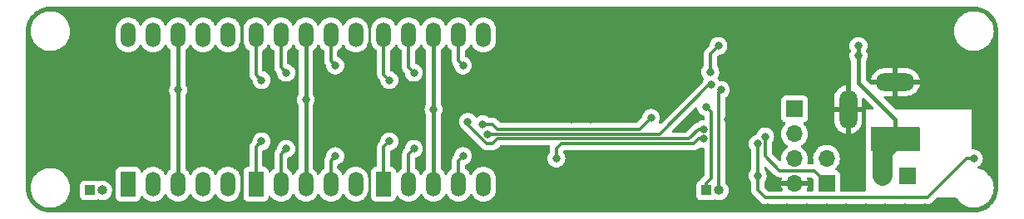
<source format=gbr>
%TF.GenerationSoftware,KiCad,Pcbnew,(6.0.5)*%
%TF.CreationDate,2023-01-29T17:57:26+00:00*%
%TF.ProjectId,PCB reflow Plate,50434220-7265-4666-9c6f-7720506c6174,rev?*%
%TF.SameCoordinates,Original*%
%TF.FileFunction,Copper,L2,Bot*%
%TF.FilePolarity,Positive*%
%FSLAX46Y46*%
G04 Gerber Fmt 4.6, Leading zero omitted, Abs format (unit mm)*
G04 Created by KiCad (PCBNEW (6.0.5)) date 2023-01-29 17:57:26*
%MOMM*%
%LPD*%
G01*
G04 APERTURE LIST*
%TA.AperFunction,ComponentPad*%
%ADD10R,1.000000X1.000000*%
%TD*%
%TA.AperFunction,ComponentPad*%
%ADD11O,1.000000X1.000000*%
%TD*%
%TA.AperFunction,ComponentPad*%
%ADD12R,4.400000X1.800000*%
%TD*%
%TA.AperFunction,ComponentPad*%
%ADD13O,4.000000X1.800000*%
%TD*%
%TA.AperFunction,ComponentPad*%
%ADD14O,1.800000X4.000000*%
%TD*%
%TA.AperFunction,ComponentPad*%
%ADD15R,1.524000X2.524000*%
%TD*%
%TA.AperFunction,ComponentPad*%
%ADD16O,1.524000X2.524000*%
%TD*%
%TA.AperFunction,ComponentPad*%
%ADD17R,1.700000X1.700000*%
%TD*%
%TA.AperFunction,ComponentPad*%
%ADD18O,1.700000X1.700000*%
%TD*%
%TA.AperFunction,ViaPad*%
%ADD19C,0.800000*%
%TD*%
%TA.AperFunction,Conductor*%
%ADD20C,0.300000*%
%TD*%
%TA.AperFunction,Conductor*%
%ADD21C,2.000000*%
%TD*%
%TA.AperFunction,Conductor*%
%ADD22C,0.450000*%
%TD*%
G04 APERTURE END LIST*
D10*
%TO.P,TH2,1*%
%TO.N,+3V3*%
X130000000Y-46250000D03*
D11*
%TO.P,TH2,2*%
%TO.N,/NTC_2*%
X131270000Y-46250000D03*
%TD*%
D10*
%TO.P,TH1,1*%
%TO.N,+3V3*%
X192750000Y-46250000D03*
D11*
%TO.P,TH1,2*%
%TO.N,/NTC_1*%
X194020000Y-46250000D03*
%TD*%
D12*
%TO.P,J4,1*%
%TO.N,VCC*%
X212000000Y-41000000D03*
D13*
%TO.P,J4,2*%
%TO.N,GND*%
X212000000Y-35200000D03*
D14*
%TO.P,J4,3*%
X207200000Y-38000000D03*
%TD*%
D15*
%TO.P,U4,1,G*%
%TO.N,/Seg_G*%
X146920000Y-45620000D03*
D16*
%TO.P,U4,2,F*%
%TO.N,/Seg_F*%
X149460000Y-45620000D03*
%TO.P,U4,3,CC*%
%TO.N,Net-(Q2-Pad2)*%
X152000000Y-45620000D03*
%TO.P,U4,4,E*%
%TO.N,/Seg_E*%
X154540000Y-45620000D03*
%TO.P,U4,5,D*%
%TO.N,/Seg_D*%
X157080000Y-45620000D03*
%TO.P,U4,6,DP*%
%TO.N,/Seg_DP*%
X157080000Y-30380000D03*
%TO.P,U4,7,C*%
%TO.N,/Seg_C*%
X154540000Y-30380000D03*
%TO.P,U4,8,CC*%
%TO.N,Net-(Q2-Pad2)*%
X152000000Y-30380000D03*
%TO.P,U4,9,B*%
%TO.N,/Seg_B*%
X149460000Y-30380000D03*
%TO.P,U4,10,A*%
%TO.N,/Seg_A*%
X146920000Y-30380000D03*
%TD*%
D17*
%TO.P,J5,1,Pin_1*%
%TO.N,Net-(Q3-Pad1)*%
X213250000Y-44750000D03*
D18*
%TO.P,J5,2,Pin_2*%
%TO.N,VCC*%
X210710000Y-44750000D03*
%TD*%
D17*
%TO.P,J2,1,Pin_1*%
%TO.N,+3V3*%
X201750000Y-37950000D03*
D18*
%TO.P,J2,2,Pin_2*%
%TO.N,/SWCLK*%
X201750000Y-40490000D03*
%TO.P,J2,3,Pin_3*%
%TO.N,/SWDIO*%
X201750000Y-43030000D03*
%TO.P,J2,4,Pin_4*%
%TO.N,GND*%
X201750000Y-45570000D03*
%TD*%
D17*
%TO.P,J1,1,Pin_1*%
%TO.N,/BootMode*%
X205000000Y-45525000D03*
D18*
%TO.P,J1,2,Pin_2*%
%TO.N,+3V3*%
X205000000Y-42985000D03*
%TD*%
D15*
%TO.P,U5,1,G*%
%TO.N,/Seg_G*%
X133920000Y-45620000D03*
D16*
%TO.P,U5,2,F*%
%TO.N,/Seg_F*%
X136460000Y-45620000D03*
%TO.P,U5,3,CC*%
%TO.N,Net-(Q4-Pad2)*%
X139000000Y-45620000D03*
%TO.P,U5,4,E*%
%TO.N,/Seg_E*%
X141540000Y-45620000D03*
%TO.P,U5,5,D*%
%TO.N,/Seg_D*%
X144080000Y-45620000D03*
%TO.P,U5,6,DP*%
%TO.N,/Seg_DP*%
X144080000Y-30380000D03*
%TO.P,U5,7,C*%
%TO.N,/Seg_C*%
X141540000Y-30380000D03*
%TO.P,U5,8,CC*%
%TO.N,Net-(Q4-Pad2)*%
X139000000Y-30380000D03*
%TO.P,U5,9,B*%
%TO.N,/Seg_B*%
X136460000Y-30380000D03*
%TO.P,U5,10,A*%
%TO.N,/Seg_A*%
X133920000Y-30380000D03*
%TD*%
D15*
%TO.P,U3,1,G*%
%TO.N,/Seg_G*%
X159920000Y-45620000D03*
D16*
%TO.P,U3,2,F*%
%TO.N,/Seg_F*%
X162460000Y-45620000D03*
%TO.P,U3,3,CC*%
%TO.N,Net-(Q1-Pad2)*%
X165000000Y-45620000D03*
%TO.P,U3,4,E*%
%TO.N,/Seg_E*%
X167540000Y-45620000D03*
%TO.P,U3,5,D*%
%TO.N,/Seg_D*%
X170080000Y-45620000D03*
%TO.P,U3,6,DP*%
%TO.N,/Seg_DP*%
X170080000Y-30380000D03*
%TO.P,U3,7,C*%
%TO.N,/Seg_C*%
X167540000Y-30380000D03*
%TO.P,U3,8,CC*%
%TO.N,Net-(Q1-Pad2)*%
X165000000Y-30380000D03*
%TO.P,U3,9,B*%
%TO.N,/Seg_B*%
X162460000Y-30380000D03*
%TO.P,U3,10,A*%
%TO.N,/Seg_A*%
X159920000Y-30380000D03*
%TD*%
D19*
%TO.N,GND*%
X190000000Y-44750000D03*
X179000000Y-39000000D03*
X205500000Y-34500000D03*
X195500000Y-31500000D03*
X199750000Y-37750000D03*
X199750000Y-39000000D03*
X128000000Y-43000000D03*
X126000000Y-43000000D03*
X126000000Y-33000000D03*
X132000000Y-33000000D03*
X130000000Y-33000000D03*
X128000000Y-33000000D03*
X133000000Y-38000000D03*
X135000000Y-38000000D03*
X137000000Y-38000000D03*
X142000000Y-38000000D03*
X144000000Y-38000000D03*
X146000000Y-38000000D03*
X148000000Y-38000000D03*
X150000000Y-38000000D03*
X155000000Y-38000000D03*
X157000000Y-38000000D03*
X159000000Y-38000000D03*
X161000000Y-38000000D03*
X163000000Y-38000000D03*
X130000000Y-28000000D03*
X132000000Y-28000000D03*
X134000000Y-28000000D03*
X136000000Y-28000000D03*
X138000000Y-28000000D03*
X140000000Y-28000000D03*
X142000000Y-28000000D03*
X144000000Y-28000000D03*
X146000000Y-28000000D03*
X148000000Y-28000000D03*
X150000000Y-28000000D03*
X152000000Y-28000000D03*
X154000000Y-28000000D03*
X156000000Y-28000000D03*
X158000000Y-28000000D03*
X160000000Y-28000000D03*
X162000000Y-28000000D03*
X164000000Y-28000000D03*
X166000000Y-28000000D03*
X168000000Y-28000000D03*
X170000000Y-28000000D03*
X172000000Y-28000000D03*
X174000000Y-28000000D03*
X176000000Y-28000000D03*
X178000000Y-28000000D03*
X180000000Y-28000000D03*
X182000000Y-28000000D03*
X184000000Y-28000000D03*
X186000000Y-28000000D03*
X188000000Y-28000000D03*
X190000000Y-28000000D03*
X192000000Y-28000000D03*
X194000000Y-28000000D03*
X196000000Y-28000000D03*
X129000000Y-48000000D03*
X131000000Y-48000000D03*
X203000000Y-48000000D03*
X201000000Y-48000000D03*
X199000000Y-48000000D03*
X197000000Y-48000000D03*
X195000000Y-48000000D03*
X193000000Y-48000000D03*
X191000000Y-48000000D03*
X189000000Y-48000000D03*
X187000000Y-48000000D03*
X185000000Y-48000000D03*
X183000000Y-48000000D03*
X181000000Y-48000000D03*
X179000000Y-48000000D03*
X175000000Y-42250000D03*
X175000000Y-35500000D03*
X175000000Y-34000000D03*
X222000000Y-39000000D03*
X222000000Y-41000000D03*
X222000000Y-43000000D03*
X208000000Y-41000000D03*
X208000000Y-43000000D03*
X218000000Y-33000000D03*
X218000000Y-35000000D03*
X218000000Y-37000000D03*
X220000000Y-37000000D03*
X220000000Y-35000000D03*
X220000000Y-33000000D03*
X210000000Y-30000000D03*
X210000000Y-32000000D03*
X212000000Y-32000000D03*
X214000000Y-32000000D03*
X216000000Y-32000000D03*
X216000000Y-30000000D03*
X214000000Y-30000000D03*
X212000000Y-30000000D03*
X204500000Y-38500000D03*
X204500000Y-37000000D03*
X203500000Y-34500000D03*
X201500000Y-34500000D03*
X198500000Y-34500000D03*
X191000000Y-39000000D03*
X195000000Y-39000000D03*
X187000000Y-37500000D03*
X186000000Y-36500000D03*
X186000000Y-43000000D03*
X184500000Y-43000000D03*
X181000000Y-35000000D03*
X181000000Y-39000000D03*
X179000000Y-43000000D03*
X181000000Y-43000000D03*
%TO.N,/HeaterGate*%
X198000000Y-44750000D03*
X220000000Y-43000000D03*
X198000000Y-41500000D03*
%TO.N,/Reset*%
X194000000Y-31500000D03*
%TO.N,/BootMode*%
X198750000Y-40750000D03*
%TO.N,VCC*%
X210710000Y-43040000D03*
X208250000Y-31500000D03*
X208250000Y-32500000D03*
%TO.N,/Button_2*%
X192500000Y-40000000D03*
%TO.N,/Button_1*%
X192500000Y-41000000D03*
%TO.N,+3V3*%
X192750000Y-37750000D03*
%TO.N,/Reset*%
X193173316Y-34173316D03*
%TO.N,/Button_1*%
X177500000Y-43000000D03*
%TO.N,/Button_2*%
X168500000Y-39250500D03*
%TO.N,+3V3*%
X187137500Y-38862500D03*
X170000000Y-39500000D03*
%TO.N,/NTC_2*%
X193250000Y-35500000D03*
X170500000Y-40500000D03*
%TO.N,/NTC_1*%
X194250000Y-36000000D03*
%TO.N,Net-(Q1-Pad2)*%
X165000000Y-38000000D03*
%TO.N,Net-(Q2-Pad2)*%
X152000000Y-37000000D03*
%TO.N,Net-(Q4-Pad2)*%
X139000000Y-36000000D03*
%TO.N,GND*%
X222000000Y-37000000D03*
X222000000Y-35000000D03*
X222000000Y-33000000D03*
X218000000Y-28000000D03*
X216000000Y-28000000D03*
X214000000Y-28000000D03*
X212000000Y-28000000D03*
X210000000Y-28000000D03*
X208000000Y-28000000D03*
X206000000Y-28000000D03*
X204000000Y-28000000D03*
X202000000Y-28000000D03*
X200000000Y-28000000D03*
X198000000Y-28000000D03*
X124000000Y-43000000D03*
X124000000Y-41000000D03*
X124000000Y-39000000D03*
X124000000Y-37000000D03*
X124000000Y-35000000D03*
X124000000Y-33000000D03*
X217000000Y-48000000D03*
X215000000Y-48000000D03*
X213000000Y-48000000D03*
X211000000Y-48000000D03*
X209000000Y-48000000D03*
X207000000Y-48000000D03*
X205000000Y-48000000D03*
X133000000Y-48000000D03*
X135000000Y-48000000D03*
X137000000Y-48000000D03*
X139000000Y-48000000D03*
X141000000Y-48000000D03*
X143000000Y-48000000D03*
X145000000Y-48000000D03*
X147000000Y-48000000D03*
X149000000Y-48000000D03*
X151000000Y-48000000D03*
X153000000Y-48000000D03*
X155000000Y-48000000D03*
X157000000Y-48000000D03*
X159000000Y-48000000D03*
X161000000Y-48000000D03*
X163000000Y-48000000D03*
X165000000Y-48000000D03*
X167000000Y-48000000D03*
X169000000Y-48000000D03*
X171000000Y-48000000D03*
X177000000Y-48000000D03*
X175000000Y-48000000D03*
X173000000Y-48000000D03*
%TO.N,/Seg_C*%
X168000000Y-33500000D03*
X155000000Y-33500000D03*
%TO.N,/Seg_G*%
X160500000Y-41250500D03*
X147500000Y-41250000D03*
%TO.N,/Seg_F*%
X163000000Y-42000000D03*
X150000000Y-42000000D03*
%TO.N,/Seg_E*%
X155000000Y-42750000D03*
X168000000Y-42750000D03*
%TO.N,/Seg_B*%
X150000000Y-34250000D03*
X163000000Y-34250000D03*
%TO.N,/Seg_A*%
X147500000Y-34999500D03*
X160500000Y-35000000D03*
%TD*%
D20*
%TO.N,+3V3*%
X193250480Y-38250480D02*
X192750000Y-37750000D01*
X193250480Y-44999520D02*
X193250480Y-38250480D01*
X192750000Y-46250000D02*
X192750000Y-45500000D01*
X192750000Y-45500000D02*
X193250480Y-44999520D01*
%TO.N,/NTC_1*%
X194020000Y-36230000D02*
X194250000Y-36000000D01*
X194020000Y-46250000D02*
X194020000Y-36230000D01*
%TO.N,/HeaterGate*%
X219250000Y-43000000D02*
X220000000Y-43000000D01*
X198750000Y-47000000D02*
X215250000Y-47000000D01*
X198000000Y-44750000D02*
X198000000Y-41500000D01*
X198000000Y-46250000D02*
X198750000Y-47000000D01*
X215250000Y-47000000D02*
X219250000Y-43000000D01*
X198000000Y-44750000D02*
X198000000Y-46250000D01*
%TO.N,/Reset*%
X193173316Y-32326684D02*
X193173316Y-34173316D01*
X194000000Y-31500000D02*
X193173316Y-32326684D01*
%TO.N,/NTC_2*%
X188000000Y-40500000D02*
X170500000Y-40500000D01*
X193250000Y-35500000D02*
X193000000Y-35500000D01*
X193000000Y-35500000D02*
X188000000Y-40500000D01*
%TO.N,/BootMode*%
X198750000Y-42750000D02*
X198750000Y-40750000D01*
X200250000Y-44250000D02*
X198750000Y-42750000D01*
X203725000Y-44250000D02*
X200250000Y-44250000D01*
X205000000Y-45525000D02*
X203725000Y-44250000D01*
D21*
%TO.N,VCC*%
X210710000Y-43040000D02*
X210710000Y-42290000D01*
X210710000Y-43290000D02*
X210710000Y-43040000D01*
X210710000Y-44750000D02*
X210710000Y-43290000D01*
X210750000Y-42250000D02*
X212000000Y-41000000D01*
X210710000Y-42290000D02*
X210750000Y-42250000D01*
D22*
X212000000Y-41000000D02*
X212000000Y-39000000D01*
X212000000Y-39000000D02*
X208250000Y-35250000D01*
X208250000Y-35250000D02*
X208250000Y-32500000D01*
X208250000Y-32500000D02*
X208250000Y-31500000D01*
D20*
%TO.N,/Button_1*%
X192000000Y-41000000D02*
X192500000Y-41000000D01*
X191500000Y-41500000D02*
X192000000Y-41000000D01*
X177500000Y-42000000D02*
X178000000Y-41500000D01*
X178000000Y-41500000D02*
X191500000Y-41500000D01*
X177500000Y-43000000D02*
X177500000Y-42000000D01*
%TO.N,/Button_2*%
X168500000Y-39559970D02*
X168500000Y-39250500D01*
X171000000Y-41500000D02*
X170440030Y-41500000D01*
X170440030Y-41500000D02*
X168500000Y-39559970D01*
X171500000Y-41000000D02*
X171000000Y-41500000D01*
X191000000Y-41000000D02*
X171500000Y-41000000D01*
X192500000Y-40000000D02*
X192000000Y-40000000D01*
X192000000Y-40000000D02*
X191000000Y-41000000D01*
%TO.N,+3V3*%
X186000000Y-40000000D02*
X187137500Y-38862500D01*
X171500000Y-40000000D02*
X186000000Y-40000000D01*
X170000000Y-39500000D02*
X171000000Y-39500000D01*
X171000000Y-39500000D02*
X171500000Y-40000000D01*
D22*
%TO.N,Net-(Q1-Pad2)*%
X165000000Y-38000000D02*
X165000000Y-45620000D01*
X165000000Y-38000000D02*
X165000000Y-30380000D01*
%TO.N,Net-(Q2-Pad2)*%
X152000000Y-37000000D02*
X152000000Y-45620000D01*
X152000000Y-37000000D02*
X152000000Y-30380000D01*
%TO.N,Net-(Q4-Pad2)*%
X139000000Y-36000000D02*
X139000000Y-45620000D01*
X139000000Y-36000000D02*
X139000000Y-30380000D01*
D20*
%TO.N,/Seg_C*%
X154540000Y-30380000D02*
X154540000Y-33040000D01*
X167540000Y-33040000D02*
X168000000Y-33500000D01*
X167540000Y-30380000D02*
X167540000Y-33040000D01*
X154540000Y-33040000D02*
X155000000Y-33500000D01*
%TO.N,/Seg_G*%
X146920000Y-41830000D02*
X147500000Y-41250000D01*
X146920000Y-45620000D02*
X146920000Y-41830000D01*
X159920000Y-41830500D02*
X160500000Y-41250500D01*
X159920000Y-45620000D02*
X159920000Y-41830500D01*
%TO.N,/Seg_F*%
X149460000Y-45620000D02*
X149460000Y-42540000D01*
X162460000Y-45620000D02*
X162460000Y-42540000D01*
X149460000Y-42540000D02*
X150000000Y-42000000D01*
X162460000Y-42540000D02*
X163000000Y-42000000D01*
%TO.N,/Seg_E*%
X167540000Y-45620000D02*
X167540000Y-43210000D01*
X154540000Y-45620000D02*
X154540000Y-43210000D01*
X167540000Y-43210000D02*
X168000000Y-42750000D01*
X154540000Y-43210000D02*
X155000000Y-42750000D01*
%TO.N,/Seg_B*%
X149460000Y-30380000D02*
X149460000Y-33710000D01*
X162460000Y-33710000D02*
X163000000Y-34250000D01*
X149460000Y-33710000D02*
X150000000Y-34250000D01*
X162460000Y-30380000D02*
X162460000Y-33710000D01*
%TO.N,/Seg_A*%
X146920000Y-34419500D02*
X147500000Y-34999500D01*
X159920000Y-34420000D02*
X160500000Y-35000000D01*
X159920000Y-30380000D02*
X159920000Y-34420000D01*
X146920000Y-30380000D02*
X146920000Y-34419500D01*
%TD*%
%TA.AperFunction,Conductor*%
%TO.N,VCC*%
G36*
X214442121Y-39770002D02*
G01*
X214488614Y-39823658D01*
X214500000Y-39876000D01*
X214500000Y-42124000D01*
X214479998Y-42192121D01*
X214426342Y-42238614D01*
X214374000Y-42250000D01*
X209626000Y-42250000D01*
X209557879Y-42229998D01*
X209511386Y-42176342D01*
X209500000Y-42124000D01*
X209500000Y-39876000D01*
X209520002Y-39807879D01*
X209573658Y-39761386D01*
X209626000Y-39750000D01*
X214374000Y-39750000D01*
X214442121Y-39770002D01*
G37*
%TD.AperFunction*%
%TD*%
%TA.AperFunction,Conductor*%
%TO.N,GND*%
G36*
X219970018Y-27510000D02*
G01*
X219984851Y-27512310D01*
X219984855Y-27512310D01*
X219993724Y-27513691D01*
X220010923Y-27511442D01*
X220034863Y-27510609D01*
X220292710Y-27526206D01*
X220307814Y-27528040D01*
X220379786Y-27541229D01*
X220588760Y-27579525D01*
X220603526Y-27583164D01*
X220876231Y-27668142D01*
X220890445Y-27673534D01*
X221108223Y-27771547D01*
X221150906Y-27790757D01*
X221164379Y-27797828D01*
X221408813Y-27945595D01*
X221421334Y-27954238D01*
X221646171Y-28130385D01*
X221657560Y-28140475D01*
X221859525Y-28342440D01*
X221869615Y-28353829D01*
X222045762Y-28578666D01*
X222054405Y-28591187D01*
X222202172Y-28835621D01*
X222209242Y-28849092D01*
X222326466Y-29109555D01*
X222331858Y-29123769D01*
X222391354Y-29314700D01*
X222416836Y-29396473D01*
X222420475Y-29411240D01*
X222426208Y-29442520D01*
X222471960Y-29692186D01*
X222473794Y-29707290D01*
X222488953Y-29957904D01*
X222487692Y-29984716D01*
X222487690Y-29984852D01*
X222486309Y-29993724D01*
X222487473Y-30002626D01*
X222487473Y-30002628D01*
X222490436Y-30025283D01*
X222491500Y-30041621D01*
X222491500Y-45950633D01*
X222490000Y-45970018D01*
X222487690Y-45984851D01*
X222487690Y-45984855D01*
X222486309Y-45993724D01*
X222488558Y-46010919D01*
X222489391Y-46034863D01*
X222473794Y-46292710D01*
X222471960Y-46307814D01*
X222466465Y-46337801D01*
X222422505Y-46577689D01*
X222420477Y-46588754D01*
X222416836Y-46603526D01*
X222338841Y-46853822D01*
X222331859Y-46876227D01*
X222326466Y-46890445D01*
X222277160Y-47000000D01*
X222226186Y-47113261D01*
X222209243Y-47150906D01*
X222202173Y-47164378D01*
X222193438Y-47178827D01*
X222054405Y-47408813D01*
X222045762Y-47421334D01*
X221946552Y-47547967D01*
X221885517Y-47625874D01*
X221869615Y-47646171D01*
X221859525Y-47657560D01*
X221657560Y-47859525D01*
X221646171Y-47869615D01*
X221421334Y-48045762D01*
X221408813Y-48054405D01*
X221164379Y-48202172D01*
X221150908Y-48209242D01*
X220890445Y-48326466D01*
X220876231Y-48331858D01*
X220603527Y-48416836D01*
X220588760Y-48420475D01*
X220379786Y-48458771D01*
X220307814Y-48471960D01*
X220292710Y-48473794D01*
X220042096Y-48488953D01*
X220015284Y-48487692D01*
X220015148Y-48487690D01*
X220006276Y-48486309D01*
X219997374Y-48487473D01*
X219997372Y-48487473D01*
X219982707Y-48489391D01*
X219974714Y-48490436D01*
X219958379Y-48491500D01*
X126049367Y-48491500D01*
X126029982Y-48490000D01*
X126015149Y-48487690D01*
X126015145Y-48487690D01*
X126006276Y-48486309D01*
X125989077Y-48488558D01*
X125965137Y-48489391D01*
X125707290Y-48473794D01*
X125692186Y-48471960D01*
X125620214Y-48458771D01*
X125411240Y-48420475D01*
X125396473Y-48416836D01*
X125123769Y-48331858D01*
X125109555Y-48326466D01*
X124849092Y-48209242D01*
X124835621Y-48202172D01*
X124591187Y-48054405D01*
X124578666Y-48045762D01*
X124353829Y-47869615D01*
X124342440Y-47859525D01*
X124140475Y-47657560D01*
X124130385Y-47646171D01*
X124114484Y-47625874D01*
X124053448Y-47547967D01*
X123954238Y-47421334D01*
X123945595Y-47408813D01*
X123806562Y-47178827D01*
X123797827Y-47164378D01*
X123790757Y-47150906D01*
X123774364Y-47114482D01*
X123673534Y-46890445D01*
X123668141Y-46876227D01*
X123661160Y-46853822D01*
X123583164Y-46603526D01*
X123579523Y-46588754D01*
X123577496Y-46577689D01*
X123533535Y-46337801D01*
X123528040Y-46307814D01*
X123526206Y-46292710D01*
X123511269Y-46045768D01*
X123512520Y-46022216D01*
X123512334Y-46022199D01*
X123512769Y-46017350D01*
X123513576Y-46012552D01*
X123513729Y-46000000D01*
X123510710Y-45978918D01*
X123986917Y-45978918D01*
X123987334Y-45986156D01*
X124002682Y-46252320D01*
X124055405Y-46521053D01*
X124056792Y-46525103D01*
X124056793Y-46525108D01*
X124142723Y-46776088D01*
X124144112Y-46780144D01*
X124196093Y-46883498D01*
X124248802Y-46988297D01*
X124267160Y-47024799D01*
X124269586Y-47028328D01*
X124269589Y-47028334D01*
X124390162Y-47203767D01*
X124422274Y-47250490D01*
X124425161Y-47253663D01*
X124425162Y-47253664D01*
X124553158Y-47394331D01*
X124606582Y-47453043D01*
X124609877Y-47455798D01*
X124609878Y-47455799D01*
X124665463Y-47502275D01*
X124816675Y-47628707D01*
X124820316Y-47630991D01*
X125045024Y-47771951D01*
X125045028Y-47771953D01*
X125048664Y-47774234D01*
X125116544Y-47804883D01*
X125294345Y-47885164D01*
X125294349Y-47885166D01*
X125298257Y-47886930D01*
X125302377Y-47888150D01*
X125302376Y-47888150D01*
X125556723Y-47963491D01*
X125556727Y-47963492D01*
X125560836Y-47964709D01*
X125565070Y-47965357D01*
X125565075Y-47965358D01*
X125827298Y-48005483D01*
X125827300Y-48005483D01*
X125831540Y-48006132D01*
X125970912Y-48008322D01*
X126101071Y-48010367D01*
X126101077Y-48010367D01*
X126105362Y-48010434D01*
X126377235Y-47977534D01*
X126642127Y-47908041D01*
X126646087Y-47906401D01*
X126646092Y-47906399D01*
X126768631Y-47855641D01*
X126895136Y-47803241D01*
X127131582Y-47665073D01*
X127347089Y-47496094D01*
X127354448Y-47488501D01*
X127534686Y-47302509D01*
X127537669Y-47299431D01*
X127540202Y-47295983D01*
X127540206Y-47295978D01*
X127697257Y-47082178D01*
X127699795Y-47078723D01*
X127712760Y-47054845D01*
X127828418Y-46841830D01*
X127828419Y-46841828D01*
X127830468Y-46838054D01*
X127845552Y-46798134D01*
X128991500Y-46798134D01*
X128998255Y-46860316D01*
X129049385Y-46996705D01*
X129136739Y-47113261D01*
X129253295Y-47200615D01*
X129389684Y-47251745D01*
X129451866Y-47258500D01*
X130548134Y-47258500D01*
X130610316Y-47251745D01*
X130746705Y-47200615D01*
X130753892Y-47195229D01*
X130761760Y-47190921D01*
X130762975Y-47193141D01*
X130816928Y-47172986D01*
X130864916Y-47178827D01*
X131036945Y-47234721D01*
X131052392Y-47239740D01*
X131248777Y-47263158D01*
X131254912Y-47262686D01*
X131254914Y-47262686D01*
X131439830Y-47248457D01*
X131439834Y-47248456D01*
X131445972Y-47247984D01*
X131636463Y-47194798D01*
X131641967Y-47192018D01*
X131641969Y-47192017D01*
X131807495Y-47108404D01*
X131807497Y-47108403D01*
X131812996Y-47105625D01*
X131968847Y-46983861D01*
X132015223Y-46930134D01*
X132649500Y-46930134D01*
X132656255Y-46992316D01*
X132707385Y-47128705D01*
X132794739Y-47245261D01*
X132911295Y-47332615D01*
X133047684Y-47383745D01*
X133109866Y-47390500D01*
X134730134Y-47390500D01*
X134792316Y-47383745D01*
X134928705Y-47332615D01*
X135045261Y-47245261D01*
X135132615Y-47128705D01*
X135183745Y-46992316D01*
X135190500Y-46930134D01*
X135190500Y-46921943D01*
X135210502Y-46853822D01*
X135264158Y-46807329D01*
X135334432Y-46797225D01*
X135399012Y-46826719D01*
X135418819Y-46848413D01*
X135494351Y-46953526D01*
X135525654Y-46983861D01*
X135651775Y-47106081D01*
X135657217Y-47111355D01*
X135683037Y-47128705D01*
X135840805Y-47234721D01*
X135840810Y-47234724D01*
X135845458Y-47237847D01*
X135850590Y-47240100D01*
X135850594Y-47240102D01*
X135902042Y-47262686D01*
X136053124Y-47329007D01*
X136058582Y-47330317D01*
X136058581Y-47330317D01*
X136268192Y-47380640D01*
X136268198Y-47380641D01*
X136273651Y-47381950D01*
X136386860Y-47388478D01*
X136494463Y-47394683D01*
X136494466Y-47394683D01*
X136500069Y-47395006D01*
X136725219Y-47367759D01*
X136730581Y-47366109D01*
X136730583Y-47366109D01*
X136858522Y-47326750D01*
X136941987Y-47301073D01*
X137059404Y-47240469D01*
X137138536Y-47199626D01*
X137138537Y-47199626D01*
X137143519Y-47197054D01*
X137323447Y-47058991D01*
X137476081Y-46891248D01*
X137500413Y-46852460D01*
X137593616Y-46703882D01*
X137593618Y-46703878D01*
X137596599Y-46699126D01*
X137613898Y-46656094D01*
X137657864Y-46600351D01*
X137724989Y-46577226D01*
X137793960Y-46594063D01*
X137844530Y-46648848D01*
X137902007Y-46769351D01*
X137905284Y-46773912D01*
X137905285Y-46773913D01*
X138015087Y-46926717D01*
X138034351Y-46953526D01*
X138065654Y-46983861D01*
X138191775Y-47106081D01*
X138197217Y-47111355D01*
X138223037Y-47128705D01*
X138380805Y-47234721D01*
X138380810Y-47234724D01*
X138385458Y-47237847D01*
X138390590Y-47240100D01*
X138390594Y-47240102D01*
X138442042Y-47262686D01*
X138593124Y-47329007D01*
X138598582Y-47330317D01*
X138598581Y-47330317D01*
X138808192Y-47380640D01*
X138808198Y-47380641D01*
X138813651Y-47381950D01*
X138926860Y-47388478D01*
X139034463Y-47394683D01*
X139034466Y-47394683D01*
X139040069Y-47395006D01*
X139265219Y-47367759D01*
X139270581Y-47366109D01*
X139270583Y-47366109D01*
X139398522Y-47326750D01*
X139481987Y-47301073D01*
X139599404Y-47240469D01*
X139678536Y-47199626D01*
X139678537Y-47199626D01*
X139683519Y-47197054D01*
X139863447Y-47058991D01*
X140016081Y-46891248D01*
X140040413Y-46852460D01*
X140133616Y-46703882D01*
X140133618Y-46703878D01*
X140136599Y-46699126D01*
X140153898Y-46656094D01*
X140197864Y-46600351D01*
X140264989Y-46577226D01*
X140333960Y-46594063D01*
X140384530Y-46648848D01*
X140442007Y-46769351D01*
X140445284Y-46773912D01*
X140445285Y-46773913D01*
X140555087Y-46926717D01*
X140574351Y-46953526D01*
X140605654Y-46983861D01*
X140731775Y-47106081D01*
X140737217Y-47111355D01*
X140763037Y-47128705D01*
X140920805Y-47234721D01*
X140920810Y-47234724D01*
X140925458Y-47237847D01*
X140930590Y-47240100D01*
X140930594Y-47240102D01*
X140982042Y-47262686D01*
X141133124Y-47329007D01*
X141138582Y-47330317D01*
X141138581Y-47330317D01*
X141348192Y-47380640D01*
X141348198Y-47380641D01*
X141353651Y-47381950D01*
X141466860Y-47388478D01*
X141574463Y-47394683D01*
X141574466Y-47394683D01*
X141580069Y-47395006D01*
X141805219Y-47367759D01*
X141810581Y-47366109D01*
X141810583Y-47366109D01*
X141938522Y-47326750D01*
X142021987Y-47301073D01*
X142139404Y-47240469D01*
X142218536Y-47199626D01*
X142218537Y-47199626D01*
X142223519Y-47197054D01*
X142403447Y-47058991D01*
X142556081Y-46891248D01*
X142580413Y-46852460D01*
X142673616Y-46703882D01*
X142673618Y-46703878D01*
X142676599Y-46699126D01*
X142693898Y-46656094D01*
X142737864Y-46600351D01*
X142804989Y-46577226D01*
X142873960Y-46594063D01*
X142924530Y-46648848D01*
X142982007Y-46769351D01*
X142985284Y-46773912D01*
X142985285Y-46773913D01*
X143095087Y-46926717D01*
X143114351Y-46953526D01*
X143145654Y-46983861D01*
X143271775Y-47106081D01*
X143277217Y-47111355D01*
X143303037Y-47128705D01*
X143460805Y-47234721D01*
X143460810Y-47234724D01*
X143465458Y-47237847D01*
X143470590Y-47240100D01*
X143470594Y-47240102D01*
X143522042Y-47262686D01*
X143673124Y-47329007D01*
X143678582Y-47330317D01*
X143678581Y-47330317D01*
X143888192Y-47380640D01*
X143888198Y-47380641D01*
X143893651Y-47381950D01*
X144006860Y-47388478D01*
X144114463Y-47394683D01*
X144114466Y-47394683D01*
X144120069Y-47395006D01*
X144345219Y-47367759D01*
X144350581Y-47366109D01*
X144350583Y-47366109D01*
X144478522Y-47326750D01*
X144561987Y-47301073D01*
X144679404Y-47240469D01*
X144758536Y-47199626D01*
X144758537Y-47199626D01*
X144763519Y-47197054D01*
X144943447Y-47058991D01*
X145060698Y-46930134D01*
X145649500Y-46930134D01*
X145656255Y-46992316D01*
X145707385Y-47128705D01*
X145794739Y-47245261D01*
X145911295Y-47332615D01*
X146047684Y-47383745D01*
X146109866Y-47390500D01*
X147730134Y-47390500D01*
X147792316Y-47383745D01*
X147928705Y-47332615D01*
X148045261Y-47245261D01*
X148132615Y-47128705D01*
X148183745Y-46992316D01*
X148190500Y-46930134D01*
X148190500Y-46921943D01*
X148210502Y-46853822D01*
X148264158Y-46807329D01*
X148334432Y-46797225D01*
X148399012Y-46826719D01*
X148418819Y-46848413D01*
X148494351Y-46953526D01*
X148525654Y-46983861D01*
X148651775Y-47106081D01*
X148657217Y-47111355D01*
X148683037Y-47128705D01*
X148840805Y-47234721D01*
X148840810Y-47234724D01*
X148845458Y-47237847D01*
X148850590Y-47240100D01*
X148850594Y-47240102D01*
X148902042Y-47262686D01*
X149053124Y-47329007D01*
X149058582Y-47330317D01*
X149058581Y-47330317D01*
X149268192Y-47380640D01*
X149268198Y-47380641D01*
X149273651Y-47381950D01*
X149386860Y-47388478D01*
X149494463Y-47394683D01*
X149494466Y-47394683D01*
X149500069Y-47395006D01*
X149725219Y-47367759D01*
X149730581Y-47366109D01*
X149730583Y-47366109D01*
X149858522Y-47326750D01*
X149941987Y-47301073D01*
X150059404Y-47240469D01*
X150138536Y-47199626D01*
X150138537Y-47199626D01*
X150143519Y-47197054D01*
X150323447Y-47058991D01*
X150476081Y-46891248D01*
X150500413Y-46852460D01*
X150593616Y-46703882D01*
X150593618Y-46703878D01*
X150596599Y-46699126D01*
X150613898Y-46656094D01*
X150657864Y-46600351D01*
X150724989Y-46577226D01*
X150793960Y-46594063D01*
X150844530Y-46648848D01*
X150902007Y-46769351D01*
X150905284Y-46773912D01*
X150905285Y-46773913D01*
X151015087Y-46926717D01*
X151034351Y-46953526D01*
X151065654Y-46983861D01*
X151191775Y-47106081D01*
X151197217Y-47111355D01*
X151223037Y-47128705D01*
X151380805Y-47234721D01*
X151380810Y-47234724D01*
X151385458Y-47237847D01*
X151390590Y-47240100D01*
X151390594Y-47240102D01*
X151442042Y-47262686D01*
X151593124Y-47329007D01*
X151598582Y-47330317D01*
X151598581Y-47330317D01*
X151808192Y-47380640D01*
X151808198Y-47380641D01*
X151813651Y-47381950D01*
X151926860Y-47388478D01*
X152034463Y-47394683D01*
X152034466Y-47394683D01*
X152040069Y-47395006D01*
X152265219Y-47367759D01*
X152270581Y-47366109D01*
X152270583Y-47366109D01*
X152398522Y-47326750D01*
X152481987Y-47301073D01*
X152599404Y-47240469D01*
X152678536Y-47199626D01*
X152678537Y-47199626D01*
X152683519Y-47197054D01*
X152863447Y-47058991D01*
X153016081Y-46891248D01*
X153040413Y-46852460D01*
X153133616Y-46703882D01*
X153133618Y-46703878D01*
X153136599Y-46699126D01*
X153153898Y-46656094D01*
X153197864Y-46600351D01*
X153264989Y-46577226D01*
X153333960Y-46594063D01*
X153384530Y-46648848D01*
X153442007Y-46769351D01*
X153445284Y-46773912D01*
X153445285Y-46773913D01*
X153555087Y-46926717D01*
X153574351Y-46953526D01*
X153605654Y-46983861D01*
X153731775Y-47106081D01*
X153737217Y-47111355D01*
X153763037Y-47128705D01*
X153920805Y-47234721D01*
X153920810Y-47234724D01*
X153925458Y-47237847D01*
X153930590Y-47240100D01*
X153930594Y-47240102D01*
X153982042Y-47262686D01*
X154133124Y-47329007D01*
X154138582Y-47330317D01*
X154138581Y-47330317D01*
X154348192Y-47380640D01*
X154348198Y-47380641D01*
X154353651Y-47381950D01*
X154466860Y-47388478D01*
X154574463Y-47394683D01*
X154574466Y-47394683D01*
X154580069Y-47395006D01*
X154805219Y-47367759D01*
X154810581Y-47366109D01*
X154810583Y-47366109D01*
X154938522Y-47326750D01*
X155021987Y-47301073D01*
X155139404Y-47240469D01*
X155218536Y-47199626D01*
X155218537Y-47199626D01*
X155223519Y-47197054D01*
X155403447Y-47058991D01*
X155556081Y-46891248D01*
X155580413Y-46852460D01*
X155673616Y-46703882D01*
X155673618Y-46703878D01*
X155676599Y-46699126D01*
X155693898Y-46656094D01*
X155737864Y-46600351D01*
X155804989Y-46577226D01*
X155873960Y-46594063D01*
X155924530Y-46648848D01*
X155982007Y-46769351D01*
X155985284Y-46773912D01*
X155985285Y-46773913D01*
X156095087Y-46926717D01*
X156114351Y-46953526D01*
X156145654Y-46983861D01*
X156271775Y-47106081D01*
X156277217Y-47111355D01*
X156303037Y-47128705D01*
X156460805Y-47234721D01*
X156460810Y-47234724D01*
X156465458Y-47237847D01*
X156470590Y-47240100D01*
X156470594Y-47240102D01*
X156522042Y-47262686D01*
X156673124Y-47329007D01*
X156678582Y-47330317D01*
X156678581Y-47330317D01*
X156888192Y-47380640D01*
X156888198Y-47380641D01*
X156893651Y-47381950D01*
X157006860Y-47388478D01*
X157114463Y-47394683D01*
X157114466Y-47394683D01*
X157120069Y-47395006D01*
X157345219Y-47367759D01*
X157350581Y-47366109D01*
X157350583Y-47366109D01*
X157478522Y-47326750D01*
X157561987Y-47301073D01*
X157679404Y-47240469D01*
X157758536Y-47199626D01*
X157758537Y-47199626D01*
X157763519Y-47197054D01*
X157943447Y-47058991D01*
X158060698Y-46930134D01*
X158649500Y-46930134D01*
X158656255Y-46992316D01*
X158707385Y-47128705D01*
X158794739Y-47245261D01*
X158911295Y-47332615D01*
X159047684Y-47383745D01*
X159109866Y-47390500D01*
X160730134Y-47390500D01*
X160792316Y-47383745D01*
X160928705Y-47332615D01*
X161045261Y-47245261D01*
X161132615Y-47128705D01*
X161183745Y-46992316D01*
X161190500Y-46930134D01*
X161190500Y-46921943D01*
X161210502Y-46853822D01*
X161264158Y-46807329D01*
X161334432Y-46797225D01*
X161399012Y-46826719D01*
X161418819Y-46848413D01*
X161494351Y-46953526D01*
X161525654Y-46983861D01*
X161651775Y-47106081D01*
X161657217Y-47111355D01*
X161683037Y-47128705D01*
X161840805Y-47234721D01*
X161840810Y-47234724D01*
X161845458Y-47237847D01*
X161850590Y-47240100D01*
X161850594Y-47240102D01*
X161902042Y-47262686D01*
X162053124Y-47329007D01*
X162058582Y-47330317D01*
X162058581Y-47330317D01*
X162268192Y-47380640D01*
X162268198Y-47380641D01*
X162273651Y-47381950D01*
X162386860Y-47388478D01*
X162494463Y-47394683D01*
X162494466Y-47394683D01*
X162500069Y-47395006D01*
X162725219Y-47367759D01*
X162730581Y-47366109D01*
X162730583Y-47366109D01*
X162858522Y-47326750D01*
X162941987Y-47301073D01*
X163059404Y-47240469D01*
X163138536Y-47199626D01*
X163138537Y-47199626D01*
X163143519Y-47197054D01*
X163323447Y-47058991D01*
X163476081Y-46891248D01*
X163500413Y-46852460D01*
X163593616Y-46703882D01*
X163593618Y-46703878D01*
X163596599Y-46699126D01*
X163613898Y-46656094D01*
X163657864Y-46600351D01*
X163724989Y-46577226D01*
X163793960Y-46594063D01*
X163844530Y-46648848D01*
X163902007Y-46769351D01*
X163905284Y-46773912D01*
X163905285Y-46773913D01*
X164015087Y-46926717D01*
X164034351Y-46953526D01*
X164065654Y-46983861D01*
X164191775Y-47106081D01*
X164197217Y-47111355D01*
X164223037Y-47128705D01*
X164380805Y-47234721D01*
X164380810Y-47234724D01*
X164385458Y-47237847D01*
X164390590Y-47240100D01*
X164390594Y-47240102D01*
X164442042Y-47262686D01*
X164593124Y-47329007D01*
X164598582Y-47330317D01*
X164598581Y-47330317D01*
X164808192Y-47380640D01*
X164808198Y-47380641D01*
X164813651Y-47381950D01*
X164926860Y-47388478D01*
X165034463Y-47394683D01*
X165034466Y-47394683D01*
X165040069Y-47395006D01*
X165265219Y-47367759D01*
X165270581Y-47366109D01*
X165270583Y-47366109D01*
X165398522Y-47326750D01*
X165481987Y-47301073D01*
X165599404Y-47240469D01*
X165678536Y-47199626D01*
X165678537Y-47199626D01*
X165683519Y-47197054D01*
X165863447Y-47058991D01*
X166016081Y-46891248D01*
X166040413Y-46852460D01*
X166133616Y-46703882D01*
X166133618Y-46703878D01*
X166136599Y-46699126D01*
X166153898Y-46656094D01*
X166197864Y-46600351D01*
X166264989Y-46577226D01*
X166333960Y-46594063D01*
X166384530Y-46648848D01*
X166442007Y-46769351D01*
X166445284Y-46773912D01*
X166445285Y-46773913D01*
X166555087Y-46926717D01*
X166574351Y-46953526D01*
X166605654Y-46983861D01*
X166731775Y-47106081D01*
X166737217Y-47111355D01*
X166763037Y-47128705D01*
X166920805Y-47234721D01*
X166920810Y-47234724D01*
X166925458Y-47237847D01*
X166930590Y-47240100D01*
X166930594Y-47240102D01*
X166982042Y-47262686D01*
X167133124Y-47329007D01*
X167138582Y-47330317D01*
X167138581Y-47330317D01*
X167348192Y-47380640D01*
X167348198Y-47380641D01*
X167353651Y-47381950D01*
X167466860Y-47388478D01*
X167574463Y-47394683D01*
X167574466Y-47394683D01*
X167580069Y-47395006D01*
X167805219Y-47367759D01*
X167810581Y-47366109D01*
X167810583Y-47366109D01*
X167938522Y-47326750D01*
X168021987Y-47301073D01*
X168139404Y-47240469D01*
X168218536Y-47199626D01*
X168218537Y-47199626D01*
X168223519Y-47197054D01*
X168403447Y-47058991D01*
X168556081Y-46891248D01*
X168580413Y-46852460D01*
X168673616Y-46703882D01*
X168673618Y-46703878D01*
X168676599Y-46699126D01*
X168693898Y-46656094D01*
X168737864Y-46600351D01*
X168804989Y-46577226D01*
X168873960Y-46594063D01*
X168924530Y-46648848D01*
X168982007Y-46769351D01*
X168985284Y-46773912D01*
X168985285Y-46773913D01*
X169095087Y-46926717D01*
X169114351Y-46953526D01*
X169145654Y-46983861D01*
X169271775Y-47106081D01*
X169277217Y-47111355D01*
X169303037Y-47128705D01*
X169460805Y-47234721D01*
X169460810Y-47234724D01*
X169465458Y-47237847D01*
X169470590Y-47240100D01*
X169470594Y-47240102D01*
X169522042Y-47262686D01*
X169673124Y-47329007D01*
X169678582Y-47330317D01*
X169678581Y-47330317D01*
X169888192Y-47380640D01*
X169888198Y-47380641D01*
X169893651Y-47381950D01*
X170006860Y-47388478D01*
X170114463Y-47394683D01*
X170114466Y-47394683D01*
X170120069Y-47395006D01*
X170345219Y-47367759D01*
X170350581Y-47366109D01*
X170350583Y-47366109D01*
X170478522Y-47326750D01*
X170561987Y-47301073D01*
X170679404Y-47240469D01*
X170758536Y-47199626D01*
X170758537Y-47199626D01*
X170763519Y-47197054D01*
X170943447Y-47058991D01*
X171096081Y-46891248D01*
X171120413Y-46852460D01*
X171213616Y-46703882D01*
X171213618Y-46703878D01*
X171216599Y-46699126D01*
X171301190Y-46488699D01*
X171347181Y-46266618D01*
X171347657Y-46258369D01*
X171350395Y-46210879D01*
X171350395Y-46210875D01*
X171350500Y-46209056D01*
X171350500Y-45062465D01*
X171348646Y-45041685D01*
X171341097Y-44957112D01*
X171335474Y-44894105D01*
X171275630Y-44675349D01*
X171270323Y-44664221D01*
X171180410Y-44475716D01*
X171180409Y-44475715D01*
X171177993Y-44470649D01*
X171147921Y-44428800D01*
X171048926Y-44291034D01*
X171048924Y-44291032D01*
X171045649Y-44286474D01*
X170961106Y-44204546D01*
X170886811Y-44132548D01*
X170886808Y-44132546D01*
X170882783Y-44128645D01*
X170787978Y-44064939D01*
X170699195Y-44005279D01*
X170699190Y-44005276D01*
X170694542Y-44002153D01*
X170689410Y-43999900D01*
X170689406Y-43999898D01*
X170545613Y-43936777D01*
X170486876Y-43910993D01*
X170415886Y-43893950D01*
X170271808Y-43859360D01*
X170271802Y-43859359D01*
X170266349Y-43858050D01*
X170153140Y-43851522D01*
X170045537Y-43845317D01*
X170045534Y-43845317D01*
X170039931Y-43844994D01*
X169814781Y-43872241D01*
X169809419Y-43873891D01*
X169809417Y-43873891D01*
X169744214Y-43893950D01*
X169598013Y-43938927D01*
X169593029Y-43941499D01*
X169593030Y-43941499D01*
X169422083Y-44029732D01*
X169396481Y-44042946D01*
X169216553Y-44181009D01*
X169184804Y-44215901D01*
X169093107Y-44316675D01*
X169063919Y-44348752D01*
X169060938Y-44353503D01*
X169060938Y-44353504D01*
X168946717Y-44535588D01*
X168943401Y-44540874D01*
X168926103Y-44583905D01*
X168882136Y-44639649D01*
X168815011Y-44662774D01*
X168746040Y-44645937D01*
X168695470Y-44591152D01*
X168640410Y-44475716D01*
X168640409Y-44475715D01*
X168637993Y-44470649D01*
X168607921Y-44428800D01*
X168508926Y-44291034D01*
X168508924Y-44291032D01*
X168505649Y-44286474D01*
X168421106Y-44204546D01*
X168346811Y-44132548D01*
X168346808Y-44132546D01*
X168342783Y-44128645D01*
X168254224Y-44069136D01*
X168208839Y-44014540D01*
X168198500Y-43964554D01*
X168198500Y-43736837D01*
X168218502Y-43668716D01*
X168272158Y-43622223D01*
X168279377Y-43619413D01*
X168282288Y-43618794D01*
X168432311Y-43552000D01*
X168450722Y-43543803D01*
X168450724Y-43543802D01*
X168456752Y-43541118D01*
X168611253Y-43428866D01*
X168643872Y-43392639D01*
X168734621Y-43291852D01*
X168734622Y-43291851D01*
X168739040Y-43286944D01*
X168834527Y-43121556D01*
X168893542Y-42939928D01*
X168895091Y-42925195D01*
X168912814Y-42756565D01*
X168913504Y-42750000D01*
X168906028Y-42678866D01*
X168894232Y-42566635D01*
X168894232Y-42566633D01*
X168893542Y-42560072D01*
X168834527Y-42378444D01*
X168822215Y-42357118D01*
X168757214Y-42244535D01*
X168739040Y-42213056D01*
X168723704Y-42196023D01*
X168615675Y-42076045D01*
X168615674Y-42076044D01*
X168611253Y-42071134D01*
X168508457Y-41996448D01*
X168462094Y-41962763D01*
X168462093Y-41962762D01*
X168456752Y-41958882D01*
X168450724Y-41956198D01*
X168450722Y-41956197D01*
X168288319Y-41883891D01*
X168288318Y-41883891D01*
X168282288Y-41881206D01*
X168162001Y-41855638D01*
X168101944Y-41842872D01*
X168101939Y-41842872D01*
X168095487Y-41841500D01*
X167904513Y-41841500D01*
X167898061Y-41842872D01*
X167898056Y-41842872D01*
X167837999Y-41855638D01*
X167717712Y-41881206D01*
X167711682Y-41883891D01*
X167711681Y-41883891D01*
X167549278Y-41956197D01*
X167549276Y-41956198D01*
X167543248Y-41958882D01*
X167537907Y-41962762D01*
X167537906Y-41962763D01*
X167491543Y-41996448D01*
X167388747Y-42071134D01*
X167384326Y-42076044D01*
X167384325Y-42076045D01*
X167276297Y-42196023D01*
X167260960Y-42213056D01*
X167242786Y-42244535D01*
X167177786Y-42357118D01*
X167165473Y-42378444D01*
X167106458Y-42560072D01*
X167105769Y-42566631D01*
X167105768Y-42566634D01*
X167093245Y-42685786D01*
X167066232Y-42751442D01*
X167057030Y-42761710D01*
X167045073Y-42773667D01*
X167042356Y-42777170D01*
X167034648Y-42786195D01*
X167003028Y-42819867D01*
X166999207Y-42826818D01*
X166999206Y-42826819D01*
X166992697Y-42838658D01*
X166981843Y-42855182D01*
X166974018Y-42865271D01*
X166968696Y-42872132D01*
X166965549Y-42879404D01*
X166965548Y-42879406D01*
X166950346Y-42914535D01*
X166945124Y-42925195D01*
X166927721Y-42956851D01*
X166922876Y-42965663D01*
X166917541Y-42986441D01*
X166911142Y-43005131D01*
X166902620Y-43024824D01*
X166898381Y-43051590D01*
X166895394Y-43070448D01*
X166892987Y-43082071D01*
X166888408Y-43099908D01*
X166881500Y-43126812D01*
X166881500Y-43148259D01*
X166879949Y-43167969D01*
X166876594Y-43189152D01*
X166877340Y-43197043D01*
X166880941Y-43235138D01*
X166881500Y-43246996D01*
X166881500Y-43961611D01*
X166861498Y-44029732D01*
X166832204Y-44061574D01*
X166798701Y-44087282D01*
X166676553Y-44181009D01*
X166644804Y-44215901D01*
X166553107Y-44316675D01*
X166523919Y-44348752D01*
X166520938Y-44353503D01*
X166520938Y-44353504D01*
X166406717Y-44535588D01*
X166403401Y-44540874D01*
X166386103Y-44583905D01*
X166342136Y-44639649D01*
X166275011Y-44662774D01*
X166206040Y-44645937D01*
X166155470Y-44591152D01*
X166100410Y-44475716D01*
X166100409Y-44475715D01*
X166097993Y-44470649D01*
X166067921Y-44428800D01*
X165968926Y-44291034D01*
X165968924Y-44291032D01*
X165965649Y-44286474D01*
X165881106Y-44204546D01*
X165806811Y-44132548D01*
X165806808Y-44132546D01*
X165802783Y-44128645D01*
X165789226Y-44119535D01*
X165743840Y-44064939D01*
X165733500Y-44014952D01*
X165733500Y-39250500D01*
X167586496Y-39250500D01*
X167587186Y-39257065D01*
X167605640Y-39432642D01*
X167606458Y-39440428D01*
X167665473Y-39622056D01*
X167760960Y-39787444D01*
X167765378Y-39792351D01*
X167765379Y-39792352D01*
X167866368Y-39904512D01*
X167888747Y-39929366D01*
X167925677Y-39956197D01*
X168037903Y-40037735D01*
X168037906Y-40037736D01*
X168043248Y-40041618D01*
X168046104Y-40042889D01*
X168069987Y-40061217D01*
X169916375Y-41907605D01*
X169924365Y-41916385D01*
X169928614Y-41923080D01*
X169934392Y-41928506D01*
X169934393Y-41928507D01*
X169980287Y-41971604D01*
X169983129Y-41974359D01*
X170003697Y-41994927D01*
X170007200Y-41997644D01*
X170016225Y-42005352D01*
X170049897Y-42036972D01*
X170056848Y-42040793D01*
X170056849Y-42040794D01*
X170068688Y-42047303D01*
X170085212Y-42058157D01*
X170095301Y-42065982D01*
X170102162Y-42071304D01*
X170109434Y-42074451D01*
X170109436Y-42074452D01*
X170144565Y-42089654D01*
X170155225Y-42094876D01*
X170185198Y-42111354D01*
X170195693Y-42117124D01*
X170216471Y-42122459D01*
X170235161Y-42128858D01*
X170254854Y-42137380D01*
X170289593Y-42142882D01*
X170300478Y-42144606D01*
X170312101Y-42147013D01*
X170336784Y-42153350D01*
X170356842Y-42158500D01*
X170378289Y-42158500D01*
X170397999Y-42160051D01*
X170419182Y-42163406D01*
X170465171Y-42159059D01*
X170477026Y-42158500D01*
X170917944Y-42158500D01*
X170929800Y-42159059D01*
X170929803Y-42159059D01*
X170937537Y-42160788D01*
X171008369Y-42158562D01*
X171012327Y-42158500D01*
X171041432Y-42158500D01*
X171045832Y-42157944D01*
X171057664Y-42157012D01*
X171103831Y-42155562D01*
X171124421Y-42149580D01*
X171143782Y-42145570D01*
X171151416Y-42144606D01*
X171157204Y-42143875D01*
X171157205Y-42143875D01*
X171165064Y-42142882D01*
X171172429Y-42139966D01*
X171172433Y-42139965D01*
X171208021Y-42125874D01*
X171219231Y-42122035D01*
X171263600Y-42109145D01*
X171282065Y-42098225D01*
X171299805Y-42089534D01*
X171319756Y-42081635D01*
X171357129Y-42054482D01*
X171367048Y-42047967D01*
X171399977Y-42028493D01*
X171399981Y-42028490D01*
X171406807Y-42024453D01*
X171421971Y-42009289D01*
X171437005Y-41996448D01*
X171454357Y-41983841D01*
X171483803Y-41948247D01*
X171491792Y-41939468D01*
X171735855Y-41695405D01*
X171798167Y-41661379D01*
X171824950Y-41658500D01*
X176741255Y-41658500D01*
X176809376Y-41678502D01*
X176855869Y-41732158D01*
X176865973Y-41802432D01*
X176863969Y-41811707D01*
X176862620Y-41814824D01*
X176856605Y-41852800D01*
X176855394Y-41860448D01*
X176852987Y-41872071D01*
X176846381Y-41897800D01*
X176841500Y-41916812D01*
X176841500Y-41938259D01*
X176839949Y-41957969D01*
X176836594Y-41979152D01*
X176839277Y-42007530D01*
X176840941Y-42025138D01*
X176841500Y-42036996D01*
X176841500Y-42325241D01*
X176821498Y-42393362D01*
X176809136Y-42409551D01*
X176760960Y-42463056D01*
X176665473Y-42628444D01*
X176606458Y-42810072D01*
X176605768Y-42816633D01*
X176605768Y-42816635D01*
X176593063Y-42937520D01*
X176586496Y-43000000D01*
X176587186Y-43006565D01*
X176605554Y-43181323D01*
X176606458Y-43189928D01*
X176665473Y-43371556D01*
X176668776Y-43377278D01*
X176668777Y-43377279D01*
X176680888Y-43398255D01*
X176760960Y-43536944D01*
X176765378Y-43541851D01*
X176765379Y-43541852D01*
X176793314Y-43572877D01*
X176888747Y-43678866D01*
X176968537Y-43736837D01*
X177027032Y-43779336D01*
X177043248Y-43791118D01*
X177049276Y-43793802D01*
X177049278Y-43793803D01*
X177207600Y-43864292D01*
X177217712Y-43868794D01*
X177311112Y-43888647D01*
X177398056Y-43907128D01*
X177398061Y-43907128D01*
X177404513Y-43908500D01*
X177595487Y-43908500D01*
X177601939Y-43907128D01*
X177601944Y-43907128D01*
X177688888Y-43888647D01*
X177782288Y-43868794D01*
X177792400Y-43864292D01*
X177950722Y-43793803D01*
X177950724Y-43793802D01*
X177956752Y-43791118D01*
X177972969Y-43779336D01*
X178031463Y-43736837D01*
X178111253Y-43678866D01*
X178206686Y-43572877D01*
X178234621Y-43541852D01*
X178234622Y-43541851D01*
X178239040Y-43536944D01*
X178319112Y-43398255D01*
X178331223Y-43377279D01*
X178331224Y-43377278D01*
X178334527Y-43371556D01*
X178393542Y-43189928D01*
X178394447Y-43181323D01*
X178412814Y-43006565D01*
X178413504Y-43000000D01*
X178406937Y-42937520D01*
X178394232Y-42816635D01*
X178394232Y-42816633D01*
X178393542Y-42810072D01*
X178334527Y-42628444D01*
X178239040Y-42463056D01*
X178190864Y-42409551D01*
X178160146Y-42345544D01*
X178158500Y-42325241D01*
X178158500Y-42324950D01*
X178178502Y-42256829D01*
X178195405Y-42235855D01*
X178235855Y-42195405D01*
X178298167Y-42161379D01*
X178324950Y-42158500D01*
X191417944Y-42158500D01*
X191429800Y-42159059D01*
X191429803Y-42159059D01*
X191437537Y-42160788D01*
X191508369Y-42158562D01*
X191512327Y-42158500D01*
X191541432Y-42158500D01*
X191545832Y-42157944D01*
X191557664Y-42157012D01*
X191603831Y-42155562D01*
X191624421Y-42149580D01*
X191643782Y-42145570D01*
X191651416Y-42144606D01*
X191657204Y-42143875D01*
X191657205Y-42143875D01*
X191665064Y-42142882D01*
X191672429Y-42139966D01*
X191672433Y-42139965D01*
X191708021Y-42125874D01*
X191719231Y-42122035D01*
X191763600Y-42109145D01*
X191782065Y-42098225D01*
X191799805Y-42089534D01*
X191819756Y-42081635D01*
X191857129Y-42054482D01*
X191867048Y-42047967D01*
X191899977Y-42028493D01*
X191899981Y-42028490D01*
X191906807Y-42024453D01*
X191921971Y-42009289D01*
X191937005Y-41996448D01*
X191954357Y-41983841D01*
X191983803Y-41948247D01*
X191991792Y-41939468D01*
X192049059Y-41882201D01*
X192111371Y-41848175D01*
X192182186Y-41853240D01*
X192189377Y-41856178D01*
X192217712Y-41868794D01*
X192253999Y-41876507D01*
X192398056Y-41907128D01*
X192398061Y-41907128D01*
X192404513Y-41908500D01*
X192465980Y-41908500D01*
X192534101Y-41928502D01*
X192580594Y-41982158D01*
X192591980Y-42034500D01*
X192591980Y-44674570D01*
X192571978Y-44742691D01*
X192555075Y-44763665D01*
X192342395Y-44976345D01*
X192333615Y-44984335D01*
X192333613Y-44984337D01*
X192326920Y-44988584D01*
X192321494Y-44994362D01*
X192321493Y-44994363D01*
X192278396Y-45040257D01*
X192275641Y-45043099D01*
X192255073Y-45063667D01*
X192252356Y-45067170D01*
X192244648Y-45076195D01*
X192213028Y-45109867D01*
X192209207Y-45116818D01*
X192209206Y-45116819D01*
X192202697Y-45128658D01*
X192191843Y-45145182D01*
X192188145Y-45149950D01*
X192178696Y-45162132D01*
X192175551Y-45169399D01*
X192175546Y-45169408D01*
X192163031Y-45198330D01*
X192117621Y-45252905D01*
X192091624Y-45266272D01*
X192003295Y-45299385D01*
X191996116Y-45304765D01*
X191996113Y-45304767D01*
X191910433Y-45368981D01*
X191886739Y-45386739D01*
X191799385Y-45503295D01*
X191748255Y-45639684D01*
X191741500Y-45701866D01*
X191741500Y-46798134D01*
X191748255Y-46860316D01*
X191799385Y-46996705D01*
X191886739Y-47113261D01*
X192003295Y-47200615D01*
X192139684Y-47251745D01*
X192201866Y-47258500D01*
X193298134Y-47258500D01*
X193360316Y-47251745D01*
X193496705Y-47200615D01*
X193503892Y-47195229D01*
X193511760Y-47190921D01*
X193512975Y-47193141D01*
X193566928Y-47172986D01*
X193614916Y-47178827D01*
X193786945Y-47234721D01*
X193802392Y-47239740D01*
X193998777Y-47263158D01*
X194004912Y-47262686D01*
X194004914Y-47262686D01*
X194189830Y-47248457D01*
X194189834Y-47248456D01*
X194195972Y-47247984D01*
X194386463Y-47194798D01*
X194391967Y-47192018D01*
X194391969Y-47192017D01*
X194557495Y-47108404D01*
X194557497Y-47108403D01*
X194562996Y-47105625D01*
X194718847Y-46983861D01*
X194848078Y-46834145D01*
X194945769Y-46662179D01*
X195008197Y-46474513D01*
X195032985Y-46278295D01*
X195033380Y-46250000D01*
X195014080Y-46053167D01*
X195005523Y-46024823D01*
X194958697Y-45869731D01*
X194956916Y-45863831D01*
X194864066Y-45689204D01*
X194793709Y-45602938D01*
X194742960Y-45540713D01*
X194742957Y-45540710D01*
X194739065Y-45535938D01*
X194729724Y-45528210D01*
X194724183Y-45523626D01*
X194684446Y-45464792D01*
X194678500Y-45426543D01*
X194678500Y-44750000D01*
X197086496Y-44750000D01*
X197087186Y-44756565D01*
X197103214Y-44909059D01*
X197106458Y-44939928D01*
X197165473Y-45121556D01*
X197168776Y-45127278D01*
X197168777Y-45127279D01*
X197181866Y-45149950D01*
X197260960Y-45286944D01*
X197265378Y-45291851D01*
X197265379Y-45291852D01*
X197309136Y-45340449D01*
X197339854Y-45404456D01*
X197341500Y-45424759D01*
X197341500Y-46167944D01*
X197340941Y-46179800D01*
X197339212Y-46187537D01*
X197339461Y-46195459D01*
X197341438Y-46258369D01*
X197341500Y-46262327D01*
X197341500Y-46291432D01*
X197342056Y-46295832D01*
X197342988Y-46307664D01*
X197344438Y-46353831D01*
X197347682Y-46364995D01*
X197350419Y-46374416D01*
X197354430Y-46393782D01*
X197357118Y-46415064D01*
X197360034Y-46422429D01*
X197360035Y-46422433D01*
X197374126Y-46458021D01*
X197377965Y-46469231D01*
X197390855Y-46513600D01*
X197401775Y-46532065D01*
X197410466Y-46549805D01*
X197418365Y-46569756D01*
X197442901Y-46603527D01*
X197445516Y-46607126D01*
X197452033Y-46617048D01*
X197471507Y-46649977D01*
X197471510Y-46649981D01*
X197475547Y-46656807D01*
X197490711Y-46671971D01*
X197503551Y-46687004D01*
X197516159Y-46704357D01*
X197551752Y-46733802D01*
X197560532Y-46741792D01*
X198226345Y-47407605D01*
X198234335Y-47416385D01*
X198238584Y-47423080D01*
X198244362Y-47428506D01*
X198244363Y-47428507D01*
X198290257Y-47471604D01*
X198293099Y-47474359D01*
X198313667Y-47494927D01*
X198317170Y-47497644D01*
X198326195Y-47505352D01*
X198359867Y-47536972D01*
X198366818Y-47540793D01*
X198366819Y-47540794D01*
X198378658Y-47547303D01*
X198395182Y-47558157D01*
X198405865Y-47566443D01*
X198412132Y-47571304D01*
X198436006Y-47581635D01*
X198454536Y-47589654D01*
X198465181Y-47594869D01*
X198505663Y-47617124D01*
X198513337Y-47619094D01*
X198513344Y-47619097D01*
X198526426Y-47622455D01*
X198545134Y-47628860D01*
X198564823Y-47637380D01*
X198572649Y-47638619D01*
X198572651Y-47638620D01*
X198597159Y-47642501D01*
X198610459Y-47644608D01*
X198622070Y-47647012D01*
X198653107Y-47654981D01*
X198659135Y-47656529D01*
X198659136Y-47656529D01*
X198666812Y-47658500D01*
X198688258Y-47658500D01*
X198707968Y-47660051D01*
X198721322Y-47662166D01*
X198721323Y-47662166D01*
X198729152Y-47663406D01*
X198775141Y-47659059D01*
X198786996Y-47658500D01*
X215167944Y-47658500D01*
X215179800Y-47659059D01*
X215179803Y-47659059D01*
X215187537Y-47660788D01*
X215258369Y-47658562D01*
X215262327Y-47658500D01*
X215291432Y-47658500D01*
X215295832Y-47657944D01*
X215307664Y-47657012D01*
X215353831Y-47655562D01*
X215374421Y-47649580D01*
X215393782Y-47645570D01*
X215401408Y-47644607D01*
X215407204Y-47643875D01*
X215407205Y-47643875D01*
X215415064Y-47642882D01*
X215422429Y-47639966D01*
X215422433Y-47639965D01*
X215458021Y-47625874D01*
X215469231Y-47622035D01*
X215513600Y-47609145D01*
X215532065Y-47598225D01*
X215549805Y-47589534D01*
X215569756Y-47581635D01*
X215607129Y-47554482D01*
X215617048Y-47547967D01*
X215649977Y-47528493D01*
X215649981Y-47528490D01*
X215656807Y-47524453D01*
X215671971Y-47509289D01*
X215687005Y-47496448D01*
X215687492Y-47496094D01*
X215704357Y-47483841D01*
X215733803Y-47448247D01*
X215741792Y-47439468D01*
X216144355Y-47036905D01*
X216206667Y-47002879D01*
X216233450Y-47000000D01*
X218183824Y-47000000D01*
X218251945Y-47020002D01*
X218287663Y-47054631D01*
X218422274Y-47250490D01*
X218425161Y-47253663D01*
X218425162Y-47253664D01*
X218553158Y-47394331D01*
X218606582Y-47453043D01*
X218609877Y-47455798D01*
X218609878Y-47455799D01*
X218665463Y-47502275D01*
X218816675Y-47628707D01*
X218820316Y-47630991D01*
X219045024Y-47771951D01*
X219045028Y-47771953D01*
X219048664Y-47774234D01*
X219116544Y-47804883D01*
X219294345Y-47885164D01*
X219294349Y-47885166D01*
X219298257Y-47886930D01*
X219302377Y-47888150D01*
X219302376Y-47888150D01*
X219556723Y-47963491D01*
X219556727Y-47963492D01*
X219560836Y-47964709D01*
X219565070Y-47965357D01*
X219565075Y-47965358D01*
X219827298Y-48005483D01*
X219827300Y-48005483D01*
X219831540Y-48006132D01*
X219970912Y-48008322D01*
X220101071Y-48010367D01*
X220101077Y-48010367D01*
X220105362Y-48010434D01*
X220377235Y-47977534D01*
X220642127Y-47908041D01*
X220646087Y-47906401D01*
X220646092Y-47906399D01*
X220768631Y-47855641D01*
X220895136Y-47803241D01*
X221131582Y-47665073D01*
X221347089Y-47496094D01*
X221354448Y-47488501D01*
X221534686Y-47302509D01*
X221537669Y-47299431D01*
X221540202Y-47295983D01*
X221540206Y-47295978D01*
X221697257Y-47082178D01*
X221699795Y-47078723D01*
X221742538Y-47000000D01*
X221770248Y-46948966D01*
X221830468Y-46838054D01*
X221896835Y-46662418D01*
X221925751Y-46585895D01*
X221925752Y-46585891D01*
X221927269Y-46581877D01*
X221974784Y-46374416D01*
X221987449Y-46319117D01*
X221987450Y-46319113D01*
X221988407Y-46314933D01*
X221989043Y-46307814D01*
X222012531Y-46044627D01*
X222012531Y-46044625D01*
X222012751Y-46042161D01*
X222013166Y-46002625D01*
X222013167Y-46002484D01*
X222013167Y-46002483D01*
X222013193Y-46000000D01*
X222011756Y-45978918D01*
X221994859Y-45731055D01*
X221994858Y-45731049D01*
X221994567Y-45726778D01*
X221988705Y-45698469D01*
X221939901Y-45462809D01*
X221939032Y-45458612D01*
X221847617Y-45200465D01*
X221722013Y-44957112D01*
X221713786Y-44945405D01*
X221592309Y-44772562D01*
X221564545Y-44733057D01*
X221415384Y-44572540D01*
X221381046Y-44535588D01*
X221381043Y-44535585D01*
X221378125Y-44532445D01*
X221374810Y-44529731D01*
X221374806Y-44529728D01*
X221169523Y-44361706D01*
X221166205Y-44358990D01*
X220932704Y-44215901D01*
X220926223Y-44213056D01*
X220685873Y-44107549D01*
X220685869Y-44107548D01*
X220681945Y-44105825D01*
X220447402Y-44039014D01*
X220387370Y-44001117D01*
X220357355Y-43936777D01*
X220366889Y-43866423D01*
X220412946Y-43812393D01*
X220430673Y-43802730D01*
X220450717Y-43793806D01*
X220450725Y-43793801D01*
X220456752Y-43791118D01*
X220472969Y-43779336D01*
X220531463Y-43736837D01*
X220611253Y-43678866D01*
X220706686Y-43572877D01*
X220734621Y-43541852D01*
X220734622Y-43541851D01*
X220739040Y-43536944D01*
X220819112Y-43398255D01*
X220831223Y-43377279D01*
X220831224Y-43377278D01*
X220834527Y-43371556D01*
X220893542Y-43189928D01*
X220894447Y-43181323D01*
X220912814Y-43006565D01*
X220913504Y-43000000D01*
X220906937Y-42937520D01*
X220894232Y-42816635D01*
X220894232Y-42816633D01*
X220893542Y-42810072D01*
X220834527Y-42628444D01*
X220739040Y-42463056D01*
X220683836Y-42401745D01*
X220615675Y-42326045D01*
X220615674Y-42326044D01*
X220611253Y-42321134D01*
X220456752Y-42208882D01*
X220450724Y-42206198D01*
X220450722Y-42206197D01*
X220288319Y-42133891D01*
X220288318Y-42133891D01*
X220282288Y-42131206D01*
X220178500Y-42109145D01*
X220101944Y-42092872D01*
X220101939Y-42092872D01*
X220095487Y-42091500D01*
X219904513Y-42091500D01*
X219898056Y-42092872D01*
X219891485Y-42093563D01*
X219891232Y-42091158D01*
X219831392Y-42086585D01*
X219774765Y-42043761D01*
X219750279Y-41977121D01*
X219750000Y-41968745D01*
X219750000Y-38000000D01*
X212089516Y-38000000D01*
X212021395Y-37979998D01*
X212000421Y-37963095D01*
X211457025Y-37419699D01*
X210860419Y-36823094D01*
X210826395Y-36760783D01*
X210831459Y-36689968D01*
X210874006Y-36633132D01*
X210940526Y-36608321D01*
X210949515Y-36608000D01*
X211727885Y-36608000D01*
X211743124Y-36603525D01*
X211744329Y-36602135D01*
X211746000Y-36594452D01*
X211746000Y-36589885D01*
X212254000Y-36589885D01*
X212258475Y-36605124D01*
X212259865Y-36606329D01*
X212267548Y-36608000D01*
X213157340Y-36608000D01*
X213162649Y-36607775D01*
X213332771Y-36593340D01*
X213343259Y-36591548D01*
X213564211Y-36534199D01*
X213574239Y-36530667D01*
X213782363Y-36436915D01*
X213791669Y-36431735D01*
X213981024Y-36304253D01*
X213989307Y-36297594D01*
X214154478Y-36140029D01*
X214161530Y-36132058D01*
X214297790Y-35948918D01*
X214303394Y-35939881D01*
X214406851Y-35736394D01*
X214410852Y-35726541D01*
X214478544Y-35508539D01*
X214480828Y-35498152D01*
X214484300Y-35471957D01*
X214482104Y-35457793D01*
X214468919Y-35454000D01*
X212272115Y-35454000D01*
X212256876Y-35458475D01*
X212255671Y-35459865D01*
X212254000Y-35467548D01*
X212254000Y-36589885D01*
X211746000Y-36589885D01*
X211746000Y-35472115D01*
X211741525Y-35456876D01*
X211740135Y-35455671D01*
X211732452Y-35454000D01*
X209543515Y-35454000D01*
X209475394Y-35433998D01*
X209454420Y-35417095D01*
X209020405Y-34983080D01*
X208990352Y-34928043D01*
X209515700Y-34928043D01*
X209517896Y-34942207D01*
X209531081Y-34946000D01*
X211727885Y-34946000D01*
X211743124Y-34941525D01*
X211744329Y-34940135D01*
X211746000Y-34932452D01*
X211746000Y-34927885D01*
X212254000Y-34927885D01*
X212258475Y-34943124D01*
X212259865Y-34944329D01*
X212267548Y-34946000D01*
X214467282Y-34946000D01*
X214480813Y-34942027D01*
X214482338Y-34931420D01*
X214454587Y-34799160D01*
X214451527Y-34788963D01*
X214367685Y-34576660D01*
X214362951Y-34567124D01*
X214244532Y-34371975D01*
X214238266Y-34363382D01*
X214088658Y-34190973D01*
X214081028Y-34183553D01*
X213904512Y-34038820D01*
X213895745Y-34032794D01*
X213697367Y-33919871D01*
X213687703Y-33915405D01*
X213473132Y-33837519D01*
X213462865Y-33834749D01*
X213237068Y-33793919D01*
X213228838Y-33792984D01*
X213209450Y-33792070D01*
X213206474Y-33792000D01*
X212272115Y-33792000D01*
X212256876Y-33796475D01*
X212255671Y-33797865D01*
X212254000Y-33805548D01*
X212254000Y-34927885D01*
X211746000Y-34927885D01*
X211746000Y-33810115D01*
X211741525Y-33794876D01*
X211740135Y-33793671D01*
X211732452Y-33792000D01*
X210842660Y-33792000D01*
X210837351Y-33792225D01*
X210667229Y-33806660D01*
X210656741Y-33808452D01*
X210435789Y-33865801D01*
X210425761Y-33869333D01*
X210217637Y-33963085D01*
X210208331Y-33968265D01*
X210018976Y-34095747D01*
X210010693Y-34102406D01*
X209845522Y-34259971D01*
X209838470Y-34267942D01*
X209702210Y-34451082D01*
X209696606Y-34460119D01*
X209593149Y-34663606D01*
X209589148Y-34673459D01*
X209521456Y-34891461D01*
X209519172Y-34901848D01*
X209515700Y-34928043D01*
X208990352Y-34928043D01*
X208986379Y-34920768D01*
X208983500Y-34893985D01*
X208983500Y-33080301D01*
X209000381Y-33017301D01*
X209081223Y-32877279D01*
X209081224Y-32877278D01*
X209084527Y-32871556D01*
X209143542Y-32689928D01*
X209149626Y-32632048D01*
X209162814Y-32506565D01*
X209163504Y-32500000D01*
X209149432Y-32366109D01*
X209144232Y-32316635D01*
X209144232Y-32316633D01*
X209143542Y-32310072D01*
X209084527Y-32128444D01*
X209080705Y-32121823D01*
X209046743Y-32063000D01*
X209030005Y-31994005D01*
X209046743Y-31937000D01*
X209081223Y-31877279D01*
X209081224Y-31877278D01*
X209084527Y-31871556D01*
X209143542Y-31689928D01*
X209146155Y-31665073D01*
X209162814Y-31506565D01*
X209163504Y-31500000D01*
X209153924Y-31408848D01*
X209144232Y-31316635D01*
X209144232Y-31316633D01*
X209143542Y-31310072D01*
X209084527Y-31128444D01*
X208989040Y-30963056D01*
X208861253Y-30821134D01*
X208706752Y-30708882D01*
X208700724Y-30706198D01*
X208700722Y-30706197D01*
X208538319Y-30633891D01*
X208538318Y-30633891D01*
X208532288Y-30631206D01*
X208438887Y-30611353D01*
X208351944Y-30592872D01*
X208351939Y-30592872D01*
X208345487Y-30591500D01*
X208154513Y-30591500D01*
X208148061Y-30592872D01*
X208148056Y-30592872D01*
X208061112Y-30611353D01*
X207967712Y-30631206D01*
X207961682Y-30633891D01*
X207961681Y-30633891D01*
X207799278Y-30706197D01*
X207799276Y-30706198D01*
X207793248Y-30708882D01*
X207638747Y-30821134D01*
X207510960Y-30963056D01*
X207415473Y-31128444D01*
X207356458Y-31310072D01*
X207355768Y-31316633D01*
X207355768Y-31316635D01*
X207346076Y-31408848D01*
X207336496Y-31500000D01*
X207337186Y-31506565D01*
X207353846Y-31665073D01*
X207356458Y-31689928D01*
X207415473Y-31871556D01*
X207418776Y-31877278D01*
X207418777Y-31877279D01*
X207453257Y-31937000D01*
X207469995Y-32005995D01*
X207453257Y-32063000D01*
X207419296Y-32121823D01*
X207415473Y-32128444D01*
X207356458Y-32310072D01*
X207355768Y-32316633D01*
X207355768Y-32316635D01*
X207350568Y-32366109D01*
X207336496Y-32500000D01*
X207337186Y-32506565D01*
X207350375Y-32632048D01*
X207356458Y-32689928D01*
X207415473Y-32871556D01*
X207418776Y-32877278D01*
X207418777Y-32877279D01*
X207499619Y-33017301D01*
X207516500Y-33080301D01*
X207516500Y-35184834D01*
X207515067Y-35203783D01*
X207511957Y-35224227D01*
X207512550Y-35231519D01*
X207512550Y-35231522D01*
X207516085Y-35274979D01*
X207516500Y-35285194D01*
X207516500Y-35292826D01*
X207516922Y-35296445D01*
X207516923Y-35296464D01*
X207519675Y-35320069D01*
X207520107Y-35324430D01*
X207523900Y-35371056D01*
X207525407Y-35389584D01*
X207510994Y-35459102D01*
X207483379Y-35494109D01*
X207458224Y-35516396D01*
X207454000Y-35531081D01*
X207454000Y-37727885D01*
X207458475Y-37743124D01*
X207459865Y-37744329D01*
X207467548Y-37746000D01*
X208589885Y-37746000D01*
X208605124Y-37741525D01*
X208606329Y-37740135D01*
X208608000Y-37732452D01*
X208608000Y-36949516D01*
X208628002Y-36881395D01*
X208681658Y-36834902D01*
X208751932Y-36824798D01*
X208816512Y-36854292D01*
X208823085Y-36860411D01*
X209747582Y-37784907D01*
X209781605Y-37847217D01*
X209776541Y-37918032D01*
X209733994Y-37974868D01*
X209667474Y-37999679D01*
X209658485Y-38000000D01*
X209000000Y-38000000D01*
X209000000Y-46215500D01*
X208979998Y-46283621D01*
X208926342Y-46330114D01*
X208874000Y-46341500D01*
X206484500Y-46341500D01*
X206416379Y-46321498D01*
X206369886Y-46267842D01*
X206358500Y-46215500D01*
X206358500Y-44626866D01*
X206351745Y-44564684D01*
X206300615Y-44428295D01*
X206213261Y-44311739D01*
X206096705Y-44224385D01*
X206066485Y-44213056D01*
X205978203Y-44179960D01*
X205921439Y-44137318D01*
X205896739Y-44070756D01*
X205911947Y-44001408D01*
X205933493Y-43972727D01*
X206034435Y-43872137D01*
X206038096Y-43868489D01*
X206168453Y-43687077D01*
X206174939Y-43673955D01*
X206265136Y-43491453D01*
X206265137Y-43491451D01*
X206267430Y-43486811D01*
X206326663Y-43291852D01*
X206330865Y-43278023D01*
X206330865Y-43278021D01*
X206332370Y-43273069D01*
X206361529Y-43051590D01*
X206362057Y-43030000D01*
X206363074Y-42988365D01*
X206363074Y-42988361D01*
X206363156Y-42985000D01*
X206344852Y-42762361D01*
X206290431Y-42545702D01*
X206201354Y-42340840D01*
X206142575Y-42249982D01*
X206082822Y-42157617D01*
X206082820Y-42157614D01*
X206080014Y-42153277D01*
X205929670Y-41988051D01*
X205925619Y-41984852D01*
X205925615Y-41984848D01*
X205758414Y-41852800D01*
X205758410Y-41852798D01*
X205754359Y-41849598D01*
X205739690Y-41841500D01*
X205671383Y-41803793D01*
X205558789Y-41741638D01*
X205553920Y-41739914D01*
X205553916Y-41739912D01*
X205353087Y-41668795D01*
X205353083Y-41668794D01*
X205348212Y-41667069D01*
X205343119Y-41666162D01*
X205343116Y-41666161D01*
X205133373Y-41628800D01*
X205133367Y-41628799D01*
X205128284Y-41627894D01*
X205054452Y-41626992D01*
X204910081Y-41625228D01*
X204910079Y-41625228D01*
X204904911Y-41625165D01*
X204684091Y-41658955D01*
X204471756Y-41728357D01*
X204441443Y-41744137D01*
X204290612Y-41822655D01*
X204273607Y-41831507D01*
X204269474Y-41834610D01*
X204269471Y-41834612D01*
X204138765Y-41932749D01*
X204094965Y-41965635D01*
X204062125Y-42000000D01*
X203947292Y-42120166D01*
X203940629Y-42127138D01*
X203937715Y-42131410D01*
X203937714Y-42131411D01*
X203894707Y-42194457D01*
X203814743Y-42311680D01*
X203780835Y-42384729D01*
X203732817Y-42488176D01*
X203720688Y-42514305D01*
X203660989Y-42729570D01*
X203637251Y-42951695D01*
X203637548Y-42956848D01*
X203637548Y-42956851D01*
X203646905Y-43119132D01*
X203650110Y-43174715D01*
X203651247Y-43179761D01*
X203651248Y-43179767D01*
X203669530Y-43260886D01*
X203699222Y-43392639D01*
X203701164Y-43397421D01*
X203701165Y-43397425D01*
X203709559Y-43418096D01*
X203716655Y-43488737D01*
X203684433Y-43552000D01*
X203623123Y-43587801D01*
X203592816Y-43591500D01*
X203169264Y-43591500D01*
X203101143Y-43571498D01*
X203054650Y-43517842D01*
X203044546Y-43447568D01*
X203048705Y-43428872D01*
X203049900Y-43424941D01*
X203082370Y-43318069D01*
X203111529Y-43096590D01*
X203112168Y-43070448D01*
X203113074Y-43033365D01*
X203113074Y-43033361D01*
X203113156Y-43030000D01*
X203094852Y-42807361D01*
X203040431Y-42590702D01*
X202951354Y-42385840D01*
X202866836Y-42255195D01*
X202832822Y-42202617D01*
X202832820Y-42202614D01*
X202830014Y-42198277D01*
X202679670Y-42033051D01*
X202675619Y-42029852D01*
X202675615Y-42029848D01*
X202508414Y-41897800D01*
X202508410Y-41897798D01*
X202504359Y-41894598D01*
X202463053Y-41871796D01*
X202413084Y-41821364D01*
X202398312Y-41751921D01*
X202423428Y-41685516D01*
X202450780Y-41658909D01*
X202511958Y-41615271D01*
X202629860Y-41531173D01*
X202661237Y-41499906D01*
X202728010Y-41433365D01*
X202788096Y-41373489D01*
X202823397Y-41324363D01*
X202915435Y-41196277D01*
X202918453Y-41192077D01*
X202953307Y-41121556D01*
X203015136Y-40996453D01*
X203015137Y-40996451D01*
X203017430Y-40991811D01*
X203082370Y-40778069D01*
X203111529Y-40556590D01*
X203111611Y-40553240D01*
X203113074Y-40493365D01*
X203113074Y-40493361D01*
X203113156Y-40490000D01*
X203094852Y-40267361D01*
X203040431Y-40050702D01*
X202951354Y-39845840D01*
X202877251Y-39731294D01*
X202832822Y-39662617D01*
X202832820Y-39662614D01*
X202830014Y-39658277D01*
X202821923Y-39649385D01*
X202682798Y-39496488D01*
X202651746Y-39432642D01*
X202660141Y-39362143D01*
X202705317Y-39307375D01*
X202731761Y-39293706D01*
X202838297Y-39253767D01*
X202846705Y-39250615D01*
X202963261Y-39163261D01*
X202967699Y-39157340D01*
X205792000Y-39157340D01*
X205792225Y-39162649D01*
X205806660Y-39332771D01*
X205808452Y-39343259D01*
X205865801Y-39564211D01*
X205869333Y-39574239D01*
X205963085Y-39782363D01*
X205968265Y-39791669D01*
X206095747Y-39981024D01*
X206102406Y-39989307D01*
X206259971Y-40154478D01*
X206267942Y-40161530D01*
X206451082Y-40297790D01*
X206460119Y-40303394D01*
X206663606Y-40406851D01*
X206673459Y-40410852D01*
X206891461Y-40478544D01*
X206901848Y-40480828D01*
X206928043Y-40484300D01*
X206942207Y-40482104D01*
X206946000Y-40468919D01*
X206946000Y-40467282D01*
X207454000Y-40467282D01*
X207457973Y-40480813D01*
X207468580Y-40482338D01*
X207600840Y-40454587D01*
X207611037Y-40451527D01*
X207823340Y-40367685D01*
X207832876Y-40362951D01*
X208028025Y-40244532D01*
X208036618Y-40238266D01*
X208209027Y-40088658D01*
X208216447Y-40081028D01*
X208361180Y-39904512D01*
X208367206Y-39895745D01*
X208480129Y-39697367D01*
X208484595Y-39687703D01*
X208562481Y-39473132D01*
X208565251Y-39462865D01*
X208606081Y-39237068D01*
X208607016Y-39228838D01*
X208607930Y-39209450D01*
X208608000Y-39206474D01*
X208608000Y-38272115D01*
X208603525Y-38256876D01*
X208602135Y-38255671D01*
X208594452Y-38254000D01*
X207472115Y-38254000D01*
X207456876Y-38258475D01*
X207455671Y-38259865D01*
X207454000Y-38267548D01*
X207454000Y-40467282D01*
X206946000Y-40467282D01*
X206946000Y-38272115D01*
X206941525Y-38256876D01*
X206940135Y-38255671D01*
X206932452Y-38254000D01*
X205810115Y-38254000D01*
X205794876Y-38258475D01*
X205793671Y-38259865D01*
X205792000Y-38267548D01*
X205792000Y-39157340D01*
X202967699Y-39157340D01*
X203050615Y-39046705D01*
X203101745Y-38910316D01*
X203108500Y-38848134D01*
X203108500Y-37727885D01*
X205792000Y-37727885D01*
X205796475Y-37743124D01*
X205797865Y-37744329D01*
X205805548Y-37746000D01*
X206927885Y-37746000D01*
X206943124Y-37741525D01*
X206944329Y-37740135D01*
X206946000Y-37732452D01*
X206946000Y-35532718D01*
X206942027Y-35519187D01*
X206931420Y-35517662D01*
X206799160Y-35545413D01*
X206788963Y-35548473D01*
X206576660Y-35632315D01*
X206567124Y-35637049D01*
X206371975Y-35755468D01*
X206363382Y-35761734D01*
X206190973Y-35911342D01*
X206183553Y-35918972D01*
X206038820Y-36095488D01*
X206032794Y-36104255D01*
X205919871Y-36302633D01*
X205915405Y-36312297D01*
X205837519Y-36526868D01*
X205834749Y-36537135D01*
X205793919Y-36762932D01*
X205792984Y-36771162D01*
X205792070Y-36790550D01*
X205792000Y-36793526D01*
X205792000Y-37727885D01*
X203108500Y-37727885D01*
X203108500Y-37051866D01*
X203101745Y-36989684D01*
X203050615Y-36853295D01*
X202963261Y-36736739D01*
X202846705Y-36649385D01*
X202710316Y-36598255D01*
X202648134Y-36591500D01*
X200851866Y-36591500D01*
X200789684Y-36598255D01*
X200653295Y-36649385D01*
X200536739Y-36736739D01*
X200449385Y-36853295D01*
X200398255Y-36989684D01*
X200391500Y-37051866D01*
X200391500Y-38848134D01*
X200398255Y-38910316D01*
X200449385Y-39046705D01*
X200536739Y-39163261D01*
X200653295Y-39250615D01*
X200661704Y-39253767D01*
X200661705Y-39253768D01*
X200770451Y-39294535D01*
X200827216Y-39337176D01*
X200851916Y-39403738D01*
X200836709Y-39473087D01*
X200817316Y-39499568D01*
X200694795Y-39627779D01*
X200690629Y-39632138D01*
X200564743Y-39816680D01*
X200549003Y-39850590D01*
X200484438Y-39989684D01*
X200470688Y-40019305D01*
X200410989Y-40234570D01*
X200387251Y-40456695D01*
X200387548Y-40461848D01*
X200387548Y-40461851D01*
X200394161Y-40576545D01*
X200400110Y-40679715D01*
X200401247Y-40684761D01*
X200401248Y-40684767D01*
X200417429Y-40756565D01*
X200449222Y-40897639D01*
X200487461Y-40991811D01*
X200512833Y-41054294D01*
X200533266Y-41104616D01*
X200543647Y-41121556D01*
X200626687Y-41257065D01*
X200649987Y-41295088D01*
X200796250Y-41463938D01*
X200968126Y-41606632D01*
X201021033Y-41637548D01*
X201041445Y-41649476D01*
X201090169Y-41701114D01*
X201103240Y-41770897D01*
X201076509Y-41836669D01*
X201036055Y-41870027D01*
X201023607Y-41876507D01*
X201019474Y-41879610D01*
X201019471Y-41879612D01*
X200849100Y-42007530D01*
X200844965Y-42010635D01*
X200827813Y-42028584D01*
X200698974Y-42163406D01*
X200690629Y-42172138D01*
X200687715Y-42176410D01*
X200687714Y-42176411D01*
X200662717Y-42213056D01*
X200564743Y-42356680D01*
X200536110Y-42418365D01*
X200481068Y-42536944D01*
X200470688Y-42559305D01*
X200410989Y-42774570D01*
X200387251Y-42996695D01*
X200387548Y-43001848D01*
X200387548Y-43001851D01*
X200396310Y-43153817D01*
X200380262Y-43222977D01*
X200329372Y-43272481D01*
X200259796Y-43286613D01*
X200193624Y-43260886D01*
X200181434Y-43250174D01*
X199445403Y-42514143D01*
X199411379Y-42451833D01*
X199408500Y-42425050D01*
X199408500Y-41424759D01*
X199428502Y-41356638D01*
X199440864Y-41340449D01*
X199484621Y-41291852D01*
X199484622Y-41291851D01*
X199489040Y-41286944D01*
X199576922Y-41134729D01*
X199581223Y-41127279D01*
X199581224Y-41127278D01*
X199584527Y-41121556D01*
X199643542Y-40939928D01*
X199655512Y-40826045D01*
X199662814Y-40756565D01*
X199663504Y-40750000D01*
X199651301Y-40633891D01*
X199644232Y-40566635D01*
X199644232Y-40566633D01*
X199643542Y-40560072D01*
X199584527Y-40378444D01*
X199563990Y-40342872D01*
X199517495Y-40262342D01*
X199489040Y-40213056D01*
X199361253Y-40071134D01*
X199206752Y-39958882D01*
X199200724Y-39956198D01*
X199200722Y-39956197D01*
X199038319Y-39883891D01*
X199038318Y-39883891D01*
X199032288Y-39881206D01*
X198938888Y-39861353D01*
X198851944Y-39842872D01*
X198851939Y-39842872D01*
X198845487Y-39841500D01*
X198654513Y-39841500D01*
X198648061Y-39842872D01*
X198648056Y-39842872D01*
X198561113Y-39861353D01*
X198467712Y-39881206D01*
X198461682Y-39883891D01*
X198461681Y-39883891D01*
X198299278Y-39956197D01*
X198299276Y-39956198D01*
X198293248Y-39958882D01*
X198138747Y-40071134D01*
X198010960Y-40213056D01*
X197982505Y-40262342D01*
X197936011Y-40342872D01*
X197915473Y-40378444D01*
X197882949Y-40478544D01*
X197864404Y-40535618D01*
X197824331Y-40594224D01*
X197770768Y-40619928D01*
X197748014Y-40624765D01*
X197724170Y-40629833D01*
X197724167Y-40629834D01*
X197717712Y-40631206D01*
X197711682Y-40633891D01*
X197711681Y-40633891D01*
X197549278Y-40706197D01*
X197549276Y-40706198D01*
X197543248Y-40708882D01*
X197537907Y-40712762D01*
X197537906Y-40712763D01*
X197495690Y-40743435D01*
X197388747Y-40821134D01*
X197384326Y-40826044D01*
X197384325Y-40826045D01*
X197281785Y-40939928D01*
X197260960Y-40963056D01*
X197244358Y-40991811D01*
X197186011Y-41092872D01*
X197165473Y-41128444D01*
X197106458Y-41310072D01*
X197105768Y-41316633D01*
X197105768Y-41316635D01*
X197093447Y-41433865D01*
X197086496Y-41500000D01*
X197087186Y-41506565D01*
X197103537Y-41662132D01*
X197106458Y-41689928D01*
X197165473Y-41871556D01*
X197168776Y-41877278D01*
X197168777Y-41877279D01*
X197189765Y-41913631D01*
X197260960Y-42036944D01*
X197265378Y-42041851D01*
X197265379Y-42041852D01*
X197309136Y-42090449D01*
X197339854Y-42154456D01*
X197341500Y-42174759D01*
X197341500Y-44075241D01*
X197321498Y-44143362D01*
X197309136Y-44159551D01*
X197292886Y-44177599D01*
X197260960Y-44213056D01*
X197236432Y-44255540D01*
X197180980Y-44351586D01*
X197165473Y-44378444D01*
X197106458Y-44560072D01*
X197105768Y-44566633D01*
X197105768Y-44566635D01*
X197089626Y-44720222D01*
X197086496Y-44750000D01*
X194678500Y-44750000D01*
X194678500Y-36875844D01*
X194698502Y-36807723D01*
X194730439Y-36773908D01*
X194745547Y-36762932D01*
X194790950Y-36729945D01*
X194855909Y-36682749D01*
X194855911Y-36682747D01*
X194861253Y-36678866D01*
X194931338Y-36601029D01*
X194984621Y-36541852D01*
X194984622Y-36541851D01*
X194989040Y-36536944D01*
X195084527Y-36371556D01*
X195143542Y-36189928D01*
X195152547Y-36104255D01*
X195162814Y-36006565D01*
X195163504Y-36000000D01*
X195143542Y-35810072D01*
X195084527Y-35628444D01*
X194989040Y-35463056D01*
X194861253Y-35321134D01*
X194737913Y-35231522D01*
X194712094Y-35212763D01*
X194712093Y-35212762D01*
X194706752Y-35208882D01*
X194700724Y-35206198D01*
X194700722Y-35206197D01*
X194538319Y-35133891D01*
X194538318Y-35133891D01*
X194532288Y-35131206D01*
X194438887Y-35111353D01*
X194351944Y-35092872D01*
X194351939Y-35092872D01*
X194345487Y-35091500D01*
X194154513Y-35091500D01*
X194149599Y-35092544D01*
X194080338Y-35079878D01*
X194027887Y-35030341D01*
X194013871Y-35006065D01*
X193989040Y-34963056D01*
X193912753Y-34878330D01*
X193882037Y-34814325D01*
X193890801Y-34743871D01*
X193904455Y-34719959D01*
X193907932Y-34715173D01*
X193912356Y-34710260D01*
X194002605Y-34553945D01*
X194004539Y-34550595D01*
X194004540Y-34550594D01*
X194007843Y-34544872D01*
X194066858Y-34363244D01*
X194071337Y-34320634D01*
X194086130Y-34179881D01*
X194086820Y-34173316D01*
X194082197Y-34129334D01*
X194067548Y-33989951D01*
X194067548Y-33989949D01*
X194066858Y-33983388D01*
X194007843Y-33801760D01*
X194002249Y-33792070D01*
X193946901Y-33696206D01*
X193912356Y-33636372D01*
X193904768Y-33627944D01*
X193864180Y-33582867D01*
X193833462Y-33518860D01*
X193831816Y-33498557D01*
X193831816Y-32651634D01*
X193851818Y-32583513D01*
X193868721Y-32562539D01*
X193985855Y-32445405D01*
X194048167Y-32411379D01*
X194074950Y-32408500D01*
X194095487Y-32408500D01*
X194101939Y-32407128D01*
X194101944Y-32407128D01*
X194188888Y-32388647D01*
X194282288Y-32368794D01*
X194288319Y-32366109D01*
X194450722Y-32293803D01*
X194450724Y-32293802D01*
X194456752Y-32291118D01*
X194465651Y-32284653D01*
X194583878Y-32198755D01*
X194611253Y-32178866D01*
X194632737Y-32155006D01*
X194734621Y-32041852D01*
X194734622Y-32041851D01*
X194739040Y-32036944D01*
X194821653Y-31893854D01*
X194831223Y-31877279D01*
X194831224Y-31877278D01*
X194834527Y-31871556D01*
X194893542Y-31689928D01*
X194896155Y-31665073D01*
X194912814Y-31506565D01*
X194913504Y-31500000D01*
X194903924Y-31408848D01*
X194894232Y-31316635D01*
X194894232Y-31316633D01*
X194893542Y-31310072D01*
X194834527Y-31128444D01*
X194739040Y-30963056D01*
X194611253Y-30821134D01*
X194456752Y-30708882D01*
X194450724Y-30706198D01*
X194450722Y-30706197D01*
X194288319Y-30633891D01*
X194288318Y-30633891D01*
X194282288Y-30631206D01*
X194188887Y-30611353D01*
X194101944Y-30592872D01*
X194101939Y-30592872D01*
X194095487Y-30591500D01*
X193904513Y-30591500D01*
X193898061Y-30592872D01*
X193898056Y-30592872D01*
X193811112Y-30611353D01*
X193717712Y-30631206D01*
X193711682Y-30633891D01*
X193711681Y-30633891D01*
X193549278Y-30706197D01*
X193549276Y-30706198D01*
X193543248Y-30708882D01*
X193388747Y-30821134D01*
X193260960Y-30963056D01*
X193165473Y-31128444D01*
X193163431Y-31134729D01*
X193125818Y-31250490D01*
X193106458Y-31310072D01*
X193095315Y-31416095D01*
X193093245Y-31435786D01*
X193066232Y-31501442D01*
X193057030Y-31511710D01*
X192765711Y-31803029D01*
X192756931Y-31811019D01*
X192756929Y-31811021D01*
X192750236Y-31815268D01*
X192744810Y-31821046D01*
X192744809Y-31821047D01*
X192701712Y-31866941D01*
X192698957Y-31869783D01*
X192678389Y-31890351D01*
X192675672Y-31893854D01*
X192667964Y-31902879D01*
X192636344Y-31936551D01*
X192632523Y-31943502D01*
X192632522Y-31943503D01*
X192626013Y-31955342D01*
X192615159Y-31971866D01*
X192611608Y-31976445D01*
X192602012Y-31988816D01*
X192598865Y-31996088D01*
X192598864Y-31996090D01*
X192583662Y-32031219D01*
X192578440Y-32041879D01*
X192556192Y-32082347D01*
X192550857Y-32103125D01*
X192544458Y-32121815D01*
X192535936Y-32141508D01*
X192533798Y-32155006D01*
X192528710Y-32187132D01*
X192526303Y-32198755D01*
X192514816Y-32243496D01*
X192514816Y-32264943D01*
X192513265Y-32284653D01*
X192509910Y-32305836D01*
X192510656Y-32313727D01*
X192514257Y-32351822D01*
X192514816Y-32363680D01*
X192514816Y-33498557D01*
X192494814Y-33566678D01*
X192482452Y-33582867D01*
X192441865Y-33627944D01*
X192434276Y-33636372D01*
X192399731Y-33696206D01*
X192344384Y-33792070D01*
X192338789Y-33801760D01*
X192279774Y-33983388D01*
X192279084Y-33989949D01*
X192279084Y-33989951D01*
X192264435Y-34129334D01*
X192259812Y-34173316D01*
X192260502Y-34179881D01*
X192275296Y-34320634D01*
X192279774Y-34363244D01*
X192338789Y-34544872D01*
X192342092Y-34550594D01*
X192342093Y-34550595D01*
X192344027Y-34553945D01*
X192434276Y-34710260D01*
X192510563Y-34794986D01*
X192541279Y-34858991D01*
X192532515Y-34929445D01*
X192518861Y-34953357D01*
X192515384Y-34958143D01*
X192510960Y-34963056D01*
X192415473Y-35128444D01*
X192413432Y-35134724D01*
X192413432Y-35134725D01*
X192412871Y-35136452D01*
X192412111Y-35137692D01*
X192410746Y-35140758D01*
X192410342Y-35140578D01*
X192382134Y-35186606D01*
X188153373Y-39415367D01*
X188091061Y-39449393D01*
X188020246Y-39444328D01*
X187963410Y-39401781D01*
X187938599Y-39335261D01*
X187955159Y-39263272D01*
X187968723Y-39239779D01*
X187968724Y-39239778D01*
X187972027Y-39234056D01*
X188031042Y-39052428D01*
X188033858Y-39025641D01*
X188050314Y-38869065D01*
X188051004Y-38862500D01*
X188038890Y-38747241D01*
X188031732Y-38679135D01*
X188031732Y-38679133D01*
X188031042Y-38672572D01*
X187972027Y-38490944D01*
X187952255Y-38456697D01*
X187903098Y-38371556D01*
X187876540Y-38325556D01*
X187824310Y-38267548D01*
X187753175Y-38188545D01*
X187753174Y-38188544D01*
X187748753Y-38183634D01*
X187594252Y-38071382D01*
X187588224Y-38068698D01*
X187588222Y-38068697D01*
X187425819Y-37996391D01*
X187425818Y-37996391D01*
X187419788Y-37993706D01*
X187326388Y-37973853D01*
X187239444Y-37955372D01*
X187239439Y-37955372D01*
X187232987Y-37954000D01*
X187042013Y-37954000D01*
X187035561Y-37955372D01*
X187035556Y-37955372D01*
X186948612Y-37973853D01*
X186855212Y-37993706D01*
X186849182Y-37996391D01*
X186849181Y-37996391D01*
X186686778Y-38068697D01*
X186686776Y-38068698D01*
X186680748Y-38071382D01*
X186526247Y-38183634D01*
X186521826Y-38188544D01*
X186521825Y-38188545D01*
X186450691Y-38267548D01*
X186398460Y-38325556D01*
X186371902Y-38371556D01*
X186322746Y-38456697D01*
X186302973Y-38490944D01*
X186300931Y-38497229D01*
X186257845Y-38629834D01*
X186243958Y-38672572D01*
X186243268Y-38679135D01*
X186243268Y-38679136D01*
X186230745Y-38798286D01*
X186203732Y-38863942D01*
X186194530Y-38874210D01*
X185764145Y-39304595D01*
X185701833Y-39338621D01*
X185675050Y-39341500D01*
X171824950Y-39341500D01*
X171756829Y-39321498D01*
X171735855Y-39304595D01*
X171523655Y-39092395D01*
X171515665Y-39083615D01*
X171515663Y-39083613D01*
X171511416Y-39076920D01*
X171459742Y-39028395D01*
X171456901Y-39025641D01*
X171436333Y-39005073D01*
X171432826Y-39002353D01*
X171423804Y-38994647D01*
X171390133Y-38963028D01*
X171383181Y-38959206D01*
X171371342Y-38952697D01*
X171354818Y-38941843D01*
X171344132Y-38933555D01*
X171337868Y-38928696D01*
X171330596Y-38925549D01*
X171330594Y-38925548D01*
X171295465Y-38910346D01*
X171284805Y-38905124D01*
X171251284Y-38886695D01*
X171251282Y-38886694D01*
X171244337Y-38882876D01*
X171223559Y-38877541D01*
X171204869Y-38871142D01*
X171185176Y-38862620D01*
X171139552Y-38855394D01*
X171127929Y-38852987D01*
X171099928Y-38845798D01*
X171083188Y-38841500D01*
X171061741Y-38841500D01*
X171042031Y-38839949D01*
X171028677Y-38837834D01*
X171020848Y-38836594D01*
X170974859Y-38840941D01*
X170963004Y-38841500D01*
X170680224Y-38841500D01*
X170612103Y-38821498D01*
X170606163Y-38817436D01*
X170579806Y-38798286D01*
X170529500Y-38761737D01*
X170462094Y-38712763D01*
X170462093Y-38712762D01*
X170456752Y-38708882D01*
X170450724Y-38706198D01*
X170450722Y-38706197D01*
X170288319Y-38633891D01*
X170288318Y-38633891D01*
X170282288Y-38631206D01*
X170175503Y-38608508D01*
X170101944Y-38592872D01*
X170101939Y-38592872D01*
X170095487Y-38591500D01*
X169904513Y-38591500D01*
X169898061Y-38592872D01*
X169898056Y-38592872D01*
X169824497Y-38608508D01*
X169717712Y-38631206D01*
X169711682Y-38633891D01*
X169711681Y-38633891D01*
X169549278Y-38706197D01*
X169549276Y-38706198D01*
X169543248Y-38708882D01*
X169440245Y-38783718D01*
X169373381Y-38807575D01*
X169304229Y-38791495D01*
X169257068Y-38744782D01*
X169239040Y-38713556D01*
X169210188Y-38681512D01*
X169115675Y-38576545D01*
X169115674Y-38576544D01*
X169111253Y-38571634D01*
X168956752Y-38459382D01*
X168950724Y-38456698D01*
X168950722Y-38456697D01*
X168788319Y-38384391D01*
X168788318Y-38384391D01*
X168782288Y-38381706D01*
X168688887Y-38361853D01*
X168601944Y-38343372D01*
X168601939Y-38343372D01*
X168595487Y-38342000D01*
X168404513Y-38342000D01*
X168398061Y-38343372D01*
X168398056Y-38343372D01*
X168311113Y-38361853D01*
X168217712Y-38381706D01*
X168211682Y-38384391D01*
X168211681Y-38384391D01*
X168049278Y-38456697D01*
X168049276Y-38456698D01*
X168043248Y-38459382D01*
X167888747Y-38571634D01*
X167884326Y-38576544D01*
X167884325Y-38576545D01*
X167789813Y-38681512D01*
X167760960Y-38713556D01*
X167715962Y-38791495D01*
X167671177Y-38869065D01*
X167665473Y-38878944D01*
X167606458Y-39060572D01*
X167605768Y-39067133D01*
X167605768Y-39067135D01*
X167591152Y-39206197D01*
X167586496Y-39250500D01*
X165733500Y-39250500D01*
X165733500Y-38580301D01*
X165750381Y-38517301D01*
X165831223Y-38377279D01*
X165831224Y-38377278D01*
X165834527Y-38371556D01*
X165893542Y-38189928D01*
X165913504Y-38000000D01*
X165909625Y-37963095D01*
X165894232Y-37816635D01*
X165894232Y-37816633D01*
X165893542Y-37810072D01*
X165834527Y-37628444D01*
X165770359Y-37517301D01*
X165750381Y-37482699D01*
X165733500Y-37419699D01*
X165733500Y-31980839D01*
X165753502Y-31912718D01*
X165782797Y-31880876D01*
X165858998Y-31822406D01*
X165859006Y-31822399D01*
X165863447Y-31818991D01*
X165963562Y-31708966D01*
X166012308Y-31655395D01*
X166012310Y-31655392D01*
X166016081Y-31651248D01*
X166092547Y-31529351D01*
X166133616Y-31463882D01*
X166133618Y-31463878D01*
X166136599Y-31459126D01*
X166153898Y-31416094D01*
X166197864Y-31360351D01*
X166264989Y-31337226D01*
X166333960Y-31354063D01*
X166384530Y-31408848D01*
X166431139Y-31506565D01*
X166442007Y-31529351D01*
X166445284Y-31533912D01*
X166445285Y-31533913D01*
X166511422Y-31625951D01*
X166574351Y-31713526D01*
X166638819Y-31776000D01*
X166730939Y-31865271D01*
X166737217Y-31871355D01*
X166825776Y-31930864D01*
X166871161Y-31985460D01*
X166881500Y-32035446D01*
X166881500Y-32957944D01*
X166880941Y-32969800D01*
X166879212Y-32977537D01*
X166879461Y-32985459D01*
X166881438Y-33048369D01*
X166881500Y-33052327D01*
X166881500Y-33081432D01*
X166882056Y-33085832D01*
X166882988Y-33097664D01*
X166884438Y-33143831D01*
X166886650Y-33151444D01*
X166886650Y-33151445D01*
X166890419Y-33164416D01*
X166894430Y-33183782D01*
X166897118Y-33205064D01*
X166900034Y-33212429D01*
X166900035Y-33212433D01*
X166914126Y-33248021D01*
X166917965Y-33259231D01*
X166930855Y-33303600D01*
X166941775Y-33322065D01*
X166950466Y-33339805D01*
X166958365Y-33359756D01*
X166975900Y-33383891D01*
X166985516Y-33397126D01*
X166992033Y-33407048D01*
X167011507Y-33439977D01*
X167011510Y-33439981D01*
X167015547Y-33446807D01*
X167030711Y-33461971D01*
X167043551Y-33477004D01*
X167056159Y-33494357D01*
X167060827Y-33498219D01*
X167092503Y-33560827D01*
X167093911Y-33570556D01*
X167106458Y-33689928D01*
X167165473Y-33871556D01*
X167260960Y-34036944D01*
X167265378Y-34041851D01*
X167265379Y-34041852D01*
X167380231Y-34169408D01*
X167388747Y-34178866D01*
X167543248Y-34291118D01*
X167549276Y-34293802D01*
X167549278Y-34293803D01*
X167691305Y-34357037D01*
X167717712Y-34368794D01*
X167811112Y-34388647D01*
X167898056Y-34407128D01*
X167898061Y-34407128D01*
X167904513Y-34408500D01*
X168095487Y-34408500D01*
X168101939Y-34407128D01*
X168101944Y-34407128D01*
X168188888Y-34388647D01*
X168282288Y-34368794D01*
X168308695Y-34357037D01*
X168450722Y-34293803D01*
X168450724Y-34293802D01*
X168456752Y-34291118D01*
X168611253Y-34178866D01*
X168619769Y-34169408D01*
X168734621Y-34041852D01*
X168734622Y-34041851D01*
X168739040Y-34036944D01*
X168834527Y-33871556D01*
X168893542Y-33689928D01*
X168897998Y-33647537D01*
X168912814Y-33506565D01*
X168913504Y-33500000D01*
X168907195Y-33439977D01*
X168894232Y-33316635D01*
X168894232Y-33316633D01*
X168893542Y-33310072D01*
X168834527Y-33128444D01*
X168739040Y-32963056D01*
X168611253Y-32821134D01*
X168456752Y-32708882D01*
X168450724Y-32706198D01*
X168450722Y-32706197D01*
X168328170Y-32651634D01*
X168282288Y-32631206D01*
X168282442Y-32630860D01*
X168226961Y-32592925D01*
X168199322Y-32527530D01*
X168198500Y-32513163D01*
X168198500Y-32038389D01*
X168218502Y-31970268D01*
X168247796Y-31938426D01*
X168317208Y-31885164D01*
X168403447Y-31818991D01*
X168503562Y-31708966D01*
X168552308Y-31655395D01*
X168552310Y-31655392D01*
X168556081Y-31651248D01*
X168632547Y-31529351D01*
X168673616Y-31463882D01*
X168673618Y-31463878D01*
X168676599Y-31459126D01*
X168693898Y-31416094D01*
X168737864Y-31360351D01*
X168804989Y-31337226D01*
X168873960Y-31354063D01*
X168924530Y-31408848D01*
X168971139Y-31506565D01*
X168982007Y-31529351D01*
X168985284Y-31533912D01*
X168985285Y-31533913D01*
X169051422Y-31625951D01*
X169114351Y-31713526D01*
X169178819Y-31776000D01*
X169270939Y-31865271D01*
X169277217Y-31871355D01*
X169338772Y-31912718D01*
X169460805Y-31994721D01*
X169460810Y-31994724D01*
X169465458Y-31997847D01*
X169470590Y-32000100D01*
X169470594Y-32000102D01*
X169598299Y-32056161D01*
X169673124Y-32089007D01*
X169678582Y-32090317D01*
X169678581Y-32090317D01*
X169888192Y-32140640D01*
X169888198Y-32140641D01*
X169893651Y-32141950D01*
X170006860Y-32148478D01*
X170114463Y-32154683D01*
X170114466Y-32154683D01*
X170120069Y-32155006D01*
X170345219Y-32127759D01*
X170350581Y-32126109D01*
X170350583Y-32126109D01*
X170466927Y-32090317D01*
X170561987Y-32061073D01*
X170669690Y-32005483D01*
X170758536Y-31959626D01*
X170758537Y-31959626D01*
X170763519Y-31957054D01*
X170943447Y-31818991D01*
X171043562Y-31708966D01*
X171092308Y-31655395D01*
X171092310Y-31655392D01*
X171096081Y-31651248D01*
X171172547Y-31529351D01*
X171213616Y-31463882D01*
X171213618Y-31463878D01*
X171216599Y-31459126D01*
X171301190Y-31248699D01*
X171347181Y-31026618D01*
X171349218Y-30991283D01*
X171350395Y-30970879D01*
X171350395Y-30970875D01*
X171350500Y-30969056D01*
X171350500Y-29978918D01*
X217986917Y-29978918D01*
X217987334Y-29986156D01*
X218002682Y-30252320D01*
X218055405Y-30521053D01*
X218056792Y-30525103D01*
X218056793Y-30525108D01*
X218142723Y-30776088D01*
X218144112Y-30780144D01*
X218173238Y-30838054D01*
X218242837Y-30976437D01*
X218267160Y-31024799D01*
X218269586Y-31028328D01*
X218269589Y-31028334D01*
X218342713Y-31134729D01*
X218422274Y-31250490D01*
X218606582Y-31453043D01*
X218609877Y-31455798D01*
X218609878Y-31455799D01*
X218658071Y-31496094D01*
X218816675Y-31628707D01*
X218820316Y-31630991D01*
X219045024Y-31771951D01*
X219045028Y-31771953D01*
X219048664Y-31774234D01*
X219152343Y-31821047D01*
X219294345Y-31885164D01*
X219294349Y-31885166D01*
X219298257Y-31886930D01*
X219302377Y-31888150D01*
X219302376Y-31888150D01*
X219556723Y-31963491D01*
X219556727Y-31963492D01*
X219560836Y-31964709D01*
X219565070Y-31965357D01*
X219565075Y-31965358D01*
X219827298Y-32005483D01*
X219827300Y-32005483D01*
X219831540Y-32006132D01*
X219970912Y-32008322D01*
X220101071Y-32010367D01*
X220101077Y-32010367D01*
X220105362Y-32010434D01*
X220377235Y-31977534D01*
X220642127Y-31908041D01*
X220646087Y-31906401D01*
X220646092Y-31906399D01*
X220768632Y-31855641D01*
X220895136Y-31803241D01*
X221131582Y-31665073D01*
X221347089Y-31496094D01*
X221387963Y-31453916D01*
X221534686Y-31302509D01*
X221537669Y-31299431D01*
X221540202Y-31295983D01*
X221540206Y-31295978D01*
X221697257Y-31082178D01*
X221699795Y-31078723D01*
X221701841Y-31074955D01*
X221828418Y-30841830D01*
X221828419Y-30841828D01*
X221830468Y-30838054D01*
X221879278Y-30708882D01*
X221925751Y-30585895D01*
X221925752Y-30585891D01*
X221927269Y-30581877D01*
X221968173Y-30403279D01*
X221987449Y-30319117D01*
X221987450Y-30319113D01*
X221988407Y-30314933D01*
X221996910Y-30219665D01*
X222012531Y-30044627D01*
X222012531Y-30044625D01*
X222012751Y-30042161D01*
X222013193Y-30000000D01*
X222000900Y-29819672D01*
X221994859Y-29731055D01*
X221994858Y-29731049D01*
X221994567Y-29726778D01*
X221939032Y-29458612D01*
X221847617Y-29200465D01*
X221722013Y-28957112D01*
X221712040Y-28942921D01*
X221567008Y-28736562D01*
X221564545Y-28733057D01*
X221445542Y-28604994D01*
X221381046Y-28535588D01*
X221381043Y-28535585D01*
X221378125Y-28532445D01*
X221374810Y-28529731D01*
X221374806Y-28529728D01*
X221169523Y-28361706D01*
X221166205Y-28358990D01*
X220932704Y-28215901D01*
X220928768Y-28214173D01*
X220685873Y-28107549D01*
X220685869Y-28107548D01*
X220681945Y-28105825D01*
X220418566Y-28030800D01*
X220414324Y-28030196D01*
X220414318Y-28030195D01*
X220213834Y-28001662D01*
X220147443Y-27992213D01*
X220003589Y-27991460D01*
X219877877Y-27990802D01*
X219877871Y-27990802D01*
X219873591Y-27990780D01*
X219869347Y-27991339D01*
X219869343Y-27991339D01*
X219750302Y-28007011D01*
X219602078Y-28026525D01*
X219597938Y-28027658D01*
X219597936Y-28027658D01*
X219525008Y-28047609D01*
X219337928Y-28098788D01*
X219333980Y-28100472D01*
X219089982Y-28204546D01*
X219089978Y-28204548D01*
X219086030Y-28206232D01*
X219066125Y-28218145D01*
X218854725Y-28344664D01*
X218854721Y-28344667D01*
X218851043Y-28346868D01*
X218637318Y-28518094D01*
X218527431Y-28633891D01*
X218467279Y-28697278D01*
X218448808Y-28716742D01*
X218289002Y-28939136D01*
X218160857Y-29181161D01*
X218159385Y-29185184D01*
X218159383Y-29185188D01*
X218082063Y-29396473D01*
X218066743Y-29438337D01*
X218008404Y-29705907D01*
X217986917Y-29978918D01*
X171350500Y-29978918D01*
X171350500Y-29822465D01*
X171335474Y-29654105D01*
X171275630Y-29435349D01*
X171264134Y-29411246D01*
X171180410Y-29235716D01*
X171180409Y-29235715D01*
X171177993Y-29230649D01*
X171159207Y-29204506D01*
X171048926Y-29051034D01*
X171048924Y-29051032D01*
X171045649Y-29046474D01*
X170949818Y-28953607D01*
X170886811Y-28892548D01*
X170886808Y-28892546D01*
X170882783Y-28888645D01*
X170755249Y-28802946D01*
X170699195Y-28765279D01*
X170699190Y-28765276D01*
X170694542Y-28762153D01*
X170689410Y-28759900D01*
X170689406Y-28759898D01*
X170546754Y-28697278D01*
X170486876Y-28670993D01*
X170423325Y-28655736D01*
X170271808Y-28619360D01*
X170271802Y-28619359D01*
X170266349Y-28618050D01*
X170153140Y-28611522D01*
X170045537Y-28605317D01*
X170045534Y-28605317D01*
X170039931Y-28604994D01*
X169814781Y-28632241D01*
X169809419Y-28633891D01*
X169809417Y-28633891D01*
X169738409Y-28655736D01*
X169598013Y-28698927D01*
X169593029Y-28701499D01*
X169593030Y-28701499D01*
X169479885Y-28759898D01*
X169396481Y-28802946D01*
X169216553Y-28941009D01*
X169063919Y-29108752D01*
X169060938Y-29113503D01*
X169060938Y-29113504D01*
X168949219Y-29291600D01*
X168943401Y-29300874D01*
X168926103Y-29343905D01*
X168882136Y-29399649D01*
X168815011Y-29422774D01*
X168746040Y-29405937D01*
X168695470Y-29351152D01*
X168640410Y-29235716D01*
X168640409Y-29235715D01*
X168637993Y-29230649D01*
X168619207Y-29204506D01*
X168508926Y-29051034D01*
X168508924Y-29051032D01*
X168505649Y-29046474D01*
X168409818Y-28953607D01*
X168346811Y-28892548D01*
X168346808Y-28892546D01*
X168342783Y-28888645D01*
X168215249Y-28802946D01*
X168159195Y-28765279D01*
X168159190Y-28765276D01*
X168154542Y-28762153D01*
X168149410Y-28759900D01*
X168149406Y-28759898D01*
X168006754Y-28697278D01*
X167946876Y-28670993D01*
X167883325Y-28655736D01*
X167731808Y-28619360D01*
X167731802Y-28619359D01*
X167726349Y-28618050D01*
X167613140Y-28611522D01*
X167505537Y-28605317D01*
X167505534Y-28605317D01*
X167499931Y-28604994D01*
X167274781Y-28632241D01*
X167269419Y-28633891D01*
X167269417Y-28633891D01*
X167198409Y-28655736D01*
X167058013Y-28698927D01*
X167053029Y-28701499D01*
X167053030Y-28701499D01*
X166939885Y-28759898D01*
X166856481Y-28802946D01*
X166676553Y-28941009D01*
X166523919Y-29108752D01*
X166520938Y-29113503D01*
X166520938Y-29113504D01*
X166409219Y-29291600D01*
X166403401Y-29300874D01*
X166386103Y-29343905D01*
X166342136Y-29399649D01*
X166275011Y-29422774D01*
X166206040Y-29405937D01*
X166155470Y-29351152D01*
X166100410Y-29235716D01*
X166100409Y-29235715D01*
X166097993Y-29230649D01*
X166079207Y-29204506D01*
X165968926Y-29051034D01*
X165968924Y-29051032D01*
X165965649Y-29046474D01*
X165869818Y-28953607D01*
X165806811Y-28892548D01*
X165806808Y-28892546D01*
X165802783Y-28888645D01*
X165675249Y-28802946D01*
X165619195Y-28765279D01*
X165619190Y-28765276D01*
X165614542Y-28762153D01*
X165609410Y-28759900D01*
X165609406Y-28759898D01*
X165466754Y-28697278D01*
X165406876Y-28670993D01*
X165343325Y-28655736D01*
X165191808Y-28619360D01*
X165191802Y-28619359D01*
X165186349Y-28618050D01*
X165073140Y-28611522D01*
X164965537Y-28605317D01*
X164965534Y-28605317D01*
X164959931Y-28604994D01*
X164734781Y-28632241D01*
X164729419Y-28633891D01*
X164729417Y-28633891D01*
X164658409Y-28655736D01*
X164518013Y-28698927D01*
X164513029Y-28701499D01*
X164513030Y-28701499D01*
X164399885Y-28759898D01*
X164316481Y-28802946D01*
X164136553Y-28941009D01*
X163983919Y-29108752D01*
X163980938Y-29113503D01*
X163980938Y-29113504D01*
X163869219Y-29291600D01*
X163863401Y-29300874D01*
X163846103Y-29343905D01*
X163802136Y-29399649D01*
X163735011Y-29422774D01*
X163666040Y-29405937D01*
X163615470Y-29351152D01*
X163560410Y-29235716D01*
X163560409Y-29235715D01*
X163557993Y-29230649D01*
X163539207Y-29204506D01*
X163428926Y-29051034D01*
X163428924Y-29051032D01*
X163425649Y-29046474D01*
X163329818Y-28953607D01*
X163266811Y-28892548D01*
X163266808Y-28892546D01*
X163262783Y-28888645D01*
X163135249Y-28802946D01*
X163079195Y-28765279D01*
X163079190Y-28765276D01*
X163074542Y-28762153D01*
X163069410Y-28759900D01*
X163069406Y-28759898D01*
X162926754Y-28697278D01*
X162866876Y-28670993D01*
X162803325Y-28655736D01*
X162651808Y-28619360D01*
X162651802Y-28619359D01*
X162646349Y-28618050D01*
X162533140Y-28611522D01*
X162425537Y-28605317D01*
X162425534Y-28605317D01*
X162419931Y-28604994D01*
X162194781Y-28632241D01*
X162189419Y-28633891D01*
X162189417Y-28633891D01*
X162118409Y-28655736D01*
X161978013Y-28698927D01*
X161973029Y-28701499D01*
X161973030Y-28701499D01*
X161859885Y-28759898D01*
X161776481Y-28802946D01*
X161596553Y-28941009D01*
X161443919Y-29108752D01*
X161440938Y-29113503D01*
X161440938Y-29113504D01*
X161329219Y-29291600D01*
X161323401Y-29300874D01*
X161306103Y-29343905D01*
X161262136Y-29399649D01*
X161195011Y-29422774D01*
X161126040Y-29405937D01*
X161075470Y-29351152D01*
X161020410Y-29235716D01*
X161020409Y-29235715D01*
X161017993Y-29230649D01*
X160999207Y-29204506D01*
X160888926Y-29051034D01*
X160888924Y-29051032D01*
X160885649Y-29046474D01*
X160789818Y-28953607D01*
X160726811Y-28892548D01*
X160726808Y-28892546D01*
X160722783Y-28888645D01*
X160595249Y-28802946D01*
X160539195Y-28765279D01*
X160539190Y-28765276D01*
X160534542Y-28762153D01*
X160529410Y-28759900D01*
X160529406Y-28759898D01*
X160386754Y-28697278D01*
X160326876Y-28670993D01*
X160263325Y-28655736D01*
X160111808Y-28619360D01*
X160111802Y-28619359D01*
X160106349Y-28618050D01*
X159993140Y-28611522D01*
X159885537Y-28605317D01*
X159885534Y-28605317D01*
X159879931Y-28604994D01*
X159654781Y-28632241D01*
X159649419Y-28633891D01*
X159649417Y-28633891D01*
X159578409Y-28655736D01*
X159438013Y-28698927D01*
X159433029Y-28701499D01*
X159433030Y-28701499D01*
X159319885Y-28759898D01*
X159236481Y-28802946D01*
X159056553Y-28941009D01*
X158903919Y-29108752D01*
X158900938Y-29113503D01*
X158900938Y-29113504D01*
X158789219Y-29291600D01*
X158783401Y-29300874D01*
X158698810Y-29511301D01*
X158652819Y-29733382D01*
X158649500Y-29790944D01*
X158649500Y-30937535D01*
X158649749Y-30940322D01*
X158649749Y-30940328D01*
X158651778Y-30963056D01*
X158664526Y-31105895D01*
X158724370Y-31324651D01*
X158726782Y-31329709D01*
X158726784Y-31329713D01*
X158819590Y-31524284D01*
X158822007Y-31529351D01*
X158825284Y-31533912D01*
X158825285Y-31533913D01*
X158891422Y-31625951D01*
X158954351Y-31713526D01*
X159018819Y-31776000D01*
X159110939Y-31865271D01*
X159117217Y-31871355D01*
X159205776Y-31930864D01*
X159251161Y-31985460D01*
X159261500Y-32035446D01*
X159261500Y-34337944D01*
X159260941Y-34349800D01*
X159259212Y-34357537D01*
X159259461Y-34365459D01*
X159261438Y-34428369D01*
X159261500Y-34432327D01*
X159261500Y-34461432D01*
X159262056Y-34465832D01*
X159262988Y-34477664D01*
X159264438Y-34523831D01*
X159270274Y-34543916D01*
X159270419Y-34544416D01*
X159274430Y-34563782D01*
X159277118Y-34585064D01*
X159280034Y-34592429D01*
X159280035Y-34592433D01*
X159294126Y-34628021D01*
X159297965Y-34639231D01*
X159310855Y-34683600D01*
X159321775Y-34702065D01*
X159330466Y-34719805D01*
X159338365Y-34739756D01*
X159365153Y-34776626D01*
X159365516Y-34777126D01*
X159372033Y-34787048D01*
X159391507Y-34819977D01*
X159391510Y-34819981D01*
X159395547Y-34826807D01*
X159410711Y-34841971D01*
X159423551Y-34857004D01*
X159436159Y-34874357D01*
X159469390Y-34901848D01*
X159471752Y-34903802D01*
X159480532Y-34911792D01*
X159557030Y-34988290D01*
X159591056Y-35050602D01*
X159593244Y-35064211D01*
X159599126Y-35120166D01*
X159605716Y-35182864D01*
X159606458Y-35189928D01*
X159608498Y-35196205D01*
X159608498Y-35196207D01*
X159619973Y-35231522D01*
X159665473Y-35371556D01*
X159668776Y-35377278D01*
X159668777Y-35377279D01*
X159685950Y-35407023D01*
X159760960Y-35536944D01*
X159765378Y-35541851D01*
X159765379Y-35541852D01*
X159789362Y-35568488D01*
X159888747Y-35678866D01*
X159934015Y-35711755D01*
X160022878Y-35776318D01*
X160043248Y-35791118D01*
X160049276Y-35793802D01*
X160049278Y-35793803D01*
X160100560Y-35816635D01*
X160217712Y-35868794D01*
X160311113Y-35888647D01*
X160398056Y-35907128D01*
X160398061Y-35907128D01*
X160404513Y-35908500D01*
X160595487Y-35908500D01*
X160601939Y-35907128D01*
X160601944Y-35907128D01*
X160688887Y-35888647D01*
X160782288Y-35868794D01*
X160899440Y-35816635D01*
X160950722Y-35793803D01*
X160950724Y-35793802D01*
X160956752Y-35791118D01*
X160977123Y-35776318D01*
X161065985Y-35711755D01*
X161111253Y-35678866D01*
X161210638Y-35568488D01*
X161234621Y-35541852D01*
X161234622Y-35541851D01*
X161239040Y-35536944D01*
X161314050Y-35407023D01*
X161331223Y-35377279D01*
X161331224Y-35377278D01*
X161334527Y-35371556D01*
X161393542Y-35189928D01*
X161394285Y-35182865D01*
X161412814Y-35006565D01*
X161413504Y-35000000D01*
X161406296Y-34931420D01*
X161394232Y-34816635D01*
X161394232Y-34816633D01*
X161393542Y-34810072D01*
X161334527Y-34628444D01*
X161309482Y-34585064D01*
X161278236Y-34530945D01*
X161239040Y-34463056D01*
X161218216Y-34439928D01*
X161115675Y-34326045D01*
X161115674Y-34326044D01*
X161111253Y-34321134D01*
X161004310Y-34243435D01*
X160962094Y-34212763D01*
X160962093Y-34212762D01*
X160956752Y-34208882D01*
X160950724Y-34206198D01*
X160950722Y-34206197D01*
X160788319Y-34133891D01*
X160788318Y-34133891D01*
X160782288Y-34131206D01*
X160704954Y-34114768D01*
X160678303Y-34109103D01*
X160615829Y-34075374D01*
X160581508Y-34013225D01*
X160578500Y-33985856D01*
X160578500Y-32038389D01*
X160598502Y-31970268D01*
X160627796Y-31938426D01*
X160697208Y-31885164D01*
X160783447Y-31818991D01*
X160883562Y-31708966D01*
X160932308Y-31655395D01*
X160932310Y-31655392D01*
X160936081Y-31651248D01*
X161012547Y-31529351D01*
X161053616Y-31463882D01*
X161053618Y-31463878D01*
X161056599Y-31459126D01*
X161073898Y-31416094D01*
X161117864Y-31360351D01*
X161184989Y-31337226D01*
X161253960Y-31354063D01*
X161304530Y-31408848D01*
X161351139Y-31506565D01*
X161362007Y-31529351D01*
X161365284Y-31533912D01*
X161365285Y-31533913D01*
X161431422Y-31625951D01*
X161494351Y-31713526D01*
X161558819Y-31776000D01*
X161650939Y-31865271D01*
X161657217Y-31871355D01*
X161745776Y-31930864D01*
X161791161Y-31985460D01*
X161801500Y-32035446D01*
X161801500Y-33627944D01*
X161800941Y-33639800D01*
X161799212Y-33647537D01*
X161800742Y-33696207D01*
X161801438Y-33718369D01*
X161801500Y-33722327D01*
X161801500Y-33751432D01*
X161802056Y-33755832D01*
X161802988Y-33767664D01*
X161804438Y-33813831D01*
X161806650Y-33821444D01*
X161806650Y-33821445D01*
X161810419Y-33834416D01*
X161814430Y-33853782D01*
X161817118Y-33875064D01*
X161820034Y-33882429D01*
X161820035Y-33882433D01*
X161834126Y-33918021D01*
X161837965Y-33929231D01*
X161850855Y-33973600D01*
X161861775Y-33992065D01*
X161870466Y-34009805D01*
X161878365Y-34029756D01*
X161895830Y-34053794D01*
X161905516Y-34067126D01*
X161912033Y-34077048D01*
X161931507Y-34109977D01*
X161931510Y-34109981D01*
X161935547Y-34116807D01*
X161950711Y-34131971D01*
X161963551Y-34147004D01*
X161976159Y-34164357D01*
X161994924Y-34179881D01*
X162011759Y-34193808D01*
X162020538Y-34201798D01*
X162057030Y-34238290D01*
X162091056Y-34300602D01*
X162093244Y-34314211D01*
X162099058Y-34369522D01*
X162105607Y-34431827D01*
X162106458Y-34439928D01*
X162108498Y-34446205D01*
X162108498Y-34446207D01*
X162133720Y-34523831D01*
X162165473Y-34621556D01*
X162168776Y-34627278D01*
X162168777Y-34627279D01*
X162189751Y-34663606D01*
X162260960Y-34786944D01*
X162265378Y-34791851D01*
X162265379Y-34791852D01*
X162384325Y-34923955D01*
X162388747Y-34928866D01*
X162543248Y-35041118D01*
X162549276Y-35043802D01*
X162549278Y-35043803D01*
X162656408Y-35091500D01*
X162717712Y-35118794D01*
X162800786Y-35136452D01*
X162898056Y-35157128D01*
X162898061Y-35157128D01*
X162904513Y-35158500D01*
X163095487Y-35158500D01*
X163101939Y-35157128D01*
X163101944Y-35157128D01*
X163199214Y-35136452D01*
X163282288Y-35118794D01*
X163343592Y-35091500D01*
X163450722Y-35043803D01*
X163450724Y-35043802D01*
X163456752Y-35041118D01*
X163611253Y-34928866D01*
X163615675Y-34923955D01*
X163734621Y-34791852D01*
X163734622Y-34791851D01*
X163739040Y-34786944D01*
X163810249Y-34663606D01*
X163831223Y-34627279D01*
X163831224Y-34627278D01*
X163834527Y-34621556D01*
X163893542Y-34439928D01*
X163894394Y-34431827D01*
X163912814Y-34256565D01*
X163913504Y-34250000D01*
X163906028Y-34178866D01*
X163894232Y-34066635D01*
X163894232Y-34066633D01*
X163893542Y-34060072D01*
X163834527Y-33878444D01*
X163739040Y-33713056D01*
X163718216Y-33689928D01*
X163615675Y-33576045D01*
X163615674Y-33576044D01*
X163611253Y-33571134D01*
X163456752Y-33458882D01*
X163450724Y-33456198D01*
X163450722Y-33456197D01*
X163288319Y-33383891D01*
X163288318Y-33383891D01*
X163282288Y-33381206D01*
X163275833Y-33379834D01*
X163275830Y-33379833D01*
X163235476Y-33371256D01*
X163218304Y-33367606D01*
X163155830Y-33333878D01*
X163121509Y-33271729D01*
X163118500Y-33244359D01*
X163118500Y-32038389D01*
X163138502Y-31970268D01*
X163167796Y-31938426D01*
X163237208Y-31885164D01*
X163323447Y-31818991D01*
X163423562Y-31708966D01*
X163472308Y-31655395D01*
X163472310Y-31655392D01*
X163476081Y-31651248D01*
X163552547Y-31529351D01*
X163593616Y-31463882D01*
X163593618Y-31463878D01*
X163596599Y-31459126D01*
X163613898Y-31416094D01*
X163657864Y-31360351D01*
X163724989Y-31337226D01*
X163793960Y-31354063D01*
X163844530Y-31408848D01*
X163891139Y-31506565D01*
X163902007Y-31529351D01*
X163905284Y-31533912D01*
X163905285Y-31533913D01*
X163971422Y-31625951D01*
X164034351Y-31713526D01*
X164098819Y-31776000D01*
X164190939Y-31865271D01*
X164197217Y-31871355D01*
X164201871Y-31874482D01*
X164201873Y-31874484D01*
X164210774Y-31880465D01*
X164256160Y-31935061D01*
X164266500Y-31985048D01*
X164266500Y-37419699D01*
X164249619Y-37482699D01*
X164229642Y-37517301D01*
X164165473Y-37628444D01*
X164106458Y-37810072D01*
X164105768Y-37816633D01*
X164105768Y-37816635D01*
X164090375Y-37963095D01*
X164086496Y-38000000D01*
X164106458Y-38189928D01*
X164165473Y-38371556D01*
X164168776Y-38377278D01*
X164168777Y-38377279D01*
X164249619Y-38517301D01*
X164266500Y-38580301D01*
X164266500Y-44019161D01*
X164246498Y-44087282D01*
X164217203Y-44119124D01*
X164141002Y-44177594D01*
X164140997Y-44177599D01*
X164136553Y-44181009D01*
X164104804Y-44215901D01*
X164013107Y-44316675D01*
X163983919Y-44348752D01*
X163980938Y-44353503D01*
X163980938Y-44353504D01*
X163866717Y-44535588D01*
X163863401Y-44540874D01*
X163846103Y-44583905D01*
X163802136Y-44639649D01*
X163735011Y-44662774D01*
X163666040Y-44645937D01*
X163615470Y-44591152D01*
X163560410Y-44475716D01*
X163560409Y-44475715D01*
X163557993Y-44470649D01*
X163527921Y-44428800D01*
X163428926Y-44291034D01*
X163428924Y-44291032D01*
X163425649Y-44286474D01*
X163341106Y-44204546D01*
X163266811Y-44132548D01*
X163266808Y-44132546D01*
X163262783Y-44128645D01*
X163174224Y-44069136D01*
X163128839Y-44014540D01*
X163118500Y-43964554D01*
X163118500Y-43005641D01*
X163138502Y-42937520D01*
X163192158Y-42891027D01*
X163218303Y-42882394D01*
X163235476Y-42878744D01*
X163275830Y-42870167D01*
X163275833Y-42870166D01*
X163282288Y-42868794D01*
X163288860Y-42865868D01*
X163450722Y-42793803D01*
X163450724Y-42793802D01*
X163456752Y-42791118D01*
X163476461Y-42776799D01*
X163541465Y-42729570D01*
X163611253Y-42678866D01*
X163714411Y-42564297D01*
X163734621Y-42541852D01*
X163734622Y-42541851D01*
X163739040Y-42536944D01*
X163813197Y-42408500D01*
X163831223Y-42377279D01*
X163831224Y-42377278D01*
X163834527Y-42371556D01*
X163893542Y-42189928D01*
X163895137Y-42174759D01*
X163912814Y-42006565D01*
X163913504Y-42000000D01*
X163910660Y-41972945D01*
X163894232Y-41816635D01*
X163894232Y-41816633D01*
X163893542Y-41810072D01*
X163834527Y-41628444D01*
X163827653Y-41616537D01*
X163780597Y-41535035D01*
X163739040Y-41463056D01*
X163724871Y-41447319D01*
X163615675Y-41326045D01*
X163615674Y-41326044D01*
X163611253Y-41321134D01*
X163456752Y-41208882D01*
X163450724Y-41206198D01*
X163450722Y-41206197D01*
X163288319Y-41133891D01*
X163288318Y-41133891D01*
X163282288Y-41131206D01*
X163157193Y-41104616D01*
X163101944Y-41092872D01*
X163101939Y-41092872D01*
X163095487Y-41091500D01*
X162904513Y-41091500D01*
X162898061Y-41092872D01*
X162898056Y-41092872D01*
X162842807Y-41104616D01*
X162717712Y-41131206D01*
X162711682Y-41133891D01*
X162711681Y-41133891D01*
X162549278Y-41206197D01*
X162549276Y-41206198D01*
X162543248Y-41208882D01*
X162388747Y-41321134D01*
X162384326Y-41326044D01*
X162384325Y-41326045D01*
X162275130Y-41447319D01*
X162260960Y-41463056D01*
X162219403Y-41535035D01*
X162172348Y-41616537D01*
X162165473Y-41628444D01*
X162145327Y-41690448D01*
X162112216Y-41792352D01*
X162106458Y-41810072D01*
X162105768Y-41816635D01*
X162105768Y-41816636D01*
X162103583Y-41837429D01*
X162093512Y-41933249D01*
X162093245Y-41935786D01*
X162066232Y-42001442D01*
X162057030Y-42011710D01*
X162052397Y-42016343D01*
X162043618Y-42024332D01*
X162043612Y-42024337D01*
X162036920Y-42028584D01*
X162031495Y-42034361D01*
X161988395Y-42080258D01*
X161985640Y-42083100D01*
X161965073Y-42103667D01*
X161962356Y-42107170D01*
X161954648Y-42116195D01*
X161923028Y-42149867D01*
X161919207Y-42156818D01*
X161919206Y-42156819D01*
X161912697Y-42168658D01*
X161901843Y-42185182D01*
X161894649Y-42194457D01*
X161888696Y-42202132D01*
X161885549Y-42209404D01*
X161885548Y-42209406D01*
X161870346Y-42244535D01*
X161865124Y-42255195D01*
X161842876Y-42295663D01*
X161837541Y-42316441D01*
X161831142Y-42335131D01*
X161822620Y-42354824D01*
X161819645Y-42373607D01*
X161815394Y-42400448D01*
X161812987Y-42412071D01*
X161801500Y-42456812D01*
X161801500Y-42478259D01*
X161799949Y-42497969D01*
X161796594Y-42519152D01*
X161800862Y-42564297D01*
X161800941Y-42565138D01*
X161801500Y-42576996D01*
X161801500Y-43961611D01*
X161781498Y-44029732D01*
X161752204Y-44061574D01*
X161718701Y-44087282D01*
X161596553Y-44181009D01*
X161564804Y-44215901D01*
X161473107Y-44316675D01*
X161443919Y-44348752D01*
X161440942Y-44353498D01*
X161440938Y-44353503D01*
X161423237Y-44381722D01*
X161370094Y-44428800D01*
X161299935Y-44439672D01*
X161235035Y-44410888D01*
X161196000Y-44351586D01*
X161190785Y-44316675D01*
X161190684Y-44316680D01*
X161190626Y-44315610D01*
X161190500Y-44314766D01*
X161190500Y-44309866D01*
X161183745Y-44247684D01*
X161132615Y-44111295D01*
X161045261Y-43994739D01*
X160928705Y-43907385D01*
X160792316Y-43856255D01*
X160730134Y-43849500D01*
X160704500Y-43849500D01*
X160636379Y-43829498D01*
X160589886Y-43775842D01*
X160578500Y-43723500D01*
X160578500Y-42264644D01*
X160598502Y-42196523D01*
X160652158Y-42150030D01*
X160678303Y-42141397D01*
X160725282Y-42131411D01*
X160782288Y-42119294D01*
X160788319Y-42116609D01*
X160950722Y-42044303D01*
X160950724Y-42044302D01*
X160956752Y-42041618D01*
X160966741Y-42034361D01*
X161045524Y-41977121D01*
X161111253Y-41929366D01*
X161153721Y-41882201D01*
X161234621Y-41792352D01*
X161234622Y-41792351D01*
X161239040Y-41787444D01*
X161327210Y-41634729D01*
X161331223Y-41627779D01*
X161331224Y-41627778D01*
X161334527Y-41622056D01*
X161393542Y-41440428D01*
X161394285Y-41433365D01*
X161412814Y-41257065D01*
X161413504Y-41250500D01*
X161393542Y-41060572D01*
X161334527Y-40878944D01*
X161239040Y-40713556D01*
X161208570Y-40679715D01*
X161115675Y-40576545D01*
X161115674Y-40576544D01*
X161111253Y-40571634D01*
X160969879Y-40468919D01*
X160962094Y-40463263D01*
X160962093Y-40463262D01*
X160956752Y-40459382D01*
X160950724Y-40456698D01*
X160950722Y-40456697D01*
X160788319Y-40384391D01*
X160788318Y-40384391D01*
X160782288Y-40381706D01*
X160688887Y-40361853D01*
X160601944Y-40343372D01*
X160601939Y-40343372D01*
X160595487Y-40342000D01*
X160404513Y-40342000D01*
X160398061Y-40343372D01*
X160398056Y-40343372D01*
X160311113Y-40361853D01*
X160217712Y-40381706D01*
X160211682Y-40384391D01*
X160211681Y-40384391D01*
X160049278Y-40456697D01*
X160049276Y-40456698D01*
X160043248Y-40459382D01*
X160037907Y-40463262D01*
X160037906Y-40463263D01*
X160030121Y-40468919D01*
X159888747Y-40571634D01*
X159884326Y-40576544D01*
X159884325Y-40576545D01*
X159791431Y-40679715D01*
X159760960Y-40713556D01*
X159665473Y-40878944D01*
X159647790Y-40933365D01*
X159608661Y-41053793D01*
X159606458Y-41060572D01*
X159593298Y-41185786D01*
X159593245Y-41186286D01*
X159566232Y-41251942D01*
X159557030Y-41262210D01*
X159512395Y-41306845D01*
X159503615Y-41314835D01*
X159503613Y-41314837D01*
X159496920Y-41319084D01*
X159491494Y-41324862D01*
X159491493Y-41324863D01*
X159448396Y-41370757D01*
X159445641Y-41373599D01*
X159425073Y-41394167D01*
X159422356Y-41397670D01*
X159414648Y-41406695D01*
X159383028Y-41440367D01*
X159379207Y-41447318D01*
X159379206Y-41447319D01*
X159372697Y-41459158D01*
X159361843Y-41475682D01*
X159354018Y-41485771D01*
X159348696Y-41492632D01*
X159345549Y-41499904D01*
X159345548Y-41499906D01*
X159330346Y-41535035D01*
X159325124Y-41545695D01*
X159302876Y-41586163D01*
X159297541Y-41606941D01*
X159291142Y-41625631D01*
X159282620Y-41645324D01*
X159280461Y-41658955D01*
X159275394Y-41690948D01*
X159272987Y-41702571D01*
X159268682Y-41719338D01*
X159261500Y-41747312D01*
X159261500Y-41768759D01*
X159259949Y-41788469D01*
X159256594Y-41809652D01*
X159260236Y-41848175D01*
X159260941Y-41855638D01*
X159261500Y-41867496D01*
X159261500Y-43723500D01*
X159241498Y-43791621D01*
X159187842Y-43838114D01*
X159135500Y-43849500D01*
X159109866Y-43849500D01*
X159047684Y-43856255D01*
X158911295Y-43907385D01*
X158794739Y-43994739D01*
X158707385Y-44111295D01*
X158656255Y-44247684D01*
X158649500Y-44309866D01*
X158649500Y-46930134D01*
X158060698Y-46930134D01*
X158096081Y-46891248D01*
X158120413Y-46852460D01*
X158213616Y-46703882D01*
X158213618Y-46703878D01*
X158216599Y-46699126D01*
X158301190Y-46488699D01*
X158347181Y-46266618D01*
X158347657Y-46258369D01*
X158350395Y-46210879D01*
X158350395Y-46210875D01*
X158350500Y-46209056D01*
X158350500Y-45062465D01*
X158348646Y-45041685D01*
X158341097Y-44957112D01*
X158335474Y-44894105D01*
X158275630Y-44675349D01*
X158270323Y-44664221D01*
X158180410Y-44475716D01*
X158180409Y-44475715D01*
X158177993Y-44470649D01*
X158147921Y-44428800D01*
X158048926Y-44291034D01*
X158048924Y-44291032D01*
X158045649Y-44286474D01*
X157961106Y-44204546D01*
X157886811Y-44132548D01*
X157886808Y-44132546D01*
X157882783Y-44128645D01*
X157787978Y-44064939D01*
X157699195Y-44005279D01*
X157699190Y-44005276D01*
X157694542Y-44002153D01*
X157689410Y-43999900D01*
X157689406Y-43999898D01*
X157545613Y-43936777D01*
X157486876Y-43910993D01*
X157415886Y-43893950D01*
X157271808Y-43859360D01*
X157271802Y-43859359D01*
X157266349Y-43858050D01*
X157153140Y-43851522D01*
X157045537Y-43845317D01*
X157045534Y-43845317D01*
X157039931Y-43844994D01*
X156814781Y-43872241D01*
X156809419Y-43873891D01*
X156809417Y-43873891D01*
X156744214Y-43893950D01*
X156598013Y-43938927D01*
X156593029Y-43941499D01*
X156593030Y-43941499D01*
X156422083Y-44029732D01*
X156396481Y-44042946D01*
X156216553Y-44181009D01*
X156184804Y-44215901D01*
X156093107Y-44316675D01*
X156063919Y-44348752D01*
X156060938Y-44353503D01*
X156060938Y-44353504D01*
X155946717Y-44535588D01*
X155943401Y-44540874D01*
X155926103Y-44583905D01*
X155882136Y-44639649D01*
X155815011Y-44662774D01*
X155746040Y-44645937D01*
X155695470Y-44591152D01*
X155640410Y-44475716D01*
X155640409Y-44475715D01*
X155637993Y-44470649D01*
X155607921Y-44428800D01*
X155508926Y-44291034D01*
X155508924Y-44291032D01*
X155505649Y-44286474D01*
X155421106Y-44204546D01*
X155346811Y-44132548D01*
X155346808Y-44132546D01*
X155342783Y-44128645D01*
X155254224Y-44069136D01*
X155208839Y-44014540D01*
X155198500Y-43964554D01*
X155198500Y-43736837D01*
X155218502Y-43668716D01*
X155272158Y-43622223D01*
X155279377Y-43619413D01*
X155282288Y-43618794D01*
X155432311Y-43552000D01*
X155450722Y-43543803D01*
X155450724Y-43543802D01*
X155456752Y-43541118D01*
X155611253Y-43428866D01*
X155643872Y-43392639D01*
X155734621Y-43291852D01*
X155734622Y-43291851D01*
X155739040Y-43286944D01*
X155834527Y-43121556D01*
X155893542Y-42939928D01*
X155895091Y-42925195D01*
X155912814Y-42756565D01*
X155913504Y-42750000D01*
X155906028Y-42678866D01*
X155894232Y-42566635D01*
X155894232Y-42566633D01*
X155893542Y-42560072D01*
X155834527Y-42378444D01*
X155822215Y-42357118D01*
X155757214Y-42244535D01*
X155739040Y-42213056D01*
X155723704Y-42196023D01*
X155615675Y-42076045D01*
X155615674Y-42076044D01*
X155611253Y-42071134D01*
X155508457Y-41996448D01*
X155462094Y-41962763D01*
X155462093Y-41962762D01*
X155456752Y-41958882D01*
X155450724Y-41956198D01*
X155450722Y-41956197D01*
X155288319Y-41883891D01*
X155288318Y-41883891D01*
X155282288Y-41881206D01*
X155162001Y-41855638D01*
X155101944Y-41842872D01*
X155101939Y-41842872D01*
X155095487Y-41841500D01*
X154904513Y-41841500D01*
X154898061Y-41842872D01*
X154898056Y-41842872D01*
X154837999Y-41855638D01*
X154717712Y-41881206D01*
X154711682Y-41883891D01*
X154711681Y-41883891D01*
X154549278Y-41956197D01*
X154549276Y-41956198D01*
X154543248Y-41958882D01*
X154537907Y-41962762D01*
X154537906Y-41962763D01*
X154491543Y-41996448D01*
X154388747Y-42071134D01*
X154384326Y-42076044D01*
X154384325Y-42076045D01*
X154276297Y-42196023D01*
X154260960Y-42213056D01*
X154242786Y-42244535D01*
X154177786Y-42357118D01*
X154165473Y-42378444D01*
X154106458Y-42560072D01*
X154105769Y-42566631D01*
X154105768Y-42566634D01*
X154093245Y-42685786D01*
X154066232Y-42751442D01*
X154057030Y-42761710D01*
X154045073Y-42773667D01*
X154042356Y-42777170D01*
X154034648Y-42786195D01*
X154003028Y-42819867D01*
X153999207Y-42826818D01*
X153999206Y-42826819D01*
X153992697Y-42838658D01*
X153981843Y-42855182D01*
X153974018Y-42865271D01*
X153968696Y-42872132D01*
X153965549Y-42879404D01*
X153965548Y-42879406D01*
X153950346Y-42914535D01*
X153945124Y-42925195D01*
X153927721Y-42956851D01*
X153922876Y-42965663D01*
X153917541Y-42986441D01*
X153911142Y-43005131D01*
X153902620Y-43024824D01*
X153898381Y-43051590D01*
X153895394Y-43070448D01*
X153892987Y-43082071D01*
X153888408Y-43099908D01*
X153881500Y-43126812D01*
X153881500Y-43148259D01*
X153879949Y-43167969D01*
X153876594Y-43189152D01*
X153877340Y-43197043D01*
X153880941Y-43235138D01*
X153881500Y-43246996D01*
X153881500Y-43961611D01*
X153861498Y-44029732D01*
X153832204Y-44061574D01*
X153798701Y-44087282D01*
X153676553Y-44181009D01*
X153644804Y-44215901D01*
X153553107Y-44316675D01*
X153523919Y-44348752D01*
X153520938Y-44353503D01*
X153520938Y-44353504D01*
X153406717Y-44535588D01*
X153403401Y-44540874D01*
X153386103Y-44583905D01*
X153342136Y-44639649D01*
X153275011Y-44662774D01*
X153206040Y-44645937D01*
X153155470Y-44591152D01*
X153100410Y-44475716D01*
X153100409Y-44475715D01*
X153097993Y-44470649D01*
X153067921Y-44428800D01*
X152968926Y-44291034D01*
X152968924Y-44291032D01*
X152965649Y-44286474D01*
X152881106Y-44204546D01*
X152806811Y-44132548D01*
X152806808Y-44132546D01*
X152802783Y-44128645D01*
X152789226Y-44119535D01*
X152743840Y-44064939D01*
X152733500Y-44014952D01*
X152733500Y-37580301D01*
X152750381Y-37517301D01*
X152831223Y-37377279D01*
X152831224Y-37377278D01*
X152834527Y-37371556D01*
X152893542Y-37189928D01*
X152913504Y-37000000D01*
X152908198Y-36949516D01*
X152894232Y-36816635D01*
X152894232Y-36816633D01*
X152893542Y-36810072D01*
X152834527Y-36628444D01*
X152819338Y-36602135D01*
X152750381Y-36482699D01*
X152733500Y-36419699D01*
X152733500Y-31980839D01*
X152753502Y-31912718D01*
X152782797Y-31880876D01*
X152858998Y-31822406D01*
X152859006Y-31822399D01*
X152863447Y-31818991D01*
X152963562Y-31708966D01*
X153012308Y-31655395D01*
X153012310Y-31655392D01*
X153016081Y-31651248D01*
X153092547Y-31529351D01*
X153133616Y-31463882D01*
X153133618Y-31463878D01*
X153136599Y-31459126D01*
X153153898Y-31416094D01*
X153197864Y-31360351D01*
X153264989Y-31337226D01*
X153333960Y-31354063D01*
X153384530Y-31408848D01*
X153431139Y-31506565D01*
X153442007Y-31529351D01*
X153445284Y-31533912D01*
X153445285Y-31533913D01*
X153511422Y-31625951D01*
X153574351Y-31713526D01*
X153638819Y-31776000D01*
X153730939Y-31865271D01*
X153737217Y-31871355D01*
X153825776Y-31930864D01*
X153871161Y-31985460D01*
X153881500Y-32035446D01*
X153881500Y-32957944D01*
X153880941Y-32969800D01*
X153879212Y-32977537D01*
X153879461Y-32985459D01*
X153881438Y-33048369D01*
X153881500Y-33052327D01*
X153881500Y-33081432D01*
X153882056Y-33085832D01*
X153882988Y-33097664D01*
X153884438Y-33143831D01*
X153886650Y-33151444D01*
X153886650Y-33151445D01*
X153890419Y-33164416D01*
X153894430Y-33183782D01*
X153897118Y-33205064D01*
X153900034Y-33212429D01*
X153900035Y-33212433D01*
X153914126Y-33248021D01*
X153917965Y-33259231D01*
X153930855Y-33303600D01*
X153941775Y-33322065D01*
X153950466Y-33339805D01*
X153958365Y-33359756D01*
X153975900Y-33383891D01*
X153985516Y-33397126D01*
X153992033Y-33407048D01*
X154011507Y-33439977D01*
X154011510Y-33439981D01*
X154015547Y-33446807D01*
X154030711Y-33461971D01*
X154043551Y-33477004D01*
X154056159Y-33494357D01*
X154060827Y-33498219D01*
X154092503Y-33560827D01*
X154093911Y-33570556D01*
X154106458Y-33689928D01*
X154165473Y-33871556D01*
X154260960Y-34036944D01*
X154265378Y-34041851D01*
X154265379Y-34041852D01*
X154380231Y-34169408D01*
X154388747Y-34178866D01*
X154543248Y-34291118D01*
X154549276Y-34293802D01*
X154549278Y-34293803D01*
X154691305Y-34357037D01*
X154717712Y-34368794D01*
X154811112Y-34388647D01*
X154898056Y-34407128D01*
X154898061Y-34407128D01*
X154904513Y-34408500D01*
X155095487Y-34408500D01*
X155101939Y-34407128D01*
X155101944Y-34407128D01*
X155188888Y-34388647D01*
X155282288Y-34368794D01*
X155308695Y-34357037D01*
X155450722Y-34293803D01*
X155450724Y-34293802D01*
X155456752Y-34291118D01*
X155611253Y-34178866D01*
X155619769Y-34169408D01*
X155734621Y-34041852D01*
X155734622Y-34041851D01*
X155739040Y-34036944D01*
X155834527Y-33871556D01*
X155893542Y-33689928D01*
X155897998Y-33647537D01*
X155912814Y-33506565D01*
X155913504Y-33500000D01*
X155907195Y-33439977D01*
X155894232Y-33316635D01*
X155894232Y-33316633D01*
X155893542Y-33310072D01*
X155834527Y-33128444D01*
X155739040Y-32963056D01*
X155611253Y-32821134D01*
X155456752Y-32708882D01*
X155450724Y-32706198D01*
X155450722Y-32706197D01*
X155328170Y-32651634D01*
X155282288Y-32631206D01*
X155282442Y-32630860D01*
X155226961Y-32592925D01*
X155199322Y-32527530D01*
X155198500Y-32513163D01*
X155198500Y-32038389D01*
X155218502Y-31970268D01*
X155247796Y-31938426D01*
X155317208Y-31885164D01*
X155403447Y-31818991D01*
X155503562Y-31708966D01*
X155552308Y-31655395D01*
X155552310Y-31655392D01*
X155556081Y-31651248D01*
X155632547Y-31529351D01*
X155673616Y-31463882D01*
X155673618Y-31463878D01*
X155676599Y-31459126D01*
X155693898Y-31416094D01*
X155737864Y-31360351D01*
X155804989Y-31337226D01*
X155873960Y-31354063D01*
X155924530Y-31408848D01*
X155971139Y-31506565D01*
X155982007Y-31529351D01*
X155985284Y-31533912D01*
X155985285Y-31533913D01*
X156051422Y-31625951D01*
X156114351Y-31713526D01*
X156178819Y-31776000D01*
X156270939Y-31865271D01*
X156277217Y-31871355D01*
X156338772Y-31912718D01*
X156460805Y-31994721D01*
X156460810Y-31994724D01*
X156465458Y-31997847D01*
X156470590Y-32000100D01*
X156470594Y-32000102D01*
X156598299Y-32056161D01*
X156673124Y-32089007D01*
X156678582Y-32090317D01*
X156678581Y-32090317D01*
X156888192Y-32140640D01*
X156888198Y-32140641D01*
X156893651Y-32141950D01*
X157006860Y-32148478D01*
X157114463Y-32154683D01*
X157114466Y-32154683D01*
X157120069Y-32155006D01*
X157345219Y-32127759D01*
X157350581Y-32126109D01*
X157350583Y-32126109D01*
X157466927Y-32090317D01*
X157561987Y-32061073D01*
X157669690Y-32005483D01*
X157758536Y-31959626D01*
X157758537Y-31959626D01*
X157763519Y-31957054D01*
X157943447Y-31818991D01*
X158043562Y-31708966D01*
X158092308Y-31655395D01*
X158092310Y-31655392D01*
X158096081Y-31651248D01*
X158172547Y-31529351D01*
X158213616Y-31463882D01*
X158213618Y-31463878D01*
X158216599Y-31459126D01*
X158301190Y-31248699D01*
X158347181Y-31026618D01*
X158349218Y-30991283D01*
X158350395Y-30970879D01*
X158350395Y-30970875D01*
X158350500Y-30969056D01*
X158350500Y-29822465D01*
X158335474Y-29654105D01*
X158275630Y-29435349D01*
X158264134Y-29411246D01*
X158180410Y-29235716D01*
X158180409Y-29235715D01*
X158177993Y-29230649D01*
X158159207Y-29204506D01*
X158048926Y-29051034D01*
X158048924Y-29051032D01*
X158045649Y-29046474D01*
X157949818Y-28953607D01*
X157886811Y-28892548D01*
X157886808Y-28892546D01*
X157882783Y-28888645D01*
X157755249Y-28802946D01*
X157699195Y-28765279D01*
X157699190Y-28765276D01*
X157694542Y-28762153D01*
X157689410Y-28759900D01*
X157689406Y-28759898D01*
X157546754Y-28697278D01*
X157486876Y-28670993D01*
X157423325Y-28655736D01*
X157271808Y-28619360D01*
X157271802Y-28619359D01*
X157266349Y-28618050D01*
X157153140Y-28611522D01*
X157045537Y-28605317D01*
X157045534Y-28605317D01*
X157039931Y-28604994D01*
X156814781Y-28632241D01*
X156809419Y-28633891D01*
X156809417Y-28633891D01*
X156738409Y-28655736D01*
X156598013Y-28698927D01*
X156593029Y-28701499D01*
X156593030Y-28701499D01*
X156479885Y-28759898D01*
X156396481Y-28802946D01*
X156216553Y-28941009D01*
X156063919Y-29108752D01*
X156060938Y-29113503D01*
X156060938Y-29113504D01*
X155949219Y-29291600D01*
X155943401Y-29300874D01*
X155926103Y-29343905D01*
X155882136Y-29399649D01*
X155815011Y-29422774D01*
X155746040Y-29405937D01*
X155695470Y-29351152D01*
X155640410Y-29235716D01*
X155640409Y-29235715D01*
X155637993Y-29230649D01*
X155619207Y-29204506D01*
X155508926Y-29051034D01*
X155508924Y-29051032D01*
X155505649Y-29046474D01*
X155409818Y-28953607D01*
X155346811Y-28892548D01*
X155346808Y-28892546D01*
X155342783Y-28888645D01*
X155215249Y-28802946D01*
X155159195Y-28765279D01*
X155159190Y-28765276D01*
X155154542Y-28762153D01*
X155149410Y-28759900D01*
X155149406Y-28759898D01*
X155006754Y-28697278D01*
X154946876Y-28670993D01*
X154883325Y-28655736D01*
X154731808Y-28619360D01*
X154731802Y-28619359D01*
X154726349Y-28618050D01*
X154613140Y-28611522D01*
X154505537Y-28605317D01*
X154505534Y-28605317D01*
X154499931Y-28604994D01*
X154274781Y-28632241D01*
X154269419Y-28633891D01*
X154269417Y-28633891D01*
X154198409Y-28655736D01*
X154058013Y-28698927D01*
X154053029Y-28701499D01*
X154053030Y-28701499D01*
X153939885Y-28759898D01*
X153856481Y-28802946D01*
X153676553Y-28941009D01*
X153523919Y-29108752D01*
X153520938Y-29113503D01*
X153520938Y-29113504D01*
X153409219Y-29291600D01*
X153403401Y-29300874D01*
X153386103Y-29343905D01*
X153342136Y-29399649D01*
X153275011Y-29422774D01*
X153206040Y-29405937D01*
X153155470Y-29351152D01*
X153100410Y-29235716D01*
X153100409Y-29235715D01*
X153097993Y-29230649D01*
X153079207Y-29204506D01*
X152968926Y-29051034D01*
X152968924Y-29051032D01*
X152965649Y-29046474D01*
X152869818Y-28953607D01*
X152806811Y-28892548D01*
X152806808Y-28892546D01*
X152802783Y-28888645D01*
X152675249Y-28802946D01*
X152619195Y-28765279D01*
X152619190Y-28765276D01*
X152614542Y-28762153D01*
X152609410Y-28759900D01*
X152609406Y-28759898D01*
X152466754Y-28697278D01*
X152406876Y-28670993D01*
X152343325Y-28655736D01*
X152191808Y-28619360D01*
X152191802Y-28619359D01*
X152186349Y-28618050D01*
X152073140Y-28611522D01*
X151965537Y-28605317D01*
X151965534Y-28605317D01*
X151959931Y-28604994D01*
X151734781Y-28632241D01*
X151729419Y-28633891D01*
X151729417Y-28633891D01*
X151658409Y-28655736D01*
X151518013Y-28698927D01*
X151513029Y-28701499D01*
X151513030Y-28701499D01*
X151399885Y-28759898D01*
X151316481Y-28802946D01*
X151136553Y-28941009D01*
X150983919Y-29108752D01*
X150980938Y-29113503D01*
X150980938Y-29113504D01*
X150869219Y-29291600D01*
X150863401Y-29300874D01*
X150846103Y-29343905D01*
X150802136Y-29399649D01*
X150735011Y-29422774D01*
X150666040Y-29405937D01*
X150615470Y-29351152D01*
X150560410Y-29235716D01*
X150560409Y-29235715D01*
X150557993Y-29230649D01*
X150539207Y-29204506D01*
X150428926Y-29051034D01*
X150428924Y-29051032D01*
X150425649Y-29046474D01*
X150329818Y-28953607D01*
X150266811Y-28892548D01*
X150266808Y-28892546D01*
X150262783Y-28888645D01*
X150135249Y-28802946D01*
X150079195Y-28765279D01*
X150079190Y-28765276D01*
X150074542Y-28762153D01*
X150069410Y-28759900D01*
X150069406Y-28759898D01*
X149926754Y-28697278D01*
X149866876Y-28670993D01*
X149803325Y-28655736D01*
X149651808Y-28619360D01*
X149651802Y-28619359D01*
X149646349Y-28618050D01*
X149533140Y-28611522D01*
X149425537Y-28605317D01*
X149425534Y-28605317D01*
X149419931Y-28604994D01*
X149194781Y-28632241D01*
X149189419Y-28633891D01*
X149189417Y-28633891D01*
X149118409Y-28655736D01*
X148978013Y-28698927D01*
X148973029Y-28701499D01*
X148973030Y-28701499D01*
X148859885Y-28759898D01*
X148776481Y-28802946D01*
X148596553Y-28941009D01*
X148443919Y-29108752D01*
X148440938Y-29113503D01*
X148440938Y-29113504D01*
X148329219Y-29291600D01*
X148323401Y-29300874D01*
X148306103Y-29343905D01*
X148262136Y-29399649D01*
X148195011Y-29422774D01*
X148126040Y-29405937D01*
X148075470Y-29351152D01*
X148020410Y-29235716D01*
X148020409Y-29235715D01*
X148017993Y-29230649D01*
X147999207Y-29204506D01*
X147888926Y-29051034D01*
X147888924Y-29051032D01*
X147885649Y-29046474D01*
X147789818Y-28953607D01*
X147726811Y-28892548D01*
X147726808Y-28892546D01*
X147722783Y-28888645D01*
X147595249Y-28802946D01*
X147539195Y-28765279D01*
X147539190Y-28765276D01*
X147534542Y-28762153D01*
X147529410Y-28759900D01*
X147529406Y-28759898D01*
X147386754Y-28697278D01*
X147326876Y-28670993D01*
X147263325Y-28655736D01*
X147111808Y-28619360D01*
X147111802Y-28619359D01*
X147106349Y-28618050D01*
X146993140Y-28611522D01*
X146885537Y-28605317D01*
X146885534Y-28605317D01*
X146879931Y-28604994D01*
X146654781Y-28632241D01*
X146649419Y-28633891D01*
X146649417Y-28633891D01*
X146578409Y-28655736D01*
X146438013Y-28698927D01*
X146433029Y-28701499D01*
X146433030Y-28701499D01*
X146319885Y-28759898D01*
X146236481Y-28802946D01*
X146056553Y-28941009D01*
X145903919Y-29108752D01*
X145900938Y-29113503D01*
X145900938Y-29113504D01*
X145789219Y-29291600D01*
X145783401Y-29300874D01*
X145698810Y-29511301D01*
X145652819Y-29733382D01*
X145649500Y-29790944D01*
X145649500Y-30937535D01*
X145649749Y-30940322D01*
X145649749Y-30940328D01*
X145651778Y-30963056D01*
X145664526Y-31105895D01*
X145724370Y-31324651D01*
X145726782Y-31329709D01*
X145726784Y-31329713D01*
X145819590Y-31524284D01*
X145822007Y-31529351D01*
X145825284Y-31533912D01*
X145825285Y-31533913D01*
X145891422Y-31625951D01*
X145954351Y-31713526D01*
X146018819Y-31776000D01*
X146110939Y-31865271D01*
X146117217Y-31871355D01*
X146205776Y-31930864D01*
X146251161Y-31985460D01*
X146261500Y-32035446D01*
X146261500Y-34337444D01*
X146260941Y-34349300D01*
X146259212Y-34357037D01*
X146259604Y-34369522D01*
X146261438Y-34427869D01*
X146261500Y-34431827D01*
X146261500Y-34460932D01*
X146262056Y-34465332D01*
X146262988Y-34477164D01*
X146264438Y-34523331D01*
X146268871Y-34538587D01*
X146270419Y-34543916D01*
X146274430Y-34563284D01*
X146276120Y-34576660D01*
X146277118Y-34584564D01*
X146280034Y-34591929D01*
X146280035Y-34591933D01*
X146294126Y-34627521D01*
X146297965Y-34638731D01*
X146310855Y-34683100D01*
X146321775Y-34701565D01*
X146330466Y-34719305D01*
X146338365Y-34739256D01*
X146343390Y-34746172D01*
X146365516Y-34776626D01*
X146372033Y-34786548D01*
X146391507Y-34819477D01*
X146391510Y-34819481D01*
X146395547Y-34826307D01*
X146410711Y-34841471D01*
X146423551Y-34856504D01*
X146436159Y-34873857D01*
X146457439Y-34891461D01*
X146471752Y-34903302D01*
X146480532Y-34911292D01*
X146557030Y-34987790D01*
X146591056Y-35050102D01*
X146593244Y-35063711D01*
X146606458Y-35189428D01*
X146608498Y-35195705D01*
X146608498Y-35195707D01*
X146638868Y-35289175D01*
X146665473Y-35371056D01*
X146760960Y-35536444D01*
X146765378Y-35541351D01*
X146765379Y-35541352D01*
X146884325Y-35673455D01*
X146888747Y-35678366D01*
X147043248Y-35790618D01*
X147049276Y-35793302D01*
X147049278Y-35793303D01*
X147101683Y-35816635D01*
X147217712Y-35868294D01*
X147311112Y-35888147D01*
X147398056Y-35906628D01*
X147398061Y-35906628D01*
X147404513Y-35908000D01*
X147595487Y-35908000D01*
X147601939Y-35906628D01*
X147601944Y-35906628D01*
X147688888Y-35888147D01*
X147782288Y-35868294D01*
X147898317Y-35816635D01*
X147950722Y-35793303D01*
X147950724Y-35793302D01*
X147956752Y-35790618D01*
X148111253Y-35678366D01*
X148115675Y-35673455D01*
X148234621Y-35541352D01*
X148234622Y-35541351D01*
X148239040Y-35536444D01*
X148334527Y-35371056D01*
X148393542Y-35189428D01*
X148398658Y-35140758D01*
X148412814Y-35006065D01*
X148413504Y-34999500D01*
X148403393Y-34903302D01*
X148394232Y-34816135D01*
X148394232Y-34816133D01*
X148393542Y-34809572D01*
X148334527Y-34627944D01*
X148309482Y-34584564D01*
X148274417Y-34523831D01*
X148239040Y-34462556D01*
X148224319Y-34446206D01*
X148115675Y-34325545D01*
X148115674Y-34325544D01*
X148111253Y-34320634D01*
X147956752Y-34208382D01*
X147950724Y-34205698D01*
X147950722Y-34205697D01*
X147788319Y-34133391D01*
X147788318Y-34133391D01*
X147782288Y-34130706D01*
X147704954Y-34114268D01*
X147678303Y-34108603D01*
X147615829Y-34074874D01*
X147581508Y-34012725D01*
X147578500Y-33985356D01*
X147578500Y-32038389D01*
X147598502Y-31970268D01*
X147627796Y-31938426D01*
X147697208Y-31885164D01*
X147783447Y-31818991D01*
X147883562Y-31708966D01*
X147932308Y-31655395D01*
X147932310Y-31655392D01*
X147936081Y-31651248D01*
X148012547Y-31529351D01*
X148053616Y-31463882D01*
X148053618Y-31463878D01*
X148056599Y-31459126D01*
X148073898Y-31416094D01*
X148117864Y-31360351D01*
X148184989Y-31337226D01*
X148253960Y-31354063D01*
X148304530Y-31408848D01*
X148351139Y-31506565D01*
X148362007Y-31529351D01*
X148365284Y-31533912D01*
X148365285Y-31533913D01*
X148431422Y-31625951D01*
X148494351Y-31713526D01*
X148558819Y-31776000D01*
X148650939Y-31865271D01*
X148657217Y-31871355D01*
X148745776Y-31930864D01*
X148791161Y-31985460D01*
X148801500Y-32035446D01*
X148801500Y-33627944D01*
X148800941Y-33639800D01*
X148799212Y-33647537D01*
X148800742Y-33696207D01*
X148801438Y-33718369D01*
X148801500Y-33722327D01*
X148801500Y-33751432D01*
X148802056Y-33755832D01*
X148802988Y-33767664D01*
X148804438Y-33813831D01*
X148806650Y-33821444D01*
X148806650Y-33821445D01*
X148810419Y-33834416D01*
X148814430Y-33853782D01*
X148817118Y-33875064D01*
X148820034Y-33882429D01*
X148820035Y-33882433D01*
X148834126Y-33918021D01*
X148837965Y-33929231D01*
X148850855Y-33973600D01*
X148861775Y-33992065D01*
X148870466Y-34009805D01*
X148878365Y-34029756D01*
X148895830Y-34053794D01*
X148905516Y-34067126D01*
X148912033Y-34077048D01*
X148931507Y-34109977D01*
X148931510Y-34109981D01*
X148935547Y-34116807D01*
X148950711Y-34131971D01*
X148963551Y-34147004D01*
X148976159Y-34164357D01*
X148994924Y-34179881D01*
X149011759Y-34193808D01*
X149020538Y-34201798D01*
X149057030Y-34238290D01*
X149091056Y-34300602D01*
X149093244Y-34314211D01*
X149099058Y-34369522D01*
X149105607Y-34431827D01*
X149106458Y-34439928D01*
X149108498Y-34446205D01*
X149108498Y-34446207D01*
X149133720Y-34523831D01*
X149165473Y-34621556D01*
X149168776Y-34627278D01*
X149168777Y-34627279D01*
X149189751Y-34663606D01*
X149260960Y-34786944D01*
X149265378Y-34791851D01*
X149265379Y-34791852D01*
X149384325Y-34923955D01*
X149388747Y-34928866D01*
X149543248Y-35041118D01*
X149549276Y-35043802D01*
X149549278Y-35043803D01*
X149656408Y-35091500D01*
X149717712Y-35118794D01*
X149800786Y-35136452D01*
X149898056Y-35157128D01*
X149898061Y-35157128D01*
X149904513Y-35158500D01*
X150095487Y-35158500D01*
X150101939Y-35157128D01*
X150101944Y-35157128D01*
X150199214Y-35136452D01*
X150282288Y-35118794D01*
X150343592Y-35091500D01*
X150450722Y-35043803D01*
X150450724Y-35043802D01*
X150456752Y-35041118D01*
X150611253Y-34928866D01*
X150615675Y-34923955D01*
X150734621Y-34791852D01*
X150734622Y-34791851D01*
X150739040Y-34786944D01*
X150810249Y-34663606D01*
X150831223Y-34627279D01*
X150831224Y-34627278D01*
X150834527Y-34621556D01*
X150893542Y-34439928D01*
X150894394Y-34431827D01*
X150912814Y-34256565D01*
X150913504Y-34250000D01*
X150906028Y-34178866D01*
X150894232Y-34066635D01*
X150894232Y-34066633D01*
X150893542Y-34060072D01*
X150834527Y-33878444D01*
X150739040Y-33713056D01*
X150718216Y-33689928D01*
X150615675Y-33576045D01*
X150615674Y-33576044D01*
X150611253Y-33571134D01*
X150456752Y-33458882D01*
X150450724Y-33456198D01*
X150450722Y-33456197D01*
X150288319Y-33383891D01*
X150288318Y-33383891D01*
X150282288Y-33381206D01*
X150275833Y-33379834D01*
X150275830Y-33379833D01*
X150235476Y-33371256D01*
X150218304Y-33367606D01*
X150155830Y-33333878D01*
X150121509Y-33271729D01*
X150118500Y-33244359D01*
X150118500Y-32038389D01*
X150138502Y-31970268D01*
X150167796Y-31938426D01*
X150237208Y-31885164D01*
X150323447Y-31818991D01*
X150423562Y-31708966D01*
X150472308Y-31655395D01*
X150472310Y-31655392D01*
X150476081Y-31651248D01*
X150552547Y-31529351D01*
X150593616Y-31463882D01*
X150593618Y-31463878D01*
X150596599Y-31459126D01*
X150613898Y-31416094D01*
X150657864Y-31360351D01*
X150724989Y-31337226D01*
X150793960Y-31354063D01*
X150844530Y-31408848D01*
X150891139Y-31506565D01*
X150902007Y-31529351D01*
X150905284Y-31533912D01*
X150905285Y-31533913D01*
X150971422Y-31625951D01*
X151034351Y-31713526D01*
X151098819Y-31776000D01*
X151190939Y-31865271D01*
X151197217Y-31871355D01*
X151201871Y-31874482D01*
X151201873Y-31874484D01*
X151210774Y-31880465D01*
X151256160Y-31935061D01*
X151266500Y-31985048D01*
X151266500Y-36419699D01*
X151249619Y-36482699D01*
X151180663Y-36602135D01*
X151165473Y-36628444D01*
X151106458Y-36810072D01*
X151105768Y-36816633D01*
X151105768Y-36816635D01*
X151091802Y-36949516D01*
X151086496Y-37000000D01*
X151106458Y-37189928D01*
X151165473Y-37371556D01*
X151168776Y-37377278D01*
X151168777Y-37377279D01*
X151249619Y-37517301D01*
X151266500Y-37580301D01*
X151266500Y-44019161D01*
X151246498Y-44087282D01*
X151217203Y-44119124D01*
X151141002Y-44177594D01*
X151140997Y-44177599D01*
X151136553Y-44181009D01*
X151104804Y-44215901D01*
X151013107Y-44316675D01*
X150983919Y-44348752D01*
X150980938Y-44353503D01*
X150980938Y-44353504D01*
X150866717Y-44535588D01*
X150863401Y-44540874D01*
X150846103Y-44583905D01*
X150802136Y-44639649D01*
X150735011Y-44662774D01*
X150666040Y-44645937D01*
X150615470Y-44591152D01*
X150560410Y-44475716D01*
X150560409Y-44475715D01*
X150557993Y-44470649D01*
X150527921Y-44428800D01*
X150428926Y-44291034D01*
X150428924Y-44291032D01*
X150425649Y-44286474D01*
X150341106Y-44204546D01*
X150266811Y-44132548D01*
X150266808Y-44132546D01*
X150262783Y-44128645D01*
X150174224Y-44069136D01*
X150128839Y-44014540D01*
X150118500Y-43964554D01*
X150118500Y-43005641D01*
X150138502Y-42937520D01*
X150192158Y-42891027D01*
X150218303Y-42882394D01*
X150235476Y-42878744D01*
X150275830Y-42870167D01*
X150275833Y-42870166D01*
X150282288Y-42868794D01*
X150288860Y-42865868D01*
X150450722Y-42793803D01*
X150450724Y-42793802D01*
X150456752Y-42791118D01*
X150476461Y-42776799D01*
X150541465Y-42729570D01*
X150611253Y-42678866D01*
X150714411Y-42564297D01*
X150734621Y-42541852D01*
X150734622Y-42541851D01*
X150739040Y-42536944D01*
X150813197Y-42408500D01*
X150831223Y-42377279D01*
X150831224Y-42377278D01*
X150834527Y-42371556D01*
X150893542Y-42189928D01*
X150895137Y-42174759D01*
X150912814Y-42006565D01*
X150913504Y-42000000D01*
X150910660Y-41972945D01*
X150894232Y-41816635D01*
X150894232Y-41816633D01*
X150893542Y-41810072D01*
X150834527Y-41628444D01*
X150827653Y-41616537D01*
X150780597Y-41535035D01*
X150739040Y-41463056D01*
X150724871Y-41447319D01*
X150615675Y-41326045D01*
X150615674Y-41326044D01*
X150611253Y-41321134D01*
X150456752Y-41208882D01*
X150450724Y-41206198D01*
X150450722Y-41206197D01*
X150288319Y-41133891D01*
X150288318Y-41133891D01*
X150282288Y-41131206D01*
X150157193Y-41104616D01*
X150101944Y-41092872D01*
X150101939Y-41092872D01*
X150095487Y-41091500D01*
X149904513Y-41091500D01*
X149898061Y-41092872D01*
X149898056Y-41092872D01*
X149842807Y-41104616D01*
X149717712Y-41131206D01*
X149711682Y-41133891D01*
X149711681Y-41133891D01*
X149549278Y-41206197D01*
X149549276Y-41206198D01*
X149543248Y-41208882D01*
X149388747Y-41321134D01*
X149384326Y-41326044D01*
X149384325Y-41326045D01*
X149275130Y-41447319D01*
X149260960Y-41463056D01*
X149219403Y-41535035D01*
X149172348Y-41616537D01*
X149165473Y-41628444D01*
X149145327Y-41690448D01*
X149112216Y-41792352D01*
X149106458Y-41810072D01*
X149105768Y-41816635D01*
X149105768Y-41816636D01*
X149103583Y-41837429D01*
X149093512Y-41933249D01*
X149093245Y-41935786D01*
X149066232Y-42001442D01*
X149057030Y-42011710D01*
X149052397Y-42016343D01*
X149043618Y-42024332D01*
X149043612Y-42024337D01*
X149036920Y-42028584D01*
X149031495Y-42034361D01*
X148988395Y-42080258D01*
X148985640Y-42083100D01*
X148965073Y-42103667D01*
X148962356Y-42107170D01*
X148954648Y-42116195D01*
X148923028Y-42149867D01*
X148919207Y-42156818D01*
X148919206Y-42156819D01*
X148912697Y-42168658D01*
X148901843Y-42185182D01*
X148894649Y-42194457D01*
X148888696Y-42202132D01*
X148885549Y-42209404D01*
X148885548Y-42209406D01*
X148870346Y-42244535D01*
X148865124Y-42255195D01*
X148842876Y-42295663D01*
X148837541Y-42316441D01*
X148831142Y-42335131D01*
X148822620Y-42354824D01*
X148819645Y-42373607D01*
X148815394Y-42400448D01*
X148812987Y-42412071D01*
X148801500Y-42456812D01*
X148801500Y-42478259D01*
X148799949Y-42497969D01*
X148796594Y-42519152D01*
X148800862Y-42564297D01*
X148800941Y-42565138D01*
X148801500Y-42576996D01*
X148801500Y-43961611D01*
X148781498Y-44029732D01*
X148752204Y-44061574D01*
X148718701Y-44087282D01*
X148596553Y-44181009D01*
X148564804Y-44215901D01*
X148473107Y-44316675D01*
X148443919Y-44348752D01*
X148440942Y-44353498D01*
X148440938Y-44353503D01*
X148423237Y-44381722D01*
X148370094Y-44428800D01*
X148299935Y-44439672D01*
X148235035Y-44410888D01*
X148196000Y-44351586D01*
X148190785Y-44316675D01*
X148190684Y-44316680D01*
X148190626Y-44315610D01*
X148190500Y-44314766D01*
X148190500Y-44309866D01*
X148183745Y-44247684D01*
X148132615Y-44111295D01*
X148045261Y-43994739D01*
X147928705Y-43907385D01*
X147792316Y-43856255D01*
X147730134Y-43849500D01*
X147704500Y-43849500D01*
X147636379Y-43829498D01*
X147589886Y-43775842D01*
X147578500Y-43723500D01*
X147578500Y-42264144D01*
X147598502Y-42196023D01*
X147652158Y-42149530D01*
X147678303Y-42140897D01*
X147709663Y-42134231D01*
X147782288Y-42118794D01*
X147798999Y-42111354D01*
X147950722Y-42043803D01*
X147950724Y-42043802D01*
X147956752Y-42041118D01*
X147962426Y-42036996D01*
X148029792Y-41988051D01*
X148111253Y-41928866D01*
X148116463Y-41923080D01*
X148234621Y-41791852D01*
X148234622Y-41791851D01*
X148239040Y-41786944D01*
X148301649Y-41678502D01*
X148331223Y-41627279D01*
X148331224Y-41627278D01*
X148334527Y-41621556D01*
X148393542Y-41439928D01*
X148395137Y-41424759D01*
X148412814Y-41256565D01*
X148413504Y-41250000D01*
X148406929Y-41187438D01*
X148394232Y-41066635D01*
X148394232Y-41066633D01*
X148393542Y-41060072D01*
X148334527Y-40878444D01*
X148239040Y-40713056D01*
X148213569Y-40684767D01*
X148115675Y-40576045D01*
X148115674Y-40576044D01*
X148111253Y-40571134D01*
X147956752Y-40458882D01*
X147950724Y-40456198D01*
X147950722Y-40456197D01*
X147788319Y-40383891D01*
X147788318Y-40383891D01*
X147782288Y-40381206D01*
X147688887Y-40361353D01*
X147601944Y-40342872D01*
X147601939Y-40342872D01*
X147595487Y-40341500D01*
X147404513Y-40341500D01*
X147398061Y-40342872D01*
X147398056Y-40342872D01*
X147311113Y-40361353D01*
X147217712Y-40381206D01*
X147211682Y-40383891D01*
X147211681Y-40383891D01*
X147049278Y-40456197D01*
X147049276Y-40456198D01*
X147043248Y-40458882D01*
X146888747Y-40571134D01*
X146884326Y-40576044D01*
X146884325Y-40576045D01*
X146786432Y-40684767D01*
X146760960Y-40713056D01*
X146665473Y-40878444D01*
X146643456Y-40946206D01*
X146628638Y-40991811D01*
X146606458Y-41060072D01*
X146605768Y-41066635D01*
X146605768Y-41066636D01*
X146603155Y-41091500D01*
X146598982Y-41131206D01*
X146593245Y-41185786D01*
X146566232Y-41251442D01*
X146557030Y-41261710D01*
X146512395Y-41306345D01*
X146503615Y-41314335D01*
X146503613Y-41314337D01*
X146496920Y-41318584D01*
X146491494Y-41324362D01*
X146491493Y-41324363D01*
X146448396Y-41370257D01*
X146445641Y-41373099D01*
X146425073Y-41393667D01*
X146422356Y-41397170D01*
X146414648Y-41406195D01*
X146383028Y-41439867D01*
X146379207Y-41446818D01*
X146379206Y-41446819D01*
X146372697Y-41458658D01*
X146361843Y-41475182D01*
X146354018Y-41485271D01*
X146348696Y-41492132D01*
X146345549Y-41499404D01*
X146345548Y-41499406D01*
X146330346Y-41534535D01*
X146325124Y-41545195D01*
X146302876Y-41585663D01*
X146297541Y-41606441D01*
X146291142Y-41625131D01*
X146282620Y-41644824D01*
X146277286Y-41678502D01*
X146275394Y-41690448D01*
X146272987Y-41702071D01*
X146261500Y-41746812D01*
X146261500Y-41768259D01*
X146259949Y-41787969D01*
X146256594Y-41809152D01*
X146260762Y-41853240D01*
X146260941Y-41855138D01*
X146261500Y-41866996D01*
X146261500Y-43723500D01*
X146241498Y-43791621D01*
X146187842Y-43838114D01*
X146135500Y-43849500D01*
X146109866Y-43849500D01*
X146047684Y-43856255D01*
X145911295Y-43907385D01*
X145794739Y-43994739D01*
X145707385Y-44111295D01*
X145656255Y-44247684D01*
X145649500Y-44309866D01*
X145649500Y-46930134D01*
X145060698Y-46930134D01*
X145096081Y-46891248D01*
X145120413Y-46852460D01*
X145213616Y-46703882D01*
X145213618Y-46703878D01*
X145216599Y-46699126D01*
X145301190Y-46488699D01*
X145347181Y-46266618D01*
X145347657Y-46258369D01*
X145350395Y-46210879D01*
X145350395Y-46210875D01*
X145350500Y-46209056D01*
X145350500Y-45062465D01*
X145348646Y-45041685D01*
X145341097Y-44957112D01*
X145335474Y-44894105D01*
X145275630Y-44675349D01*
X145270323Y-44664221D01*
X145180410Y-44475716D01*
X145180409Y-44475715D01*
X145177993Y-44470649D01*
X145147921Y-44428800D01*
X145048926Y-44291034D01*
X145048924Y-44291032D01*
X145045649Y-44286474D01*
X144961106Y-44204546D01*
X144886811Y-44132548D01*
X144886808Y-44132546D01*
X144882783Y-44128645D01*
X144787978Y-44064939D01*
X144699195Y-44005279D01*
X144699190Y-44005276D01*
X144694542Y-44002153D01*
X144689410Y-43999900D01*
X144689406Y-43999898D01*
X144545613Y-43936777D01*
X144486876Y-43910993D01*
X144415886Y-43893950D01*
X144271808Y-43859360D01*
X144271802Y-43859359D01*
X144266349Y-43858050D01*
X144153140Y-43851522D01*
X144045537Y-43845317D01*
X144045534Y-43845317D01*
X144039931Y-43844994D01*
X143814781Y-43872241D01*
X143809419Y-43873891D01*
X143809417Y-43873891D01*
X143744214Y-43893950D01*
X143598013Y-43938927D01*
X143593029Y-43941499D01*
X143593030Y-43941499D01*
X143422083Y-44029732D01*
X143396481Y-44042946D01*
X143216553Y-44181009D01*
X143184804Y-44215901D01*
X143093107Y-44316675D01*
X143063919Y-44348752D01*
X143060938Y-44353503D01*
X143060938Y-44353504D01*
X142946717Y-44535588D01*
X142943401Y-44540874D01*
X142926103Y-44583905D01*
X142882136Y-44639649D01*
X142815011Y-44662774D01*
X142746040Y-44645937D01*
X142695470Y-44591152D01*
X142640410Y-44475716D01*
X142640409Y-44475715D01*
X142637993Y-44470649D01*
X142607921Y-44428800D01*
X142508926Y-44291034D01*
X142508924Y-44291032D01*
X142505649Y-44286474D01*
X142421106Y-44204546D01*
X142346811Y-44132548D01*
X142346808Y-44132546D01*
X142342783Y-44128645D01*
X142247978Y-44064939D01*
X142159195Y-44005279D01*
X142159190Y-44005276D01*
X142154542Y-44002153D01*
X142149410Y-43999900D01*
X142149406Y-43999898D01*
X142005613Y-43936777D01*
X141946876Y-43910993D01*
X141875886Y-43893950D01*
X141731808Y-43859360D01*
X141731802Y-43859359D01*
X141726349Y-43858050D01*
X141613140Y-43851522D01*
X141505537Y-43845317D01*
X141505534Y-43845317D01*
X141499931Y-43844994D01*
X141274781Y-43872241D01*
X141269419Y-43873891D01*
X141269417Y-43873891D01*
X141204214Y-43893950D01*
X141058013Y-43938927D01*
X141053029Y-43941499D01*
X141053030Y-43941499D01*
X140882083Y-44029732D01*
X140856481Y-44042946D01*
X140676553Y-44181009D01*
X140644804Y-44215901D01*
X140553107Y-44316675D01*
X140523919Y-44348752D01*
X140520938Y-44353503D01*
X140520938Y-44353504D01*
X140406717Y-44535588D01*
X140403401Y-44540874D01*
X140386103Y-44583905D01*
X140342136Y-44639649D01*
X140275011Y-44662774D01*
X140206040Y-44645937D01*
X140155470Y-44591152D01*
X140100410Y-44475716D01*
X140100409Y-44475715D01*
X140097993Y-44470649D01*
X140067921Y-44428800D01*
X139968926Y-44291034D01*
X139968924Y-44291032D01*
X139965649Y-44286474D01*
X139881106Y-44204546D01*
X139806811Y-44132548D01*
X139806808Y-44132546D01*
X139802783Y-44128645D01*
X139789226Y-44119535D01*
X139743840Y-44064939D01*
X139733500Y-44014952D01*
X139733500Y-36580301D01*
X139750381Y-36517301D01*
X139831223Y-36377279D01*
X139831224Y-36377278D01*
X139834527Y-36371556D01*
X139893542Y-36189928D01*
X139902547Y-36104255D01*
X139912814Y-36006565D01*
X139913504Y-36000000D01*
X139893542Y-35810072D01*
X139834527Y-35628444D01*
X139779260Y-35532718D01*
X139750381Y-35482699D01*
X139733500Y-35419699D01*
X139733500Y-31980839D01*
X139753502Y-31912718D01*
X139782797Y-31880876D01*
X139858998Y-31822406D01*
X139859006Y-31822399D01*
X139863447Y-31818991D01*
X139963562Y-31708966D01*
X140012308Y-31655395D01*
X140012310Y-31655392D01*
X140016081Y-31651248D01*
X140092547Y-31529351D01*
X140133616Y-31463882D01*
X140133618Y-31463878D01*
X140136599Y-31459126D01*
X140153898Y-31416094D01*
X140197864Y-31360351D01*
X140264989Y-31337226D01*
X140333960Y-31354063D01*
X140384530Y-31408848D01*
X140431139Y-31506565D01*
X140442007Y-31529351D01*
X140445284Y-31533912D01*
X140445285Y-31533913D01*
X140511422Y-31625951D01*
X140574351Y-31713526D01*
X140638819Y-31776000D01*
X140730939Y-31865271D01*
X140737217Y-31871355D01*
X140798772Y-31912718D01*
X140920805Y-31994721D01*
X140920810Y-31994724D01*
X140925458Y-31997847D01*
X140930590Y-32000100D01*
X140930594Y-32000102D01*
X141058299Y-32056161D01*
X141133124Y-32089007D01*
X141138582Y-32090317D01*
X141138581Y-32090317D01*
X141348192Y-32140640D01*
X141348198Y-32140641D01*
X141353651Y-32141950D01*
X141466860Y-32148478D01*
X141574463Y-32154683D01*
X141574466Y-32154683D01*
X141580069Y-32155006D01*
X141805219Y-32127759D01*
X141810581Y-32126109D01*
X141810583Y-32126109D01*
X141926927Y-32090317D01*
X142021987Y-32061073D01*
X142129690Y-32005483D01*
X142218536Y-31959626D01*
X142218537Y-31959626D01*
X142223519Y-31957054D01*
X142403447Y-31818991D01*
X142503562Y-31708966D01*
X142552308Y-31655395D01*
X142552310Y-31655392D01*
X142556081Y-31651248D01*
X142632547Y-31529351D01*
X142673616Y-31463882D01*
X142673618Y-31463878D01*
X142676599Y-31459126D01*
X142693898Y-31416094D01*
X142737864Y-31360351D01*
X142804989Y-31337226D01*
X142873960Y-31354063D01*
X142924530Y-31408848D01*
X142971139Y-31506565D01*
X142982007Y-31529351D01*
X142985284Y-31533912D01*
X142985285Y-31533913D01*
X143051422Y-31625951D01*
X143114351Y-31713526D01*
X143178819Y-31776000D01*
X143270939Y-31865271D01*
X143277217Y-31871355D01*
X143338772Y-31912718D01*
X143460805Y-31994721D01*
X143460810Y-31994724D01*
X143465458Y-31997847D01*
X143470590Y-32000100D01*
X143470594Y-32000102D01*
X143598299Y-32056161D01*
X143673124Y-32089007D01*
X143678582Y-32090317D01*
X143678581Y-32090317D01*
X143888192Y-32140640D01*
X143888198Y-32140641D01*
X143893651Y-32141950D01*
X144006860Y-32148478D01*
X144114463Y-32154683D01*
X144114466Y-32154683D01*
X144120069Y-32155006D01*
X144345219Y-32127759D01*
X144350581Y-32126109D01*
X144350583Y-32126109D01*
X144466927Y-32090317D01*
X144561987Y-32061073D01*
X144669690Y-32005483D01*
X144758536Y-31959626D01*
X144758537Y-31959626D01*
X144763519Y-31957054D01*
X144943447Y-31818991D01*
X145043562Y-31708966D01*
X145092308Y-31655395D01*
X145092310Y-31655392D01*
X145096081Y-31651248D01*
X145172547Y-31529351D01*
X145213616Y-31463882D01*
X145213618Y-31463878D01*
X145216599Y-31459126D01*
X145301190Y-31248699D01*
X145347181Y-31026618D01*
X145349218Y-30991283D01*
X145350395Y-30970879D01*
X145350395Y-30970875D01*
X145350500Y-30969056D01*
X145350500Y-29822465D01*
X145335474Y-29654105D01*
X145275630Y-29435349D01*
X145264134Y-29411246D01*
X145180410Y-29235716D01*
X145180409Y-29235715D01*
X145177993Y-29230649D01*
X145159207Y-29204506D01*
X145048926Y-29051034D01*
X145048924Y-29051032D01*
X145045649Y-29046474D01*
X144949818Y-28953607D01*
X144886811Y-28892548D01*
X144886808Y-28892546D01*
X144882783Y-28888645D01*
X144755249Y-28802946D01*
X144699195Y-28765279D01*
X144699190Y-28765276D01*
X144694542Y-28762153D01*
X144689410Y-28759900D01*
X144689406Y-28759898D01*
X144546754Y-28697278D01*
X144486876Y-28670993D01*
X144423325Y-28655736D01*
X144271808Y-28619360D01*
X144271802Y-28619359D01*
X144266349Y-28618050D01*
X144153140Y-28611522D01*
X144045537Y-28605317D01*
X144045534Y-28605317D01*
X144039931Y-28604994D01*
X143814781Y-28632241D01*
X143809419Y-28633891D01*
X143809417Y-28633891D01*
X143738409Y-28655736D01*
X143598013Y-28698927D01*
X143593029Y-28701499D01*
X143593030Y-28701499D01*
X143479885Y-28759898D01*
X143396481Y-28802946D01*
X143216553Y-28941009D01*
X143063919Y-29108752D01*
X143060938Y-29113503D01*
X143060938Y-29113504D01*
X142949219Y-29291600D01*
X142943401Y-29300874D01*
X142926103Y-29343905D01*
X142882136Y-29399649D01*
X142815011Y-29422774D01*
X142746040Y-29405937D01*
X142695470Y-29351152D01*
X142640410Y-29235716D01*
X142640409Y-29235715D01*
X142637993Y-29230649D01*
X142619207Y-29204506D01*
X142508926Y-29051034D01*
X142508924Y-29051032D01*
X142505649Y-29046474D01*
X142409818Y-28953607D01*
X142346811Y-28892548D01*
X142346808Y-28892546D01*
X142342783Y-28888645D01*
X142215249Y-28802946D01*
X142159195Y-28765279D01*
X142159190Y-28765276D01*
X142154542Y-28762153D01*
X142149410Y-28759900D01*
X142149406Y-28759898D01*
X142006754Y-28697278D01*
X141946876Y-28670993D01*
X141883325Y-28655736D01*
X141731808Y-28619360D01*
X141731802Y-28619359D01*
X141726349Y-28618050D01*
X141613140Y-28611522D01*
X141505537Y-28605317D01*
X141505534Y-28605317D01*
X141499931Y-28604994D01*
X141274781Y-28632241D01*
X141269419Y-28633891D01*
X141269417Y-28633891D01*
X141198409Y-28655736D01*
X141058013Y-28698927D01*
X141053029Y-28701499D01*
X141053030Y-28701499D01*
X140939885Y-28759898D01*
X140856481Y-28802946D01*
X140676553Y-28941009D01*
X140523919Y-29108752D01*
X140520938Y-29113503D01*
X140520938Y-29113504D01*
X140409219Y-29291600D01*
X140403401Y-29300874D01*
X140386103Y-29343905D01*
X140342136Y-29399649D01*
X140275011Y-29422774D01*
X140206040Y-29405937D01*
X140155470Y-29351152D01*
X140100410Y-29235716D01*
X140100409Y-29235715D01*
X140097993Y-29230649D01*
X140079207Y-29204506D01*
X139968926Y-29051034D01*
X139968924Y-29051032D01*
X139965649Y-29046474D01*
X139869818Y-28953607D01*
X139806811Y-28892548D01*
X139806808Y-28892546D01*
X139802783Y-28888645D01*
X139675249Y-28802946D01*
X139619195Y-28765279D01*
X139619190Y-28765276D01*
X139614542Y-28762153D01*
X139609410Y-28759900D01*
X139609406Y-28759898D01*
X139466754Y-28697278D01*
X139406876Y-28670993D01*
X139343325Y-28655736D01*
X139191808Y-28619360D01*
X139191802Y-28619359D01*
X139186349Y-28618050D01*
X139073140Y-28611522D01*
X138965537Y-28605317D01*
X138965534Y-28605317D01*
X138959931Y-28604994D01*
X138734781Y-28632241D01*
X138729419Y-28633891D01*
X138729417Y-28633891D01*
X138658409Y-28655736D01*
X138518013Y-28698927D01*
X138513029Y-28701499D01*
X138513030Y-28701499D01*
X138399885Y-28759898D01*
X138316481Y-28802946D01*
X138136553Y-28941009D01*
X137983919Y-29108752D01*
X137980938Y-29113503D01*
X137980938Y-29113504D01*
X137869219Y-29291600D01*
X137863401Y-29300874D01*
X137846103Y-29343905D01*
X137802136Y-29399649D01*
X137735011Y-29422774D01*
X137666040Y-29405937D01*
X137615470Y-29351152D01*
X137560410Y-29235716D01*
X137560409Y-29235715D01*
X137557993Y-29230649D01*
X137539207Y-29204506D01*
X137428926Y-29051034D01*
X137428924Y-29051032D01*
X137425649Y-29046474D01*
X137329818Y-28953607D01*
X137266811Y-28892548D01*
X137266808Y-28892546D01*
X137262783Y-28888645D01*
X137135249Y-28802946D01*
X137079195Y-28765279D01*
X137079190Y-28765276D01*
X137074542Y-28762153D01*
X137069410Y-28759900D01*
X137069406Y-28759898D01*
X136926754Y-28697278D01*
X136866876Y-28670993D01*
X136803325Y-28655736D01*
X136651808Y-28619360D01*
X136651802Y-28619359D01*
X136646349Y-28618050D01*
X136533140Y-28611522D01*
X136425537Y-28605317D01*
X136425534Y-28605317D01*
X136419931Y-28604994D01*
X136194781Y-28632241D01*
X136189419Y-28633891D01*
X136189417Y-28633891D01*
X136118409Y-28655736D01*
X135978013Y-28698927D01*
X135973029Y-28701499D01*
X135973030Y-28701499D01*
X135859885Y-28759898D01*
X135776481Y-28802946D01*
X135596553Y-28941009D01*
X135443919Y-29108752D01*
X135440938Y-29113503D01*
X135440938Y-29113504D01*
X135329219Y-29291600D01*
X135323401Y-29300874D01*
X135306103Y-29343905D01*
X135262136Y-29399649D01*
X135195011Y-29422774D01*
X135126040Y-29405937D01*
X135075470Y-29351152D01*
X135020410Y-29235716D01*
X135020409Y-29235715D01*
X135017993Y-29230649D01*
X134999207Y-29204506D01*
X134888926Y-29051034D01*
X134888924Y-29051032D01*
X134885649Y-29046474D01*
X134789818Y-28953607D01*
X134726811Y-28892548D01*
X134726808Y-28892546D01*
X134722783Y-28888645D01*
X134595249Y-28802946D01*
X134539195Y-28765279D01*
X134539190Y-28765276D01*
X134534542Y-28762153D01*
X134529410Y-28759900D01*
X134529406Y-28759898D01*
X134386754Y-28697278D01*
X134326876Y-28670993D01*
X134263325Y-28655736D01*
X134111808Y-28619360D01*
X134111802Y-28619359D01*
X134106349Y-28618050D01*
X133993140Y-28611522D01*
X133885537Y-28605317D01*
X133885534Y-28605317D01*
X133879931Y-28604994D01*
X133654781Y-28632241D01*
X133649419Y-28633891D01*
X133649417Y-28633891D01*
X133578409Y-28655736D01*
X133438013Y-28698927D01*
X133433029Y-28701499D01*
X133433030Y-28701499D01*
X133319885Y-28759898D01*
X133236481Y-28802946D01*
X133056553Y-28941009D01*
X132903919Y-29108752D01*
X132900938Y-29113503D01*
X132900938Y-29113504D01*
X132789219Y-29291600D01*
X132783401Y-29300874D01*
X132698810Y-29511301D01*
X132652819Y-29733382D01*
X132649500Y-29790944D01*
X132649500Y-30937535D01*
X132649749Y-30940322D01*
X132649749Y-30940328D01*
X132651778Y-30963056D01*
X132664526Y-31105895D01*
X132724370Y-31324651D01*
X132726782Y-31329709D01*
X132726784Y-31329713D01*
X132819590Y-31524284D01*
X132822007Y-31529351D01*
X132825284Y-31533912D01*
X132825285Y-31533913D01*
X132891422Y-31625951D01*
X132954351Y-31713526D01*
X133018819Y-31776000D01*
X133110939Y-31865271D01*
X133117217Y-31871355D01*
X133178772Y-31912718D01*
X133300805Y-31994721D01*
X133300810Y-31994724D01*
X133305458Y-31997847D01*
X133310590Y-32000100D01*
X133310594Y-32000102D01*
X133438299Y-32056161D01*
X133513124Y-32089007D01*
X133518582Y-32090317D01*
X133518581Y-32090317D01*
X133728192Y-32140640D01*
X133728198Y-32140641D01*
X133733651Y-32141950D01*
X133846860Y-32148478D01*
X133954463Y-32154683D01*
X133954466Y-32154683D01*
X133960069Y-32155006D01*
X134185219Y-32127759D01*
X134190581Y-32126109D01*
X134190583Y-32126109D01*
X134306927Y-32090317D01*
X134401987Y-32061073D01*
X134509690Y-32005483D01*
X134598536Y-31959626D01*
X134598537Y-31959626D01*
X134603519Y-31957054D01*
X134783447Y-31818991D01*
X134883562Y-31708966D01*
X134932308Y-31655395D01*
X134932310Y-31655392D01*
X134936081Y-31651248D01*
X135012547Y-31529351D01*
X135053616Y-31463882D01*
X135053618Y-31463878D01*
X135056599Y-31459126D01*
X135073898Y-31416094D01*
X135117864Y-31360351D01*
X135184989Y-31337226D01*
X135253960Y-31354063D01*
X135304530Y-31408848D01*
X135351139Y-31506565D01*
X135362007Y-31529351D01*
X135365284Y-31533912D01*
X135365285Y-31533913D01*
X135431422Y-31625951D01*
X135494351Y-31713526D01*
X135558819Y-31776000D01*
X135650939Y-31865271D01*
X135657217Y-31871355D01*
X135718772Y-31912718D01*
X135840805Y-31994721D01*
X135840810Y-31994724D01*
X135845458Y-31997847D01*
X135850590Y-32000100D01*
X135850594Y-32000102D01*
X135978299Y-32056161D01*
X136053124Y-32089007D01*
X136058582Y-32090317D01*
X136058581Y-32090317D01*
X136268192Y-32140640D01*
X136268198Y-32140641D01*
X136273651Y-32141950D01*
X136386860Y-32148478D01*
X136494463Y-32154683D01*
X136494466Y-32154683D01*
X136500069Y-32155006D01*
X136725219Y-32127759D01*
X136730581Y-32126109D01*
X136730583Y-32126109D01*
X136846927Y-32090317D01*
X136941987Y-32061073D01*
X137049690Y-32005483D01*
X137138536Y-31959626D01*
X137138537Y-31959626D01*
X137143519Y-31957054D01*
X137323447Y-31818991D01*
X137423562Y-31708966D01*
X137472308Y-31655395D01*
X137472310Y-31655392D01*
X137476081Y-31651248D01*
X137552547Y-31529351D01*
X137593616Y-31463882D01*
X137593618Y-31463878D01*
X137596599Y-31459126D01*
X137613898Y-31416094D01*
X137657864Y-31360351D01*
X137724989Y-31337226D01*
X137793960Y-31354063D01*
X137844530Y-31408848D01*
X137891139Y-31506565D01*
X137902007Y-31529351D01*
X137905284Y-31533912D01*
X137905285Y-31533913D01*
X137971422Y-31625951D01*
X138034351Y-31713526D01*
X138098819Y-31776000D01*
X138190939Y-31865271D01*
X138197217Y-31871355D01*
X138201871Y-31874482D01*
X138201873Y-31874484D01*
X138210774Y-31880465D01*
X138256160Y-31935061D01*
X138266500Y-31985048D01*
X138266500Y-35419699D01*
X138249619Y-35482699D01*
X138220741Y-35532718D01*
X138165473Y-35628444D01*
X138106458Y-35810072D01*
X138086496Y-36000000D01*
X138087186Y-36006565D01*
X138097454Y-36104255D01*
X138106458Y-36189928D01*
X138165473Y-36371556D01*
X138168776Y-36377278D01*
X138168777Y-36377279D01*
X138249619Y-36517301D01*
X138266500Y-36580301D01*
X138266500Y-44019161D01*
X138246498Y-44087282D01*
X138217203Y-44119124D01*
X138141002Y-44177594D01*
X138140997Y-44177599D01*
X138136553Y-44181009D01*
X138104804Y-44215901D01*
X138013107Y-44316675D01*
X137983919Y-44348752D01*
X137980938Y-44353503D01*
X137980938Y-44353504D01*
X137866717Y-44535588D01*
X137863401Y-44540874D01*
X137846103Y-44583905D01*
X137802136Y-44639649D01*
X137735011Y-44662774D01*
X137666040Y-44645937D01*
X137615470Y-44591152D01*
X137560410Y-44475716D01*
X137560409Y-44475715D01*
X137557993Y-44470649D01*
X137527921Y-44428800D01*
X137428926Y-44291034D01*
X137428924Y-44291032D01*
X137425649Y-44286474D01*
X137341106Y-44204546D01*
X137266811Y-44132548D01*
X137266808Y-44132546D01*
X137262783Y-44128645D01*
X137167978Y-44064939D01*
X137079195Y-44005279D01*
X137079190Y-44005276D01*
X137074542Y-44002153D01*
X137069410Y-43999900D01*
X137069406Y-43999898D01*
X136925613Y-43936777D01*
X136866876Y-43910993D01*
X136795886Y-43893950D01*
X136651808Y-43859360D01*
X136651802Y-43859359D01*
X136646349Y-43858050D01*
X136533140Y-43851522D01*
X136425537Y-43845317D01*
X136425534Y-43845317D01*
X136419931Y-43844994D01*
X136194781Y-43872241D01*
X136189419Y-43873891D01*
X136189417Y-43873891D01*
X136124214Y-43893950D01*
X135978013Y-43938927D01*
X135973029Y-43941499D01*
X135973030Y-43941499D01*
X135802083Y-44029732D01*
X135776481Y-44042946D01*
X135596553Y-44181009D01*
X135564804Y-44215901D01*
X135473107Y-44316675D01*
X135443919Y-44348752D01*
X135440942Y-44353498D01*
X135440938Y-44353503D01*
X135423237Y-44381722D01*
X135370094Y-44428800D01*
X135299935Y-44439672D01*
X135235035Y-44410888D01*
X135196000Y-44351586D01*
X135190785Y-44316675D01*
X135190684Y-44316680D01*
X135190626Y-44315610D01*
X135190500Y-44314766D01*
X135190500Y-44309866D01*
X135183745Y-44247684D01*
X135132615Y-44111295D01*
X135045261Y-43994739D01*
X134928705Y-43907385D01*
X134792316Y-43856255D01*
X134730134Y-43849500D01*
X133109866Y-43849500D01*
X133047684Y-43856255D01*
X132911295Y-43907385D01*
X132794739Y-43994739D01*
X132707385Y-44111295D01*
X132656255Y-44247684D01*
X132649500Y-44309866D01*
X132649500Y-46930134D01*
X132015223Y-46930134D01*
X132098078Y-46834145D01*
X132195769Y-46662179D01*
X132258197Y-46474513D01*
X132282985Y-46278295D01*
X132283380Y-46250000D01*
X132264080Y-46053167D01*
X132255523Y-46024823D01*
X132208697Y-45869731D01*
X132206916Y-45863831D01*
X132114066Y-45689204D01*
X132043709Y-45602938D01*
X131992960Y-45540713D01*
X131992957Y-45540710D01*
X131989065Y-45535938D01*
X131984316Y-45532009D01*
X131841425Y-45413799D01*
X131841421Y-45413797D01*
X131836675Y-45409870D01*
X131662701Y-45315802D01*
X131473768Y-45257318D01*
X131467643Y-45256674D01*
X131467642Y-45256674D01*
X131283204Y-45237289D01*
X131283202Y-45237289D01*
X131277075Y-45236645D01*
X131194576Y-45244153D01*
X131086251Y-45254011D01*
X131086248Y-45254012D01*
X131080112Y-45254570D01*
X131074206Y-45256308D01*
X131074202Y-45256309D01*
X130909541Y-45304771D01*
X130890381Y-45310410D01*
X130884797Y-45313329D01*
X130884727Y-45313343D01*
X130879209Y-45315573D01*
X130878785Y-45314524D01*
X130815164Y-45327165D01*
X130762846Y-45307096D01*
X130761760Y-45309079D01*
X130753892Y-45304771D01*
X130746705Y-45299385D01*
X130610316Y-45248255D01*
X130548134Y-45241500D01*
X129451866Y-45241500D01*
X129389684Y-45248255D01*
X129253295Y-45299385D01*
X129136739Y-45386739D01*
X129049385Y-45503295D01*
X128998255Y-45639684D01*
X128991500Y-45701866D01*
X128991500Y-46798134D01*
X127845552Y-46798134D01*
X127896835Y-46662418D01*
X127925751Y-46585895D01*
X127925752Y-46585891D01*
X127927269Y-46581877D01*
X127974784Y-46374416D01*
X127987449Y-46319117D01*
X127987450Y-46319113D01*
X127988407Y-46314933D01*
X127989043Y-46307814D01*
X128012531Y-46044627D01*
X128012531Y-46044625D01*
X128012751Y-46042161D01*
X128013166Y-46002625D01*
X128013167Y-46002484D01*
X128013167Y-46002483D01*
X128013193Y-46000000D01*
X128011756Y-45978918D01*
X127994859Y-45731055D01*
X127994858Y-45731049D01*
X127994567Y-45726778D01*
X127988705Y-45698469D01*
X127939901Y-45462809D01*
X127939032Y-45458612D01*
X127847617Y-45200465D01*
X127722013Y-44957112D01*
X127713786Y-44945405D01*
X127592309Y-44772562D01*
X127564545Y-44733057D01*
X127415384Y-44572540D01*
X127381046Y-44535588D01*
X127381043Y-44535585D01*
X127378125Y-44532445D01*
X127374810Y-44529731D01*
X127374806Y-44529728D01*
X127169523Y-44361706D01*
X127166205Y-44358990D01*
X126932704Y-44215901D01*
X126926223Y-44213056D01*
X126685873Y-44107549D01*
X126685869Y-44107548D01*
X126681945Y-44105825D01*
X126418566Y-44030800D01*
X126414324Y-44030196D01*
X126414318Y-44030195D01*
X126165191Y-43994739D01*
X126147443Y-43992213D01*
X126003589Y-43991460D01*
X125877877Y-43990802D01*
X125877871Y-43990802D01*
X125873591Y-43990780D01*
X125869347Y-43991339D01*
X125869343Y-43991339D01*
X125763459Y-44005279D01*
X125602078Y-44026525D01*
X125597938Y-44027658D01*
X125597936Y-44027658D01*
X125556418Y-44039016D01*
X125337928Y-44098788D01*
X125333980Y-44100472D01*
X125089982Y-44204546D01*
X125089978Y-44204548D01*
X125086030Y-44206232D01*
X125003642Y-44255540D01*
X124854725Y-44344664D01*
X124854721Y-44344667D01*
X124851043Y-44346868D01*
X124637318Y-44518094D01*
X124585651Y-44572540D01*
X124482954Y-44680760D01*
X124448808Y-44716742D01*
X124289002Y-44939136D01*
X124160857Y-45181161D01*
X124159385Y-45185184D01*
X124159383Y-45185188D01*
X124075723Y-45413799D01*
X124066743Y-45438337D01*
X124008404Y-45705907D01*
X124008068Y-45710177D01*
X123988376Y-45960386D01*
X123986917Y-45978918D01*
X123510710Y-45978918D01*
X123509773Y-45972376D01*
X123508500Y-45954514D01*
X123508500Y-30053250D01*
X123510246Y-30032345D01*
X123512770Y-30017344D01*
X123512770Y-30017341D01*
X123513576Y-30012552D01*
X123513729Y-30000000D01*
X123513040Y-29995186D01*
X123513039Y-29995177D01*
X123511869Y-29987006D01*
X123511538Y-29978918D01*
X123986917Y-29978918D01*
X123987334Y-29986156D01*
X124002682Y-30252320D01*
X124055405Y-30521053D01*
X124056792Y-30525103D01*
X124056793Y-30525108D01*
X124142723Y-30776088D01*
X124144112Y-30780144D01*
X124173238Y-30838054D01*
X124242837Y-30976437D01*
X124267160Y-31024799D01*
X124269586Y-31028328D01*
X124269589Y-31028334D01*
X124342713Y-31134729D01*
X124422274Y-31250490D01*
X124606582Y-31453043D01*
X124609877Y-31455798D01*
X124609878Y-31455799D01*
X124658071Y-31496094D01*
X124816675Y-31628707D01*
X124820316Y-31630991D01*
X125045024Y-31771951D01*
X125045028Y-31771953D01*
X125048664Y-31774234D01*
X125152343Y-31821047D01*
X125294345Y-31885164D01*
X125294349Y-31885166D01*
X125298257Y-31886930D01*
X125302377Y-31888150D01*
X125302376Y-31888150D01*
X125556723Y-31963491D01*
X125556727Y-31963492D01*
X125560836Y-31964709D01*
X125565070Y-31965357D01*
X125565075Y-31965358D01*
X125827298Y-32005483D01*
X125827300Y-32005483D01*
X125831540Y-32006132D01*
X125970912Y-32008322D01*
X126101071Y-32010367D01*
X126101077Y-32010367D01*
X126105362Y-32010434D01*
X126377235Y-31977534D01*
X126642127Y-31908041D01*
X126646087Y-31906401D01*
X126646092Y-31906399D01*
X126768632Y-31855641D01*
X126895136Y-31803241D01*
X127131582Y-31665073D01*
X127347089Y-31496094D01*
X127387963Y-31453916D01*
X127534686Y-31302509D01*
X127537669Y-31299431D01*
X127540202Y-31295983D01*
X127540206Y-31295978D01*
X127697257Y-31082178D01*
X127699795Y-31078723D01*
X127701841Y-31074955D01*
X127828418Y-30841830D01*
X127828419Y-30841828D01*
X127830468Y-30838054D01*
X127879278Y-30708882D01*
X127925751Y-30585895D01*
X127925752Y-30585891D01*
X127927269Y-30581877D01*
X127968173Y-30403279D01*
X127987449Y-30319117D01*
X127987450Y-30319113D01*
X127988407Y-30314933D01*
X127996910Y-30219665D01*
X128012531Y-30044627D01*
X128012531Y-30044625D01*
X128012751Y-30042161D01*
X128013193Y-30000000D01*
X128000900Y-29819672D01*
X127994859Y-29731055D01*
X127994858Y-29731049D01*
X127994567Y-29726778D01*
X127939032Y-29458612D01*
X127847617Y-29200465D01*
X127722013Y-28957112D01*
X127712040Y-28942921D01*
X127567008Y-28736562D01*
X127564545Y-28733057D01*
X127445542Y-28604994D01*
X127381046Y-28535588D01*
X127381043Y-28535585D01*
X127378125Y-28532445D01*
X127374810Y-28529731D01*
X127374806Y-28529728D01*
X127169523Y-28361706D01*
X127166205Y-28358990D01*
X126932704Y-28215901D01*
X126928768Y-28214173D01*
X126685873Y-28107549D01*
X126685869Y-28107548D01*
X126681945Y-28105825D01*
X126418566Y-28030800D01*
X126414324Y-28030196D01*
X126414318Y-28030195D01*
X126213834Y-28001662D01*
X126147443Y-27992213D01*
X126003589Y-27991460D01*
X125877877Y-27990802D01*
X125877871Y-27990802D01*
X125873591Y-27990780D01*
X125869347Y-27991339D01*
X125869343Y-27991339D01*
X125750302Y-28007011D01*
X125602078Y-28026525D01*
X125597938Y-28027658D01*
X125597936Y-28027658D01*
X125525008Y-28047609D01*
X125337928Y-28098788D01*
X125333980Y-28100472D01*
X125089982Y-28204546D01*
X125089978Y-28204548D01*
X125086030Y-28206232D01*
X125066125Y-28218145D01*
X124854725Y-28344664D01*
X124854721Y-28344667D01*
X124851043Y-28346868D01*
X124637318Y-28518094D01*
X124527431Y-28633891D01*
X124467279Y-28697278D01*
X124448808Y-28716742D01*
X124289002Y-28939136D01*
X124160857Y-29181161D01*
X124159385Y-29185184D01*
X124159383Y-29185188D01*
X124082063Y-29396473D01*
X124066743Y-29438337D01*
X124008404Y-29705907D01*
X123986917Y-29978918D01*
X123511538Y-29978918D01*
X123510827Y-29961540D01*
X123526206Y-29707290D01*
X123528040Y-29692186D01*
X123573792Y-29442520D01*
X123579525Y-29411240D01*
X123583164Y-29396473D01*
X123608646Y-29314700D01*
X123668142Y-29123769D01*
X123673534Y-29109555D01*
X123790758Y-28849092D01*
X123797828Y-28835621D01*
X123945595Y-28591187D01*
X123954238Y-28578666D01*
X124130385Y-28353829D01*
X124140475Y-28342440D01*
X124342440Y-28140475D01*
X124353829Y-28130385D01*
X124578666Y-27954238D01*
X124591187Y-27945595D01*
X124835621Y-27797828D01*
X124849094Y-27790757D01*
X124891777Y-27771547D01*
X125109555Y-27673534D01*
X125123769Y-27668142D01*
X125396474Y-27583164D01*
X125411240Y-27579525D01*
X125620214Y-27541229D01*
X125692186Y-27528040D01*
X125707290Y-27526206D01*
X125957904Y-27511047D01*
X125984716Y-27512308D01*
X125984852Y-27512310D01*
X125993724Y-27513691D01*
X126002626Y-27512527D01*
X126002628Y-27512527D01*
X126017677Y-27510559D01*
X126025286Y-27509564D01*
X126041621Y-27508500D01*
X219950633Y-27508500D01*
X219970018Y-27510000D01*
G37*
%TD.AperFunction*%
%TA.AperFunction,Conductor*%
G36*
X198867012Y-43798726D02*
G01*
X198873583Y-43804843D01*
X199726350Y-44657609D01*
X199734330Y-44666380D01*
X199734339Y-44666391D01*
X199738584Y-44673080D01*
X199744359Y-44678503D01*
X199790274Y-44721621D01*
X199793083Y-44724343D01*
X199813667Y-44744926D01*
X199816791Y-44747349D01*
X199816793Y-44747351D01*
X199817163Y-44747638D01*
X199826191Y-44755348D01*
X199859867Y-44786972D01*
X199866818Y-44790793D01*
X199866819Y-44790794D01*
X199878655Y-44797301D01*
X199895184Y-44808158D01*
X199905869Y-44816447D01*
X199905871Y-44816448D01*
X199912131Y-44821304D01*
X199954544Y-44839657D01*
X199965181Y-44844868D01*
X200005663Y-44867124D01*
X200013342Y-44869096D01*
X200013343Y-44869096D01*
X200026434Y-44872457D01*
X200045136Y-44878859D01*
X200064823Y-44887379D01*
X200072652Y-44888619D01*
X200110448Y-44894605D01*
X200122074Y-44897013D01*
X200159135Y-44906529D01*
X200159136Y-44906529D01*
X200166812Y-44908500D01*
X200188258Y-44908500D01*
X200207968Y-44910051D01*
X200229151Y-44913406D01*
X200275135Y-44909059D01*
X200286994Y-44908500D01*
X200362408Y-44908500D01*
X200430529Y-44928502D01*
X200477022Y-44982158D01*
X200487126Y-45052432D01*
X200476695Y-45087552D01*
X200473338Y-45094783D01*
X200469775Y-45104470D01*
X200414389Y-45304183D01*
X200415912Y-45312607D01*
X200428292Y-45316000D01*
X203068344Y-45316000D01*
X203081875Y-45312027D01*
X203083180Y-45302947D01*
X203041214Y-45135875D01*
X203037894Y-45126124D01*
X203019901Y-45084742D01*
X203011081Y-45014296D01*
X203041748Y-44950264D01*
X203102164Y-44912976D01*
X203135451Y-44908500D01*
X203400050Y-44908500D01*
X203468171Y-44928502D01*
X203489145Y-44945405D01*
X203604595Y-45060855D01*
X203638621Y-45123167D01*
X203641500Y-45149950D01*
X203641500Y-46215500D01*
X203621498Y-46283621D01*
X203567842Y-46330114D01*
X203515500Y-46341500D01*
X203086405Y-46341500D01*
X203018284Y-46321498D01*
X202971791Y-46267842D01*
X202961687Y-46197568D01*
X202973448Y-46159673D01*
X203014670Y-46076267D01*
X203018469Y-46066672D01*
X203080377Y-45862910D01*
X203082555Y-45852837D01*
X203083986Y-45841962D01*
X203081775Y-45827778D01*
X203068617Y-45824000D01*
X200433225Y-45824000D01*
X200419694Y-45827973D01*
X200418257Y-45837966D01*
X200448565Y-45972446D01*
X200451644Y-45982275D01*
X200527098Y-46168096D01*
X200534194Y-46238737D01*
X200501972Y-46302001D01*
X200440662Y-46337801D01*
X200410355Y-46341500D01*
X199074950Y-46341500D01*
X199006829Y-46321498D01*
X198985854Y-46304595D01*
X198695404Y-46014144D01*
X198661379Y-45951832D01*
X198658500Y-45925049D01*
X198658500Y-45424759D01*
X198678502Y-45356638D01*
X198690864Y-45340449D01*
X198734621Y-45291852D01*
X198734622Y-45291851D01*
X198739040Y-45286944D01*
X198818134Y-45149950D01*
X198831223Y-45127279D01*
X198831224Y-45127278D01*
X198834527Y-45121556D01*
X198893542Y-44939928D01*
X198896787Y-44909059D01*
X198912814Y-44756565D01*
X198913504Y-44750000D01*
X198910374Y-44720222D01*
X198894232Y-44566635D01*
X198894232Y-44566633D01*
X198893542Y-44560072D01*
X198834527Y-44378444D01*
X198819021Y-44351586D01*
X198763568Y-44255540D01*
X198739040Y-44213056D01*
X198707115Y-44177599D01*
X198690864Y-44159551D01*
X198660146Y-44095544D01*
X198658500Y-44075241D01*
X198658500Y-43893950D01*
X198678502Y-43825829D01*
X198732158Y-43779336D01*
X198802432Y-43769232D01*
X198867012Y-43798726D01*
G37*
%TD.AperFunction*%
%TA.AperFunction,Conductor*%
G36*
X191768066Y-37767360D02*
G01*
X191824902Y-37809907D01*
X191849344Y-37872245D01*
X191855768Y-37933365D01*
X191856458Y-37939928D01*
X191915473Y-38121556D01*
X192010960Y-38286944D01*
X192015378Y-38291851D01*
X192015379Y-38291852D01*
X192134325Y-38423955D01*
X192138747Y-38428866D01*
X192200431Y-38473682D01*
X192284540Y-38534791D01*
X192293248Y-38541118D01*
X192299276Y-38543802D01*
X192299278Y-38543803D01*
X192406408Y-38591500D01*
X192467712Y-38618794D01*
X192474167Y-38620166D01*
X192474170Y-38620167D01*
X192492176Y-38623994D01*
X192554650Y-38657722D01*
X192588971Y-38719871D01*
X192591980Y-38747241D01*
X192591980Y-38965500D01*
X192571978Y-39033621D01*
X192518322Y-39080114D01*
X192465980Y-39091500D01*
X192404513Y-39091500D01*
X192398061Y-39092872D01*
X192398056Y-39092872D01*
X192311113Y-39111353D01*
X192217712Y-39131206D01*
X192211682Y-39133891D01*
X192211681Y-39133891D01*
X192049278Y-39206197D01*
X192049276Y-39206198D01*
X192043248Y-39208882D01*
X192037907Y-39212762D01*
X192037906Y-39212763D01*
X192015781Y-39228838D01*
X191888747Y-39321134D01*
X191884325Y-39326046D01*
X191879423Y-39330459D01*
X191877781Y-39328636D01*
X191834128Y-39355075D01*
X191834937Y-39357117D01*
X191791982Y-39374125D01*
X191780747Y-39377971D01*
X191744016Y-39388642D01*
X191744013Y-39388643D01*
X191736400Y-39390855D01*
X191717935Y-39401775D01*
X191700195Y-39410466D01*
X191680244Y-39418365D01*
X191649877Y-39440428D01*
X191642874Y-39445516D01*
X191632952Y-39452033D01*
X191600023Y-39471507D01*
X191600019Y-39471510D01*
X191593193Y-39475547D01*
X191578029Y-39490711D01*
X191562996Y-39503551D01*
X191545643Y-39516159D01*
X191524790Y-39541366D01*
X191516198Y-39551752D01*
X191508208Y-39560532D01*
X190764145Y-40304595D01*
X190701833Y-40338621D01*
X190675050Y-40341500D01*
X189393950Y-40341500D01*
X189325829Y-40321498D01*
X189279336Y-40267842D01*
X189269232Y-40197568D01*
X189298726Y-40132988D01*
X189304855Y-40126405D01*
X191634939Y-37796321D01*
X191697251Y-37762295D01*
X191768066Y-37767360D01*
G37*
%TD.AperFunction*%
%TD*%
M02*

</source>
